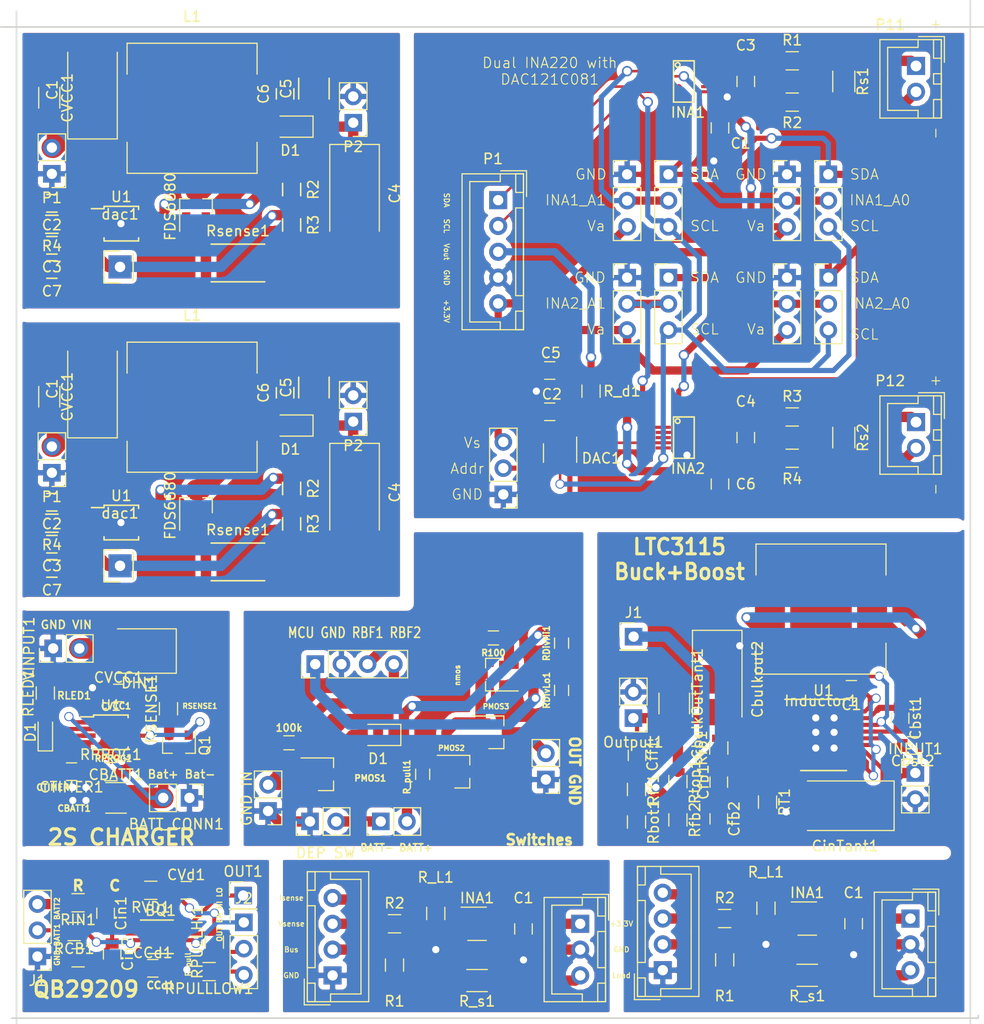
<source format=kicad_pcb>
(kicad_pcb (version 4) (host pcbnew 4.0.5)
  (title_block (title "INA139 & Voltage Divider for Voltage Measurement") (date 2017-06-14) (rev R1))
  (layers (0 F.Cu signal) (31 B.Cu signal) (34 B.Paste user) (35 F.Paste user) (36 B.SilkS user) (37 F.SilkS user) (38 B.Mask user) (39 F.Mask user) (44 Edge.Cuts user))
  (net 0 "")
  (net 1 GND)
  (net 2 "Net-(C3-Pad1)")
  (net 3 "Net-(C4-Pad1)")
  (net 4 "Net-(C7-Pad1)")
  (net 5 "Net-(D1-Pad2)")
  (net 6 "Net-(FDS6680-Pad1)")
  (net 7 "Net-(FDS6680-Pad3)")
  (net 8 "Net-(R4-Pad1)")
  (net 9 /PowerIn)
  (net 10 "Net-(C2-Pad1)")
  (net 11 /BATT+)
  (net 12 "Net-(CTIMER1-Pad2)")
  (net 13 "Net-(CVCC1-Pad2)")
  (net 14 "Net-(D1-Pad1)")
  (net 15 "Net-(DIN1-Pad2)")
  (net 16 "Net-(Q1-Pad1)")
  (net 17 "Net-(Q1-Pad2)")
  (net 18 "Net-(RPROG1-Pad2)")
  (net 19 BATT+)
  (net 20 MCU_CTRL2)
  (net 21 "Net-(Nmos_sw1-Pad2)")
  (net 22 "Net-(Nmos_sw1-Pad3)")
  (net 23 BATT-)
  (net 24 Vin)
  (net 25 RBF_2)
  (net 26 RBF_1)
  (net 27 LOAD)
  (net 28 "Net-(PMOS2-Pad3)")
  (net 29 "Net-(BQ1-Pad1)")
  (net 30 "Net-(BQ1-Pad2)")
  (net 31 "Net-(BQ1-Pad3)")
  (net 32 "Net-(BQ1-Pad4)")
  (net 33 "Net-(BQ1-Pad6)")
  (net 34 "Net-(BQ1-Pad7)")
  (net 35 "Net-(BQ1-Pad8)")
  (net 36 "Net-(J1-Pad2)")
  (net 37 "Net-(J1-Pad3)")
  (net 38 "Net-(J2-Pad2)")
  (net 39 "Net-(J2-Pad3)")
  (net 40 +3V3)
  (net 41 I_out)
  (net 42 BusVoltage)
  (net 43 Load)
  (net 44 V_out)
  (net 45 Va)
  (net 46 IN1+)
  (net 47 IN1-)
  (net 48 IN2+)
  (net 49 IN2-)
  (net 50 "Net-(DAC1-Pad1)")
  (net 51 SDA)
  (net 52 ADR0)
  (net 53 SCL)
  (net 54 INA1_A1)
  (net 55 INA1_A0)
  (net 56 INA2_A1)
  (net 57 INA2_A0)
  (net 58 Vout)
  (net 59 Shunt1+)
  (net 60 Shunt1-)
  (net 61 Shunt2+)
  (net 62 Shunt2-)
  (net 63 "Net-(C1-Pad1)")
  (net 64 "Net-(Cbst1-Pad1)")
  (net 65 "Net-(Cbst1-Pad2)")
  (net 66 "Net-(Cbst2-Pad1)")
  (net 67 "Net-(Cbst2-Pad2)")
  (net 68 "Net-(CbulkOutTant1-Pad2)")
  (net 69 "Net-(Cfb1-Pad1)")
  (net 70 "Net-(Cfb1-Pad2)")
  (net 71 "Net-(Cfb2-Pad2)")
  (net 72 "Net-(Cff1-Pad2)")
  (net 73 /VIN)
  (net 74 "Net-(Rfb1-Pad2)")
  (net 75 "Net-(RT1-Pad1)")
  (module Connectors_JST:JST_XH_B03B-XH-A_03x2.50mm_Straight (layer F.Cu) (at 111.028 107.956 270)
    (fp_text reference P2 hide)
    (fp_text value CONN_01X03)
    (pad 1 thru_hole rect (at 0 0 270) (size 1.75 1.75) (drill 1) (layers *.Cu *.Mask) (net 40 +3V3))
    (pad 2 thru_hole circle (at 2.5 0 270) (size 1.75 1.75) (drill 1) (layers *.Cu *.Mask) (net 1 GND))
    (pad 3 thru_hole circle (at 5 0 270) (size 1.75 1.75) (drill 1) (layers *.Cu *.Mask) (net 43 Load))
  )
  (module Connectors_JST:JST_XH_B04B-XH-A_04x2.50mm_Straight (layer F.Cu) (at 87.028 112.956 90)
    (fp_text reference P1 hide)
    (fp_text value CONN_01X04)
    (pad 1 thru_hole rect (at 0 0 90) (size 1.75 1.75) (drill 1) (layers *.Cu *.Mask) (net 1 GND))
    (pad 2 thru_hole circle (at 2.5 0 90) (size 1.75 1.75) (drill 1) (layers *.Cu *.Mask) (net 42 BusVoltage))
    (pad 3 thru_hole circle (at 5 0 90) (size 1.75 1.75) (drill 1) (layers *.Cu *.Mask) (net 44 V_out))
    (pad 4 thru_hole circle (at 7.5 0 90) (size 1.75 1.75) (drill 1) (layers *.Cu *.Mask) (net 41 I_out))
  )
  (module Resistors_SMD:R_1206_HandSoldering (layer F.Cu) (at 101.028 113.456 180)
    (fp_text reference R_s1 (at 0 -2 180) (layer F.SilkS))
    (fp_text value 20m)
    (pad 1 smd rect (at -2 0 180) (size 2 1.7) (layers F.Cu F.Paste F.Mask) (net 43 Load))
    (pad 2 smd rect (at 2 0 180) (size 2 1.7) (layers F.Cu F.Paste F.Mask) (net 42 BusVoltage))
  )
  (module Capacitors_SMD:C_0805_HandSoldering (layer F.Cu) (at 105.528 108.456 270)
    (fp_text reference C1 (at -3 0 360) (layer F.SilkS))
    (fp_text value 0.1u)
    (pad 1 smd rect (at -1.25 0 270) (size 1.5 1.25) (layers F.Cu F.Paste F.Mask) (net 40 +3V3))
    (pad 2 smd rect (at 1.25 0 270) (size 1.5 1.25) (layers F.Cu F.Paste F.Mask) (net 1 GND))
  )
  (module Resistors_SMD:R_0805_HandSoldering (layer F.Cu) (at 97.028 106.956 270)
    (fp_text reference R_L1 (at -3.5 0 360) (layer F.SilkS))
    (fp_text value 100k hide)
    (pad 1 smd rect (at -1.35 0 270) (size 1.5 1.3) (layers F.Cu F.Paste F.Mask) (net 41 I_out))
    (pad 2 smd rect (at 1.35 0 270) (size 1.5 1.3) (layers F.Cu F.Paste F.Mask) (net 1 GND))
  )
  (module Resistors_SMD:R_0805_HandSoldering (layer F.Cu) (at 93.028 107.956 180)
    (fp_text reference R2 (at 0 2 180) (layer F.SilkS))
    (fp_text value 20k hide)
    (pad 1 smd rect (at -1.35 0 180) (size 1.5 1.3) (layers F.Cu F.Paste F.Mask) (net 1 GND))
    (pad 2 smd rect (at 1.35 0 180) (size 1.5 1.3) (layers F.Cu F.Paste F.Mask) (net 44 V_out))
  )
  (module Resistors_SMD:R_0805_HandSoldering (layer F.Cu) (at 93.028 111.956 270)
    (fp_text reference R1 (at 3.5 0 360) (layer F.SilkS))
    (fp_text value 10k hide)
    (pad 1 smd rect (at -1.35 0 270) (size 1.5 1.3) (layers F.Cu F.Paste F.Mask) (net 44 V_out))
    (pad 2 smd rect (at 1.35 0 270) (size 1.5 1.3) (layers F.Cu F.Paste F.Mask) (net 42 BusVoltage))
  )
  (module TO_SOT_Packages_SMD:SOT-23-5 (layer F.Cu) (at 101.028 107.956)
    (fp_text reference INA1 (at 0 -2.5) (layer F.SilkS))
    (fp_text value INA139 hide)
    (pad 1 smd rect (at -1.1 -0.95) (size 1.06 0.65) (layers F.Cu F.Paste F.Mask) (net 41 I_out))
    (pad 2 smd rect (at -1.1 0) (size 1.06 0.65) (layers F.Cu F.Paste F.Mask) (net 1 GND))
    (pad 3 smd rect (at -1.1 0.95) (size 1.06 0.65) (layers F.Cu F.Paste F.Mask) (net 42 BusVoltage))
    (pad 4 smd rect (at 1.1 0.95) (size 1.06 0.65) (layers F.Cu F.Paste F.Mask) (net 43 Load))
    (pad 5 smd rect (at 1.1 -0.95) (size 1.06 0.65) (layers F.Cu F.Paste F.Mask) (net 40 +3V3))
  )
  (module Diodes_SMD:D_1206 (layer F.Cu) (at 50.927 60.198 180)
    (fp_text reference D1 (at 0 -2.3 180) (layer F.SilkS))
    (fp_text value D_Schottky)
    (pad 1 smd rect (at -1.5 0 180) (size 1 1.6) (layers F.Cu F.Paste F.Mask) (net 3 "Net-(C4-Pad1)"))
    (pad 2 smd rect (at 1.5 0 180) (size 1 1.6) (layers F.Cu F.Paste F.Mask) (net 5 "Net-(D1-Pad2)"))
  )
  (module Socket_Strips:Socket_Strip_Straight_1x02_Pitch2.54mm (layer F.Cu) (at 57.023 59.817 180)
    (fp_text reference P2 (at 0 -2.33 180) (layer F.SilkS))
    (fp_text value CONN_01X02)
    (pad 1 thru_hole rect (at 0 0 180) (size 1.7 1.7) (drill 1) (layers *.Cu *.Mask) (net 3 "Net-(C4-Pad1)"))
    (pad 2 thru_hole oval (at 0 2.54 180) (size 1.7 1.7) (drill 1) (layers *.Cu *.Mask) (net 1 GND))
  )
  (module Socket_Strips:Socket_Strip_Straight_1x02_Pitch2.54mm (layer F.Cu) (at 27.813 64.77 180)
    (fp_text reference P1 (at 0 -2.33 180) (layer F.SilkS))
    (fp_text value CONN_01X02)
    (pad 1 thru_hole rect (at 0 0 180) (size 1.7 1.7) (drill 1) (layers *.Cu *.Mask) (net 1 GND))
    (pad 2 thru_hole oval (at 0 2.54 180) (size 1.7 1.7) (drill 1) (layers *.Cu *.Mask) (net 9 /PowerIn))
  )
  (module Capacitors_SMD:C_1206 (layer F.Cu) (at 27.559 57.404 270)
    (fp_text reference CVCC1 (at 0 -1.75 270) (layer F.SilkS))
    (fp_text value 1uF)
    (pad 1 smd rect (at -1.5 0 270) (size 1 1.6) (layers F.Cu F.Paste F.Mask) (net 1 GND))
    (pad 2 smd rect (at 1.5 0 270) (size 1 1.6) (layers F.Cu F.Paste F.Mask) (net 9 /PowerIn))
  )
  (module Capacitors_Tantalum_SMD:CP_Tantalum_Case-V_EIA-7343-20_Reflow (layer F.Cu) (at 57.15 66.675 270)
    (fp_text reference C4 (at 0 -3.9 270) (layer F.SilkS))
    (fp_text value 68uF)
    (pad 1 smd rect (at -3.175 0 270) (size 2.55 2.7) (layers F.Cu F.Paste F.Mask) (net 3 "Net-(C4-Pad1)"))
    (pad 2 smd rect (at 3.175 0 270) (size 2.55 2.7) (layers F.Cu F.Paste F.Mask) (net 1 GND))
  )
  (module Capacitors_Tantalum_SMD:CP_Tantalum_Case-V_EIA-7343-20_Reflow (layer F.Cu) (at 31.75 56.642 90)
    (fp_text reference C1 (at 0 -3.9 90) (layer F.SilkS))
    (fp_text value 68uF)
    (pad 1 smd rect (at -3.175 0 90) (size 2.55 2.7) (layers F.Cu F.Paste F.Mask) (net 9 /PowerIn))
    (pad 2 smd rect (at 3.175 0 90) (size 2.55 2.7) (layers F.Cu F.Paste F.Mask) (net 1 GND))
  )
  (module Inductors_SMD:L_12x12mm_h4.5mm (layer F.Cu) (at 41.402 58.42)
    (fp_text reference L1 (at 0 -8.89) (layer F.SilkS))
    (fp_text value L_Small)
    (pad 1 smd rect (at -4.95 0) (size 2.9 5.4) (layers F.Cu F.Paste F.Mask) (net 9 /PowerIn))
    (pad 2 smd rect (at 4.95 0) (size 2.9 5.4) (layers F.Cu F.Paste F.Mask) (net 5 "Net-(D1-Pad2)"))
  )
  (module TO_SOT_Packages_SMD:SOT-23_Handsoldering (layer F.Cu) (at 41.783 67.945 90)
    (fp_text reference FDS6680 (at 0 -2.5 90) (layer F.SilkS))
    (fp_text value Q_NMOS_GDS)
    (pad 1 smd rect (at -1.5 -0.95 90) (size 1.9 0.8) (layers F.Cu F.Paste F.Mask) (net 6 "Net-(FDS6680-Pad1)"))
    (pad 3 smd rect (at -1.5 0.95 90) (size 1.9 0.8) (layers F.Cu F.Paste F.Mask) (net 7 "Net-(FDS6680-Pad3)"))
    (pad 2 smd rect (at 1.5 0 90) (size 1.9 0.8) (layers F.Cu F.Paste F.Mask) (net 5 "Net-(D1-Pad2)"))
  )
  (module Socket_Strips:Socket_Strip_Straight_1x01 (layer F.Cu) (at 34.417 73.787)
    (fp_text reference dac1 (at 0 -5.1) (layer F.SilkS))
    (fp_text value DAC)
    (pad 1 thru_hole rect (at 0 0) (size 2.2352 2.2352) (drill 1.016) (layers *.Cu *.Mask) (net 4 "Net-(C7-Pad1)"))
  )
  (module Resistors_SMD:R_0805 (layer F.Cu) (at 27.813 69.6595 180)
    (fp_text reference R4 (at 0 -2.1 180) (layer F.SilkS))
    (fp_text value 100k)
    (pad 1 smd rect (at -0.95 0 180) (size 0.7 1.3) (layers F.Cu F.Paste F.Mask) (net 8 "Net-(R4-Pad1)"))
    (pad 2 smd rect (at 0.95 0 180) (size 0.7 1.3) (layers F.Cu F.Paste F.Mask) (net 1 GND))
  )
  (module Resistors_SMD:R_0805 (layer F.Cu) (at 51.054 69.723 270)
    (fp_text reference R3 (at 0 -2.1 270) (layer F.SilkS))
    (fp_text value 25k)
    (pad 1 smd rect (at -0.95 0 270) (size 0.7 1.3) (layers F.Cu F.Paste F.Mask) (net 4 "Net-(C7-Pad1)"))
    (pad 2 smd rect (at 0.95 0 270) (size 0.7 1.3) (layers F.Cu F.Paste F.Mask) (net 1 GND))
  )
  (module Resistors_SMD:R_0805 (layer F.Cu) (at 51.054 66.294 270)
    (fp_text reference R2 (at 0 -2.1 270) (layer F.SilkS))
    (fp_text value 218k)
    (pad 1 smd rect (at -0.95 0 270) (size 0.7 1.3) (layers F.Cu F.Paste F.Mask) (net 3 "Net-(C4-Pad1)"))
    (pad 2 smd rect (at 0.95 0 270) (size 0.7 1.3) (layers F.Cu F.Paste F.Mask) (net 4 "Net-(C7-Pad1)"))
  )
  (module Capacitors_SMD:C_0805 (layer F.Cu) (at 27.813 74.041 180)
    (fp_text reference C7 (at 0 -2.1 180) (layer F.SilkS))
    (fp_text value 220pF)
    (pad 1 smd rect (at -1 0 180) (size 1 1.25) (layers F.Cu F.Paste F.Mask) (net 4 "Net-(C7-Pad1)"))
    (pad 2 smd rect (at 1 0 180) (size 1 1.25) (layers F.Cu F.Paste F.Mask) (net 1 GND))
  )
  (module Capacitors_SMD:C_0805 (layer F.Cu) (at 50.419 57.023 90)
    (fp_text reference C6 (at 0 -2.1 90) (layer F.SilkS))
    (fp_text value 0.1uF)
    (pad 1 smd rect (at -1 0 90) (size 1 1.25) (layers F.Cu F.Paste F.Mask) (net 3 "Net-(C4-Pad1)"))
    (pad 2 smd rect (at 1 0 90) (size 1 1.25) (layers F.Cu F.Paste F.Mask) (net 1 GND))
  )
  (module Capacitors_SMD:C_1210 (layer F.Cu) (at 53.213 56.515 90)
    (fp_text reference C5 (at 0 -2.7 90) (layer F.SilkS))
    (fp_text value 68uF)
    (pad 1 smd rect (at -1.5 0 90) (size 1 2.5) (layers F.Cu F.Paste F.Mask) (net 3 "Net-(C4-Pad1)"))
    (pad 2 smd rect (at 1.5 0 90) (size 1 2.5) (layers F.Cu F.Paste F.Mask) (net 1 GND))
  )
  (module Capacitors_SMD:C_0805 (layer F.Cu) (at 27.813 71.6915 180)
    (fp_text reference C3 (at 0 -2.1 180) (layer F.SilkS))
    (fp_text value .22uF)
    (pad 1 smd rect (at -1 0 180) (size 1 1.25) (layers F.Cu F.Paste F.Mask) (net 2 "Net-(C3-Pad1)"))
    (pad 2 smd rect (at 1 0 180) (size 1 1.25) (layers F.Cu F.Paste F.Mask) (net 1 GND))
  )
  (module Capacitors_SMD:C_0805 (layer F.Cu) (at 27.813 67.6275 180)
    (fp_text reference C2 (at 0 -2.1 180) (layer F.SilkS))
    (fp_text value 1uF)
    (pad 1 smd rect (at -1 0 180) (size 1 1.25) (layers F.Cu F.Paste F.Mask) (net 10 "Net-(C2-Pad1)"))
    (pad 2 smd rect (at 1 0 180) (size 1 1.25) (layers F.Cu F.Paste F.Mask) (net 1 GND))
  )
  (module Housings_SSOP:MSOP-10_3x3mm_Pitch0.5mm (layer F.Cu) (at 34.544 69.596)
    (fp_text reference U1 (at 0 -2.6) (layer F.SilkS))
    (fp_text value MAX668)
    (pad 1 smd rect (at -2.2 -1) (size 1.4 0.3) (layers F.Cu F.Paste F.Mask) (net 10 "Net-(C2-Pad1)"))
    (pad 2 smd rect (at -2.2 -0.5) (size 1.4 0.3) (layers F.Cu F.Paste F.Mask) (net 8 "Net-(R4-Pad1)"))
    (pad 3 smd rect (at -2.2 0) (size 1.4 0.3) (layers F.Cu F.Paste F.Mask) (net 1 GND))
    (pad 4 smd rect (at -2.2 0.5) (size 1.4 0.3) (layers F.Cu F.Paste F.Mask) (net 2 "Net-(C3-Pad1)"))
    (pad 5 smd rect (at -2.2 1) (size 1.4 0.3) (layers F.Cu F.Paste F.Mask) (net 4 "Net-(C7-Pad1)"))
    (pad 6 smd rect (at 2.2 1) (size 1.4 0.3) (layers F.Cu F.Paste F.Mask) (net 7 "Net-(FDS6680-Pad3)"))
    (pad 7 smd rect (at 2.2 0.5) (size 1.4 0.3) (layers F.Cu F.Paste F.Mask) (net 1 GND))
    (pad 8 smd rect (at 2.2 0) (size 1.4 0.3) (layers F.Cu F.Paste F.Mask) (net 6 "Net-(FDS6680-Pad1)"))
    (pad 9 smd rect (at 2.2 -0.5) (size 1.4 0.3) (layers F.Cu F.Paste F.Mask) (net 3 "Net-(C4-Pad1)"))
    (pad 10 smd rect (at 2.2 -1) (size 1.4 0.3) (layers F.Cu F.Paste F.Mask) (net 3 "Net-(C4-Pad1)"))
  )
  (module Resistors_SMD:R_2512 (layer F.Cu) (at 45.847 73.406)
    (fp_text reference Rsense1 (at 0 -3.1) (layer F.SilkS))
    (fp_text value 0.02)
    (pad 1 smd rect (at -3.1 0) (size 1 3.2) (layers F.Cu F.Paste F.Mask) (net 7 "Net-(FDS6680-Pad3)"))
    (pad 2 smd rect (at 3.1 0) (size 1 3.2) (layers F.Cu F.Paste F.Mask) (net 1 GND))
  )
  (module Resistors_SMD:R_2512 (layer F.Cu) (at 45.847 44.45)
    (fp_text reference Rsense1 (at 0 -3.1) (layer F.SilkS))
    (fp_text value 0.02)
    (pad 1 smd rect (at -3.1 0) (size 1 3.2) (layers F.Cu F.Paste F.Mask) (net 7 "Net-(FDS6680-Pad3)"))
    (pad 2 smd rect (at 3.1 0) (size 1 3.2) (layers F.Cu F.Paste F.Mask) (net 1 GND))
  )
  (module Housings_SSOP:MSOP-10_3x3mm_Pitch0.5mm (layer F.Cu) (at 34.544 40.64)
    (fp_text reference U1 (at 0 -2.6) (layer F.SilkS))
    (fp_text value MAX668)
    (pad 1 smd rect (at -2.2 -1) (size 1.4 0.3) (layers F.Cu F.Paste F.Mask) (net 10 "Net-(C2-Pad1)"))
    (pad 2 smd rect (at -2.2 -0.5) (size 1.4 0.3) (layers F.Cu F.Paste F.Mask) (net 8 "Net-(R4-Pad1)"))
    (pad 3 smd rect (at -2.2 0) (size 1.4 0.3) (layers F.Cu F.Paste F.Mask) (net 1 GND))
    (pad 4 smd rect (at -2.2 0.5) (size 1.4 0.3) (layers F.Cu F.Paste F.Mask) (net 2 "Net-(C3-Pad1)"))
    (pad 5 smd rect (at -2.2 1) (size 1.4 0.3) (layers F.Cu F.Paste F.Mask) (net 4 "Net-(C7-Pad1)"))
    (pad 6 smd rect (at 2.2 1) (size 1.4 0.3) (layers F.Cu F.Paste F.Mask) (net 7 "Net-(FDS6680-Pad3)"))
    (pad 7 smd rect (at 2.2 0.5) (size 1.4 0.3) (layers F.Cu F.Paste F.Mask) (net 1 GND))
    (pad 8 smd rect (at 2.2 0) (size 1.4 0.3) (layers F.Cu F.Paste F.Mask) (net 6 "Net-(FDS6680-Pad1)"))
    (pad 9 smd rect (at 2.2 -0.5) (size 1.4 0.3) (layers F.Cu F.Paste F.Mask) (net 3 "Net-(C4-Pad1)"))
    (pad 10 smd rect (at 2.2 -1) (size 1.4 0.3) (layers F.Cu F.Paste F.Mask) (net 3 "Net-(C4-Pad1)"))
  )
  (module Capacitors_SMD:C_0805 (layer F.Cu) (at 27.813 38.6715 180)
    (fp_text reference C2 (at 0 -2.1 180) (layer F.SilkS))
    (fp_text value 1uF)
    (pad 1 smd rect (at -1 0 180) (size 1 1.25) (layers F.Cu F.Paste F.Mask) (net 10 "Net-(C2-Pad1)"))
    (pad 2 smd rect (at 1 0 180) (size 1 1.25) (layers F.Cu F.Paste F.Mask) (net 1 GND))
  )
  (module Capacitors_SMD:C_0805 (layer F.Cu) (at 27.813 42.7355 180)
    (fp_text reference C3 (at 0 -2.1 180) (layer F.SilkS))
    (fp_text value .22uF)
    (pad 1 smd rect (at -1 0 180) (size 1 1.25) (layers F.Cu F.Paste F.Mask) (net 2 "Net-(C3-Pad1)"))
    (pad 2 smd rect (at 1 0 180) (size 1 1.25) (layers F.Cu F.Paste F.Mask) (net 1 GND))
  )
  (module Capacitors_SMD:C_1210 (layer F.Cu) (at 53.213 27.559 90)
    (fp_text reference C5 (at 0 -2.7 90) (layer F.SilkS))
    (fp_text value 68uF)
    (pad 1 smd rect (at -1.5 0 90) (size 1 2.5) (layers F.Cu F.Paste F.Mask) (net 3 "Net-(C4-Pad1)"))
    (pad 2 smd rect (at 1.5 0 90) (size 1 2.5) (layers F.Cu F.Paste F.Mask) (net 1 GND))
  )
  (module Capacitors_SMD:C_0805 (layer F.Cu) (at 50.419 28.067 90)
    (fp_text reference C6 (at 0 -2.1 90) (layer F.SilkS))
    (fp_text value 0.1uF)
    (pad 1 smd rect (at -1 0 90) (size 1 1.25) (layers F.Cu F.Paste F.Mask) (net 3 "Net-(C4-Pad1)"))
    (pad 2 smd rect (at 1 0 90) (size 1 1.25) (layers F.Cu F.Paste F.Mask) (net 1 GND))
  )
  (module Capacitors_SMD:C_0805 (layer F.Cu) (at 27.813 45.085 180)
    (fp_text reference C7 (at 0 -2.1 180) (layer F.SilkS))
    (fp_text value 220pF)
    (pad 1 smd rect (at -1 0 180) (size 1 1.25) (layers F.Cu F.Paste F.Mask) (net 4 "Net-(C7-Pad1)"))
    (pad 2 smd rect (at 1 0 180) (size 1 1.25) (layers F.Cu F.Paste F.Mask) (net 1 GND))
  )
  (module Resistors_SMD:R_0805 (layer F.Cu) (at 51.054 37.338 270)
    (fp_text reference R2 (at 0 -2.1 270) (layer F.SilkS))
    (fp_text value 218k)
    (pad 1 smd rect (at -0.95 0 270) (size 0.7 1.3) (layers F.Cu F.Paste F.Mask) (net 3 "Net-(C4-Pad1)"))
    (pad 2 smd rect (at 0.95 0 270) (size 0.7 1.3) (layers F.Cu F.Paste F.Mask) (net 4 "Net-(C7-Pad1)"))
  )
  (module Resistors_SMD:R_0805 (layer F.Cu) (at 51.054 40.767 270)
    (fp_text reference R3 (at 0 -2.1 270) (layer F.SilkS))
    (fp_text value 25k)
    (pad 1 smd rect (at -0.95 0 270) (size 0.7 1.3) (layers F.Cu F.Paste F.Mask) (net 4 "Net-(C7-Pad1)"))
    (pad 2 smd rect (at 0.95 0 270) (size 0.7 1.3) (layers F.Cu F.Paste F.Mask) (net 1 GND))
  )
  (module Resistors_SMD:R_0805 (layer F.Cu) (at 27.813 40.7035 180)
    (fp_text reference R4 (at 0 -2.1 180) (layer F.SilkS))
    (fp_text value 100k)
    (pad 1 smd rect (at -0.95 0 180) (size 0.7 1.3) (layers F.Cu F.Paste F.Mask) (net 8 "Net-(R4-Pad1)"))
    (pad 2 smd rect (at 0.95 0 180) (size 0.7 1.3) (layers F.Cu F.Paste F.Mask) (net 1 GND))
  )
  (module Socket_Strips:Socket_Strip_Straight_1x01 (layer F.Cu) (at 34.417 44.831)
    (fp_text reference dac1 (at 0 -5.1) (layer F.SilkS))
    (fp_text value DAC)
    (pad 1 thru_hole rect (at 0 0) (size 2.2352 2.2352) (drill 1.016) (layers *.Cu *.Mask) (net 4 "Net-(C7-Pad1)"))
  )
  (module TO_SOT_Packages_SMD:SOT-23_Handsoldering (layer F.Cu) (at 41.783 38.989 90)
    (fp_text reference FDS6680 (at 0 -2.5 90) (layer F.SilkS))
    (fp_text value Q_NMOS_GDS)
    (pad 1 smd rect (at -1.5 -0.95 90) (size 1.9 0.8) (layers F.Cu F.Paste F.Mask) (net 6 "Net-(FDS6680-Pad1)"))
    (pad 3 smd rect (at -1.5 0.95 90) (size 1.9 0.8) (layers F.Cu F.Paste F.Mask) (net 7 "Net-(FDS6680-Pad3)"))
    (pad 2 smd rect (at 1.5 0 90) (size 1.9 0.8) (layers F.Cu F.Paste F.Mask) (net 5 "Net-(D1-Pad2)"))
  )
  (module Inductors_SMD:L_12x12mm_h4.5mm (layer F.Cu) (at 41.402 29.464)
    (fp_text reference L1 (at 0 -8.89) (layer F.SilkS))
    (fp_text value L_Small)
    (pad 1 smd rect (at -4.95 0) (size 2.9 5.4) (layers F.Cu F.Paste F.Mask) (net 9 /PowerIn))
    (pad 2 smd rect (at 4.95 0) (size 2.9 5.4) (layers F.Cu F.Paste F.Mask) (net 5 "Net-(D1-Pad2)"))
  )
  (module Capacitors_Tantalum_SMD:CP_Tantalum_Case-V_EIA-7343-20_Reflow (layer F.Cu) (at 31.75 27.686 90)
    (fp_text reference C1 (at 0 -3.9 90) (layer F.SilkS))
    (fp_text value 68uF)
    (pad 1 smd rect (at -3.175 0 90) (size 2.55 2.7) (layers F.Cu F.Paste F.Mask) (net 9 /PowerIn))
    (pad 2 smd rect (at 3.175 0 90) (size 2.55 2.7) (layers F.Cu F.Paste F.Mask) (net 1 GND))
  )
  (module Capacitors_Tantalum_SMD:CP_Tantalum_Case-V_EIA-7343-20_Reflow (layer F.Cu) (at 57.15 37.719 270)
    (fp_text reference C4 (at 0 -3.9 270) (layer F.SilkS))
    (fp_text value 68uF)
    (pad 1 smd rect (at -3.175 0 270) (size 2.55 2.7) (layers F.Cu F.Paste F.Mask) (net 3 "Net-(C4-Pad1)"))
    (pad 2 smd rect (at 3.175 0 270) (size 2.55 2.7) (layers F.Cu F.Paste F.Mask) (net 1 GND))
  )
  (module Capacitors_SMD:C_1206 (layer F.Cu) (at 27.559 28.448 270)
    (fp_text reference CVCC1 (at 0 -1.75 270) (layer F.SilkS))
    (fp_text value 1uF)
    (pad 1 smd rect (at -1.5 0 270) (size 1 1.6) (layers F.Cu F.Paste F.Mask) (net 1 GND))
    (pad 2 smd rect (at 1.5 0 270) (size 1 1.6) (layers F.Cu F.Paste F.Mask) (net 9 /PowerIn))
  )
  (module Socket_Strips:Socket_Strip_Straight_1x02_Pitch2.54mm (layer F.Cu) (at 27.813 35.814 180)
    (fp_text reference P1 (at 0 -2.33 180) (layer F.SilkS))
    (fp_text value CONN_01X02)
    (pad 1 thru_hole rect (at 0 0 180) (size 1.7 1.7) (drill 1) (layers *.Cu *.Mask) (net 1 GND))
    (pad 2 thru_hole oval (at 0 2.54 180) (size 1.7 1.7) (drill 1) (layers *.Cu *.Mask) (net 9 /PowerIn))
  )
  (module Socket_Strips:Socket_Strip_Straight_1x02_Pitch2.54mm (layer F.Cu) (at 57.023 30.861 180)
    (fp_text reference P2 (at 0 -2.33 180) (layer F.SilkS))
    (fp_text value CONN_01X02)
    (pad 1 thru_hole rect (at 0 0 180) (size 1.7 1.7) (drill 1) (layers *.Cu *.Mask) (net 3 "Net-(C4-Pad1)"))
    (pad 2 thru_hole oval (at 0 2.54 180) (size 1.7 1.7) (drill 1) (layers *.Cu *.Mask) (net 1 GND))
  )
  (module Diodes_SMD:D_1206 (layer F.Cu) (at 50.927 31.242 180)
    (fp_text reference D1 (at 0 -2.3 180) (layer F.SilkS))
    (fp_text value D_Schottky)
    (pad 1 smd rect (at -1.5 0 180) (size 1 1.6) (layers F.Cu F.Paste F.Mask) (net 3 "Net-(C4-Pad1)"))
    (pad 2 smd rect (at 1.5 0 180) (size 1 1.6) (layers F.Cu F.Paste F.Mask) (net 5 "Net-(D1-Pad2)"))
  )
  (module Socket_Strips:Socket_Strip_Straight_1x02_Pitch2.54mm (layer F.Cu) (at 41.148 96.266 270)
    (fp_text reference BATT_CONN1 (at 2.54 1.27 360) (layer F.SilkS))
    (fp_text value CONN_OUT)
    (fp_text user "Bat+ Bat-" (at -2.286 0.762 360) (layer F.SilkS) (effects (font (size 0.8 0.8))))
    (pad 1 thru_hole rect (at 0 0 270) (size 1.7 1.7) (drill 1) (layers *.Cu *.Mask) (net 1 GND))
    (pad 2 thru_hole oval (at 0 2.54 270) (size 1.7 1.7) (drill 1) (layers *.Cu *.Mask) (net 11 /BATT+))
  )
  (module Capacitors_SMD:C_1210 (layer F.Cu) (at 34.036 96.266)
    (fp_text reference CBATT1 (at 0 -2.25) (layer F.SilkS))
    (fp_text value 10U)
    (fp_text user %R (at -4.064 1.016) (layer F.SilkS) (effects (font (size 0.6 0.6))))
    (pad 1 smd rect (at -1.5 0) (size 1 2.5) (layers F.Cu F.Paste F.Mask) (net 1 GND))
    (pad 2 smd rect (at 1.5 0) (size 1 2.5) (layers F.Cu F.Paste F.Mask) (net 11 /BATT+))
  )
  (module Capacitors_SMD:C_0805 (layer F.Cu) (at 29.718 93.726 180)
    (fp_text reference CTIMER1 (at 0 -1.5 180) (layer F.SilkS))
    (fp_text value 0.1UF)
    (fp_text user %R (at 1.524 -1.524 180) (layer F.SilkS) (effects (font (size 0.6 0.6))))
    (pad 1 smd rect (at -1 0 180) (size 1 1.25) (layers F.Cu F.Paste F.Mask) (net 1 GND))
    (pad 2 smd rect (at 1 0 180) (size 1 1.25) (layers F.Cu F.Paste F.Mask) (net 12 "Net-(CTIMER1-Pad2)"))
  )
  (module Capacitors_SMD:C_0805 (layer F.Cu) (at 34.29 86.106)
    (fp_text reference CVCC1 (at 0 -1.5) (layer F.SilkS))
    (fp_text value 1U)
    (fp_text user %R (at -0.254 1.27) (layer F.SilkS) (effects (font (size 0.6 0.6))))
    (pad 1 smd rect (at -1 0) (size 1 1.25) (layers F.Cu F.Paste F.Mask) (net 1 GND))
    (pad 2 smd rect (at 1 0) (size 1 1.25) (layers F.Cu F.Paste F.Mask) (net 13 "Net-(CVCC1-Pad2)"))
  )
  (module LEDs:LED_0805 (layer F.Cu) (at 27.178 89.916 90)
    (fp_text reference D1 (at 0 -1.45 90) (layer F.SilkS))
    (fp_text value LED)
    (pad 2 smd rect (at 1.1 0 270) (size 1.2 1.2) (layers F.Cu F.Paste F.Mask) (net 5 "Net-(D1-Pad2)"))
    (pad 1 smd rect (at -1.1 0 270) (size 1.2 1.2) (layers F.Cu F.Paste F.Mask) (net 14 "Net-(D1-Pad1)"))
  )
  (module Diodes_SMD:D_SMB_Standard (layer F.Cu) (at 36.322 82.042 180)
    (fp_text reference DIN1 (at 0.05 -3.1 180) (layer F.SilkS))
    (fp_text value D_Schottky)
    (pad 1 smd rect (at -2.15 0 180) (size 2.5 2.3) (layers F.Cu F.Paste F.Mask) (net 13 "Net-(CVCC1-Pad2)"))
    (pad 2 smd rect (at 2.15 0 180) (size 2.5 2.3) (layers F.Cu F.Paste F.Mask) (net 15 "Net-(DIN1-Pad2)"))
  )
  (module TO_SOT_Packages_SMD:SOT-23 (layer F.Cu) (at 40.132 91.186 270)
    (fp_text reference Q1 (at 0 -2.5 270) (layer F.SilkS))
    (fp_text value Q_PMOS_GSD)
    (pad 1 smd rect (at -1 -0.95 270) (size 0.9 0.8) (layers F.Cu F.Paste F.Mask) (net 16 "Net-(Q1-Pad1)"))
    (pad 2 smd rect (at -1 0.95 270) (size 0.9 0.8) (layers F.Cu F.Paste F.Mask) (net 17 "Net-(Q1-Pad2)"))
    (pad 3 smd rect (at 1 0 270) (size 0.9 0.8) (layers F.Cu F.Paste F.Mask) (net 11 /BATT+))
  )
  (module Resistors_SMD:R_0805 (layer F.Cu) (at 27.178 86.106 90)
    (fp_text reference RLED1 (at 0 -1.65 90) (layer F.SilkS))
    (fp_text value 2K)
    (fp_text user %R (at -0.254 2.794 180) (layer F.SilkS) (effects (font (size 0.7 0.7))))
    (pad 1 smd rect (at -0.95 0 90) (size 0.7 1.3) (layers F.Cu F.Paste F.Mask) (net 5 "Net-(D1-Pad2)"))
    (pad 2 smd rect (at 0.95 0 90) (size 0.7 1.3) (layers F.Cu F.Paste F.Mask) (net 13 "Net-(CVCC1-Pad2)"))
  )
  (module Resistors_SMD:R_0805 (layer F.Cu) (at 33.528 93.726)
    (fp_text reference RPROG1 (at 0 -1.65) (layer F.SilkS))
    (fp_text value 19.6K)
    (fp_text user %R (at 0.254 -1.27) (layer F.SilkS) (effects (font (size 0.6 0.6))))
    (pad 1 smd rect (at -0.95 0) (size 0.7 1.3) (layers F.Cu F.Paste F.Mask) (net 1 GND))
    (pad 2 smd rect (at 0.95 0) (size 0.7 1.3) (layers F.Cu F.Paste F.Mask) (net 18 "Net-(RPROG1-Pad2)"))
  )
  (module Resistors_SMD:R_0805 (layer F.Cu) (at 39.116 87.63 90)
    (fp_text reference RSENSE1 (at 0 -1.65 90) (layer F.SilkS))
    (fp_text value 0.2)
    (fp_text user %R (at 0.254 3.048 180) (layer F.SilkS) (effects (font (size 0.5 0.5) (thickness 0.125))))
    (pad 1 smd rect (at -0.95 0 90) (size 0.7 1.3) (layers F.Cu F.Paste F.Mask) (net 17 "Net-(Q1-Pad2)"))
    (pad 2 smd rect (at 0.95 0 90) (size 0.7 1.3) (layers F.Cu F.Paste F.Mask) (net 13 "Net-(CVCC1-Pad2)"))
  )
  (module Housings_SSOP:MSOP-8_3x3mm_Pitch0.65mm (layer F.Cu) (at 33.528 89.916)
    (fp_text reference U1 (at 0 -2.6) (layer F.SilkS))
    (fp_text value LTC-1731)
    (pad 1 smd rect (at -2.2 -0.975) (size 1.45 0.45) (layers F.Cu F.Paste F.Mask) (net 11 /BATT+))
    (pad 2 smd rect (at -2.2 -0.325) (size 1.45 0.45) (layers F.Cu F.Paste F.Mask) (net 14 "Net-(D1-Pad1)"))
    (pad 3 smd rect (at -2.2 0.325) (size 1.45 0.45) (layers F.Cu F.Paste F.Mask) (net 12 "Net-(CTIMER1-Pad2)"))
    (pad 4 smd rect (at -2.2 0.975) (size 1.45 0.45) (layers F.Cu F.Paste F.Mask) (net 1 GND))
    (pad 5 smd rect (at 2.2 0.975) (size 1.45 0.45) (layers F.Cu F.Paste F.Mask) (net 18 "Net-(RPROG1-Pad2)"))
    (pad 6 smd rect (at 2.2 0.325) (size 1.45 0.45) (layers F.Cu F.Paste F.Mask) (net 16 "Net-(Q1-Pad1)"))
    (pad 7 smd rect (at 2.2 -0.325) (size 1.45 0.45) (layers F.Cu F.Paste F.Mask) (net 13 "Net-(CVCC1-Pad2)"))
    (pad 8 smd rect (at 2.2 -0.975) (size 1.45 0.45) (layers F.Cu F.Paste F.Mask) (net 17 "Net-(Q1-Pad2)"))
  )
  (module Socket_Strips:Socket_Strip_Straight_1x02_Pitch2.54mm (layer F.Cu) (at 27.94 81.788 90)
    (fp_text reference VINPUT1 (at 0 -2.33 90) (layer F.SilkS))
    (fp_text value CONN_IN)
    (fp_text user "GND VIN" (at 2.286 1.27 180) (layer F.SilkS) (effects (font (size 0.8 0.8))))
    (pad 1 thru_hole rect (at 0 0 90) (size 1.7 1.7) (drill 1) (layers *.Cu *.Mask) (net 1 GND))
    (pad 2 thru_hole oval (at 0 2.54 90) (size 1.7 1.7) (drill 1) (layers *.Cu *.Mask) (net 15 "Net-(DIN1-Pad2)"))
  )
  (module TO_SOT_Packages_SMD:SOT-23_Handsoldering (layer F.Cu) (at 70.612 84.328 180)
    (fp_text reference nmos (at 3.4925 -0.0635 270) (layer F.SilkS) (effects (font (size 0.51 0.51) (thickness 0.1275))))
    (fp_text value "Logic Nch" hide)
    (pad 1 smd rect (at -1.5 -0.95 180) (size 1.9 0.8) (layers F.Cu F.Paste F.Mask) (net 20 MCU_CTRL2))
    (pad 2 smd rect (at -1.5 0.95 180) (size 1.9 0.8) (layers F.Cu F.Paste F.Mask) (net 21 "Net-(Nmos_sw1-Pad2)"))
    (pad 3 smd rect (at 1.5 0 180) (size 1.9 0.8) (layers F.Cu F.Paste F.Mask) (net 22 "Net-(Nmos_sw1-Pad3)"))
  )
  (module Socket_Strips:Socket_Strip_Straight_1x02_Pitch2.54mm (layer F.Cu) (at 52.832 98.552 90)
    (fp_text reference P1 hide)
    (fp_text value "DEP SW" (at -3.048 1.524 180) (layer F.SilkS))
    (pad 1 thru_hole rect (at 0 0 90) (size 1.7 1.7) (drill 1) (layers *.Cu *.Mask) (net 1 GND))
    (pad 2 thru_hole oval (at 0 2.54 90) (size 1.7 1.7) (drill 1) (layers *.Cu *.Mask) (net 23 BATT-))
  )
  (module Socket_Strips:Socket_Strip_Straight_1x02_Pitch2.54mm (layer F.Cu) (at 59.69 98.552 90)
    (fp_text reference P2 hide)
    (fp_text value "BATT- BATT+" (at -2.54 1.524 180) (layer F.SilkS) (effects (font (size 0.7 0.7))))
    (pad 1 thru_hole rect (at 0 0 90) (size 1.7 1.7) (drill 1) (layers *.Cu *.Mask) (net 23 BATT-))
    (pad 2 thru_hole oval (at 0 2.54 90) (size 1.7 1.7) (drill 1) (layers *.Cu *.Mask) (net 19 BATT+))
  )
  (module Socket_Strips:Socket_Strip_Straight_1x02_Pitch2.54mm (layer F.Cu) (at 48.768 97.536 180)
    (fp_text reference P3 hide)
    (fp_text value "GND IN" (at 2.0828 1.2192 270) (layer F.SilkS))
    (pad 1 thru_hole rect (at 0 0 180) (size 1.7 1.7) (drill 1) (layers *.Cu *.Mask) (net 1 GND))
    (pad 2 thru_hole oval (at 0 2.54 180) (size 1.7 1.7) (drill 1) (layers *.Cu *.Mask) (net 24 Vin))
  )
  (module Socket_Strips:Socket_Strip_Straight_1x04_Pitch2.54mm (layer F.Cu) (at 53.34 83.312 90)
    (fp_text reference P4 hide)
    (fp_text value "MCU GND RBF1 RBF2" (at 3.048 3.81 180) (layer F.SilkS) (effects (font (size 1 0.8))))
    (pad 1 thru_hole rect (at 0 0 90) (size 1.7 1.7) (drill 1) (layers *.Cu *.Mask) (net 20 MCU_CTRL2))
    (pad 2 thru_hole oval (at 0 2.54 90) (size 1.7 1.7) (drill 1) (layers *.Cu *.Mask) (net 1 GND))
    (pad 3 thru_hole oval (at 0 5.08 90) (size 1.7 1.7) (drill 1) (layers *.Cu *.Mask) (net 25 RBF_2))
    (pad 4 thru_hole oval (at 0 7.62 90) (size 1.7 1.7) (drill 1) (layers *.Cu *.Mask) (net 26 RBF_1))
  )
  (module Socket_Strips:Socket_Strip_Straight_1x02_Pitch2.54mm (layer F.Cu) (at 75.692 94.488 180)
    (fp_text reference P5 hide)
    (fp_text value OUT hide)
    (pad 1 thru_hole rect (at 0 0 180) (size 1.7 1.7) (drill 1) (layers *.Cu *.Mask) (net 1 GND))
    (pad 2 thru_hole oval (at 0 2.54 180) (size 1.7 1.7) (drill 1) (layers *.Cu *.Mask) (net 27 LOAD))
  )
  (module TO_SOT_Packages_SMD:SOT-23_Handsoldering (layer F.Cu) (at 54.356 93.98)
    (fp_text reference PMOS1 (at 4.318 0.381) (layer F.SilkS) (effects (font (size 0.6 0.6))))
    (fp_text value "PCH GDS" hide)
    (pad 1 smd rect (at -1.5 -0.95) (size 1.9 0.8) (layers F.Cu F.Paste F.Mask) (net 26 RBF_1))
    (pad 2 smd rect (at -1.5 0.95) (size 1.9 0.8) (layers F.Cu F.Paste F.Mask) (net 24 Vin))
    (pad 3 smd rect (at 1.5 0) (size 1.9 0.8) (layers F.Cu F.Paste F.Mask) (net 5 "Net-(D1-Pad2)"))
  )
  (module TO_SOT_Packages_SMD:SOT-23_Handsoldering (layer F.Cu) (at 67.564 93.726)
    (fp_text reference PMOS2 (at -1.016 -2.286) (layer F.SilkS) (effects (font (size 0.5 0.5) (thickness 0.125))))
    (fp_text value "Pch GDS" hide)
    (pad 1 smd rect (at -1.5 -0.95) (size 1.9 0.8) (layers F.Cu F.Paste F.Mask) (net 22 "Net-(Nmos_sw1-Pad3)"))
    (pad 2 smd rect (at -1.5 0.95) (size 1.9 0.8) (layers F.Cu F.Paste F.Mask) (net 19 BATT+))
    (pad 3 smd rect (at 1.5 0) (size 1.9 0.8) (layers F.Cu F.Paste F.Mask) (net 28 "Net-(PMOS2-Pad3)"))
  )
  (module TO_SOT_Packages_SMD:SOT-23_Handsoldering (layer F.Cu) (at 70.866 89.916)
    (fp_text reference PMOS3 (at 0 -2.5) (layer F.SilkS) (effects (font (size 0.5 0.5) (thickness 0.125))))
    (fp_text value "Pch GDS" hide)
    (pad 1 smd rect (at -1.5 -0.95) (size 1.9 0.8) (layers F.Cu F.Paste F.Mask) (net 22 "Net-(Nmos_sw1-Pad3)"))
    (pad 2 smd rect (at -1.5 0.95) (size 1.9 0.8) (layers F.Cu F.Paste F.Mask) (net 28 "Net-(PMOS2-Pad3)"))
    (pad 3 smd rect (at 1.5 0) (size 1.9 0.8) (layers F.Cu F.Paste F.Mask) (net 27 LOAD))
  )
  (module Resistors_SMD:R_0603_HandSoldering (layer F.Cu) (at 50.8 90.932)
    (fp_text reference 100k (at 0 -1.45) (layer F.SilkS) (effects (font (size 0.71 0.7))))
    (fp_text value R hide)
    (pad 1 smd rect (at -1.1 0) (size 1.2 0.9) (layers F.Cu F.Paste F.Mask) (net 24 Vin))
    (pad 2 smd rect (at 1.1 0) (size 1.2 0.9) (layers F.Cu F.Paste F.Mask) (net 26 RBF_1))
  )
  (module Resistors_SMD:R_0603_HandSoldering (layer F.Cu) (at 70.612 80.772 180)
    (fp_text reference R100 (at 0 -1.45 180) (layer F.SilkS) (effects (font (size 0.61 0.6))))
    (fp_text value R hide)
    (pad 1 smd rect (at -1.1 0 180) (size 1.2 0.9) (layers F.Cu F.Paste F.Mask) (net 21 "Net-(Nmos_sw1-Pad2)"))
    (pad 2 smd rect (at 1.1 0 180) (size 1.2 0.9) (layers F.Cu F.Paste F.Mask) (net 25 RBF_2))
  )
  (module Resistors_SMD:R_0603_HandSoldering (layer F.Cu) (at 77.216 81.28 90)
    (fp_text reference RDivHi1 (at 0 -1.4605 90) (layer F.SilkS) (effects (font (size 0.61 0.6))))
    (fp_text value R hide)
    (pad 1 smd rect (at -1.1 0 90) (size 1.2 0.9) (layers F.Cu F.Paste F.Mask) (net 20 MCU_CTRL2))
    (pad 2 smd rect (at 1.1 0 90) (size 1.2 0.9) (layers F.Cu F.Paste F.Mask) (net 19 BATT+))
  )
  (module Resistors_SMD:R_0603_HandSoldering (layer F.Cu) (at 77.216 85.852 90)
    (fp_text reference RDivLo1 (at 0 -1.45 90) (layer F.SilkS) (effects (font (size 0.61 0.6))))
    (fp_text value R hide)
    (pad 1 smd rect (at -1.1 0 90) (size 1.2 0.9) (layers F.Cu F.Paste F.Mask) (net 1 GND))
    (pad 2 smd rect (at 1.1 0 90) (size 1.2 0.9) (layers F.Cu F.Paste F.Mask) (net 20 MCU_CTRL2))
  )
  (module Resistors_SMD:R_0603_HandSoldering (layer F.Cu) (at 63.754 93.98 270)
    (fp_text reference R_pull1 (at 0.254 1.524 270) (layer F.SilkS) (effects (font (size 0.61 0.6))))
    (fp_text value R hide)
    (pad 1 smd rect (at -1.1 0 270) (size 1.2 0.9) (layers F.Cu F.Paste F.Mask) (net 22 "Net-(Nmos_sw1-Pad3)"))
    (pad 2 smd rect (at 1.1 0 270) (size 1.2 0.9) (layers F.Cu F.Paste F.Mask) (net 19 BATT+))
  )
  (module Diodes_SMD:D_1206 (layer F.Cu) (at 59.436 90.17 180)
    (fp_text reference D1 (at 0 -2.3 180) (layer F.SilkS))
    (fp_text value D)
    (pad 1 smd rect (at -1.5 0 180) (size 1 1.6) (layers F.Cu F.Paste F.Mask) (net 19 BATT+))
    (pad 2 smd rect (at 1.5 0 180) (size 1 1.6) (layers F.Cu F.Paste F.Mask) (net 5 "Net-(D1-Pad2)"))
  )
  (module Housings_DFN_QFN:DFN-8-1EP_3x3mm_Pitch0.65mm (layer F.Cu) (at 38.354 109.728)
    (fp_text reference BQ1 (at 0 -2.55) (layer F.SilkS))
    (fp_text value BQ29209)
    (pad 1 smd rect (at -1.55 -0.975) (size 0.65 0.35) (layers F.Cu F.Paste F.Mask) (net 29 "Net-(BQ1-Pad1)"))
    (pad 2 smd rect (at -1.55 -0.325) (size 0.65 0.35) (layers F.Cu F.Paste F.Mask) (net 30 "Net-(BQ1-Pad2)"))
    (pad 3 smd rect (at -1.55 0.325) (size 0.65 0.35) (layers F.Cu F.Paste F.Mask) (net 31 "Net-(BQ1-Pad3)"))
    (pad 4 smd rect (at -1.55 0.975) (size 0.65 0.35) (layers F.Cu F.Paste F.Mask) (net 32 "Net-(BQ1-Pad4)"))
    (pad 5 smd rect (at 1.55 0.975) (size 0.65 0.35) (layers F.Cu F.Paste F.Mask) (net 1 GND))
    (pad 6 smd rect (at 1.55 0.325) (size 0.65 0.35) (layers F.Cu F.Paste F.Mask) (net 33 "Net-(BQ1-Pad6)"))
    (pad 7 smd rect (at 1.55 -0.325) (size 0.65 0.35) (layers F.Cu F.Paste F.Mask) (net 34 "Net-(BQ1-Pad7)"))
    (pad 8 smd rect (at 1.55 -0.975) (size 0.65 0.35) (layers F.Cu F.Paste F.Mask) (net 35 "Net-(BQ1-Pad8)"))
    (pad 9 smd rect (at 0.3875 0.6) (size 0.775 1.2) (layers F.Cu F.Paste F.Mask))
    (pad 9 smd rect (at 0.3875 -0.6) (size 0.775 1.2) (layers F.Cu F.Paste F.Mask))
    (pad 9 smd rect (at -0.3875 0.6) (size 0.775 1.2) (layers F.Cu F.Paste F.Mask))
    (pad 9 smd rect (at -0.3875 -0.6) (size 0.775 1.2) (layers F.Cu F.Paste F.Mask))
  )
  (module Capacitors_SMD:C_0805 (layer F.Cu) (at 37.592 112.776)
    (fp_text reference CCd1 (at 0 -1.5) (layer F.SilkS))
    (fp_text value .1u)
    (pad 1 smd rect (at -1 0) (size 1 1.25) (layers F.Cu F.Paste F.Mask) (net 32 "Net-(BQ1-Pad4)"))
    (pad 2 smd rect (at 1 0) (size 1 1.25) (layers F.Cu F.Paste F.Mask) (net 1 GND))
  )
  (module Capacitors_SMD:C_0805 (layer F.Cu) (at 33.02 107.442 270)
    (fp_text reference Cin1 (at 0 -1.5 270) (layer F.SilkS))
    (fp_text value .1u)
    (pad 1 smd rect (at -1 0 270) (size 1 1.25) (layers F.Cu F.Paste F.Mask) (net 29 "Net-(BQ1-Pad1)"))
    (pad 2 smd rect (at 1 0 270) (size 1 1.25) (layers F.Cu F.Paste F.Mask) (net 30 "Net-(BQ1-Pad2)"))
  )
  (module Capacitors_SMD:C_0805 (layer F.Cu) (at 33.655 111.379 270)
    (fp_text reference Cin2 (at 0 -1.5 270) (layer F.SilkS))
    (fp_text value .1u)
    (pad 1 smd rect (at -1 0 270) (size 1 1.25) (layers F.Cu F.Paste F.Mask) (net 30 "Net-(BQ1-Pad2)"))
    (pad 2 smd rect (at 1 0 270) (size 1 1.25) (layers F.Cu F.Paste F.Mask) (net 1 GND))
  )
  (module Capacitors_SMD:C_0805 (layer F.Cu) (at 40.8305 105.2195)
    (fp_text reference CVd1 (at 0 -1.5) (layer F.SilkS))
    (fp_text value .1u hide)
    (pad 1 smd rect (at -1 0) (size 1 1.25) (layers F.Cu F.Paste F.Mask) (net 34 "Net-(BQ1-Pad7)"))
    (pad 2 smd rect (at 1 0) (size 1 1.25) (layers F.Cu F.Paste F.Mask) (net 1 GND))
  )
  (module Resistors_SMD:R_0805 (layer F.Cu) (at 29.972 109.22 180)
    (fp_text reference RCB1 (at 0 -1.65 180) (layer F.SilkS))
    (fp_text value 120)
    (pad 1 smd rect (at -0.95 0 180) (size 0.7 1.3) (layers F.Cu F.Paste F.Mask) (net 31 "Net-(BQ1-Pad3)"))
    (pad 2 smd rect (at 0.95 0 180) (size 0.7 1.3) (layers F.Cu F.Paste F.Mask) (net 36 "Net-(J1-Pad2)"))
  )
  (module Resistors_SMD:R_0805 (layer F.Cu) (at 30.353 106.426 180)
    (fp_text reference RIN1 (at 0 -1.65 180) (layer F.SilkS))
    (fp_text value 1k)
    (pad 1 smd rect (at -0.95 0 180) (size 0.7 1.3) (layers F.Cu F.Paste F.Mask) (net 29 "Net-(BQ1-Pad1)"))
    (pad 2 smd rect (at 0.95 0 180) (size 0.7 1.3) (layers F.Cu F.Paste F.Mask) (net 37 "Net-(J1-Pad3)"))
  )
  (module Resistors_SMD:R_0805 (layer F.Cu) (at 30.353 111.76 180)
    (fp_text reference RIN2)
    (fp_text value 1k)
    (pad 1 smd rect (at -0.95 0 180) (size 0.7 1.3) (layers F.Cu F.Paste F.Mask) (net 30 "Net-(BQ1-Pad2)"))
    (pad 2 smd rect (at 0.95 0 180) (size 0.7 1.3) (layers F.Cu F.Paste F.Mask) (net 36 "Net-(J1-Pad2)"))
  )
  (module Resistors_SMD:R_0805 (layer F.Cu) (at 43.561 110.236 90)
    (fp_text reference RPULLHI1 (at 0 -1.65 90) (layer F.SilkS))
    (fp_text value R)
    (pad 1 smd rect (at -0.95 0 90) (size 0.7 1.3) (layers F.Cu F.Paste F.Mask) (net 38 "Net-(J2-Pad2)"))
    (pad 2 smd rect (at 0.95 0 90) (size 0.7 1.3) (layers F.Cu F.Paste F.Mask) (net 34 "Net-(BQ1-Pad7)"))
  )
  (module Resistors_SMD:R_0805 (layer F.Cu) (at 43.053 113.0935 180)
    (fp_text reference RPULLLOW1 (at 0 -1.65 180) (layer F.SilkS))
    (fp_text value R)
    (pad 1 smd rect (at -0.95 0 180) (size 0.7 1.3) (layers F.Cu F.Paste F.Mask) (net 39 "Net-(J2-Pad3)"))
    (pad 2 smd rect (at 0.95 0 180) (size 0.7 1.3) (layers F.Cu F.Paste F.Mask) (net 1 GND))
  )
  (module Resistors_SMD:R_0805 (layer F.Cu) (at 37.4015 105.2195 180)
    (fp_text reference RVD1 (at 0 -1.65 180) (layer F.SilkS))
    (fp_text value 100 hide)
    (pad 1 smd rect (at -0.95 0 180) (size 0.7 1.3) (layers F.Cu F.Paste F.Mask) (net 34 "Net-(BQ1-Pad7)"))
    (pad 2 smd rect (at 0.95 0 180) (size 0.7 1.3) (layers F.Cu F.Paste F.Mask) (net 37 "Net-(J1-Pad3)"))
  )
  (module Socket_Strips:Socket_Strip_Straight_1x03_Pitch2.54mm (layer F.Cu) (at 26.416 111.633 180)
    (fp_text reference J1 (at 0 -2.33 180) (layer F.SilkS))
    (fp_text value CONN_01X03)
    (pad 1 thru_hole rect (at 0 0 180) (size 1.7 1.7) (drill 1) (layers *.Cu *.Mask) (net 1 GND))
    (pad 2 thru_hole oval (at 0 2.54 180) (size 1.7 1.7) (drill 1) (layers *.Cu *.Mask) (net 36 "Net-(J1-Pad2)"))
    (pad 3 thru_hole oval (at 0 5.08 180) (size 1.7 1.7) (drill 1) (layers *.Cu *.Mask) (net 37 "Net-(J1-Pad3)"))
  )
  (module Socket_Strips:Socket_Strip_Straight_1x03_Pitch2.54mm (layer F.Cu) (at 46.4185 108.331)
    (fp_text reference J2 (at 0 -2.33) (layer F.SilkS))
    (fp_text value CONN_01X03)
    (pad 1 thru_hole rect (at 0 0) (size 1.7 1.7) (drill 1) (layers *.Cu *.Mask) (net 33 "Net-(BQ1-Pad6)"))
    (pad 2 thru_hole oval (at 0 2.54) (size 1.7 1.7) (drill 1) (layers *.Cu *.Mask) (net 38 "Net-(J2-Pad2)"))
    (pad 3 thru_hole oval (at 0 5.08) (size 1.7 1.7) (drill 1) (layers *.Cu *.Mask) (net 39 "Net-(J2-Pad3)"))
  )
  (module Socket_Strips:Socket_Strip_Straight_1x01_Pitch2.54mm (layer F.Cu) (at 46.355 105.7275)
    (fp_text reference OUT1 (at 0 -2.33) (layer F.SilkS))
    (fp_text value CONN_01X01)
    (pad 1 thru_hole rect (at 0 0) (size 1.7 1.7) (drill 1) (layers *.Cu *.Mask) (net 35 "Net-(BQ1-Pad8)"))
  )
  (module TO_SOT_Packages_SMD:SOT-23-5 (layer F.Cu) (at 69.024 108.464)
    (fp_text reference INA1 (at 0 -2.5) (layer F.SilkS))
    (fp_text value INA139 hide)
    (pad 1 smd rect (at -1.1 -0.95) (size 1.06 0.65) (layers F.Cu F.Paste F.Mask) (net 41 I_out))
    (pad 2 smd rect (at -1.1 0) (size 1.06 0.65) (layers F.Cu F.Paste F.Mask) (net 1 GND))
    (pad 3 smd rect (at -1.1 0.95) (size 1.06 0.65) (layers F.Cu F.Paste F.Mask) (net 42 BusVoltage))
    (pad 4 smd rect (at 1.1 0.95) (size 1.06 0.65) (layers F.Cu F.Paste F.Mask) (net 43 Load))
    (pad 5 smd rect (at 1.1 -0.95) (size 1.06 0.65) (layers F.Cu F.Paste F.Mask) (net 40 +3V3))
  )
  (module Resistors_SMD:R_0805_HandSoldering (layer F.Cu) (at 61.024 112.464 270)
    (fp_text reference R1 (at 3.5 0 360) (layer F.SilkS))
    (fp_text value 10k hide)
    (pad 1 smd rect (at -1.35 0 270) (size 1.5 1.3) (layers F.Cu F.Paste F.Mask) (net 44 V_out))
    (pad 2 smd rect (at 1.35 0 270) (size 1.5 1.3) (layers F.Cu F.Paste F.Mask) (net 42 BusVoltage))
  )
  (module Resistors_SMD:R_0805_HandSoldering (layer F.Cu) (at 61.024 108.464 180)
    (fp_text reference R2 (at 0 2 180) (layer F.SilkS))
    (fp_text value 20k hide)
    (pad 1 smd rect (at -1.35 0 180) (size 1.5 1.3) (layers F.Cu F.Paste F.Mask) (net 1 GND))
    (pad 2 smd rect (at 1.35 0 180) (size 1.5 1.3) (layers F.Cu F.Paste F.Mask) (net 44 V_out))
  )
  (module Resistors_SMD:R_0805_HandSoldering (layer F.Cu) (at 65.024 107.464 270)
    (fp_text reference R_L1 (at -3.5 0 360) (layer F.SilkS))
    (fp_text value 100k hide)
    (pad 1 smd rect (at -1.35 0 270) (size 1.5 1.3) (layers F.Cu F.Paste F.Mask) (net 41 I_out))
    (pad 2 smd rect (at 1.35 0 270) (size 1.5 1.3) (layers F.Cu F.Paste F.Mask) (net 1 GND))
  )
  (module Capacitors_SMD:C_0805_HandSoldering (layer F.Cu) (at 73.524 108.964 270)
    (fp_text reference C1 (at -3 0 360) (layer F.SilkS))
    (fp_text value 0.1u)
    (pad 1 smd rect (at -1.25 0 270) (size 1.5 1.25) (layers F.Cu F.Paste F.Mask) (net 40 +3V3))
    (pad 2 smd rect (at 1.25 0 270) (size 1.5 1.25) (layers F.Cu F.Paste F.Mask) (net 1 GND))
  )
  (module Resistors_SMD:R_1206_HandSoldering (layer F.Cu) (at 69.024 113.964 180)
    (fp_text reference R_s1 (at 0 -2 180) (layer F.SilkS))
    (fp_text value 20m)
    (pad 1 smd rect (at -2 0 180) (size 2 1.7) (layers F.Cu F.Paste F.Mask) (net 43 Load))
    (pad 2 smd rect (at 2 0 180) (size 2 1.7) (layers F.Cu F.Paste F.Mask) (net 42 BusVoltage))
  )
  (module Connectors_JST:JST_XH_B04B-XH-A_04x2.50mm_Straight (layer F.Cu) (at 55.024 113.464 90)
    (fp_text reference P1 hide)
    (fp_text value CONN_01X04)
    (pad 1 thru_hole rect (at 0 0 90) (size 1.75 1.75) (drill 1) (layers *.Cu *.Mask) (net 1 GND))
    (pad 2 thru_hole circle (at 2.5 0 90) (size 1.75 1.75) (drill 1) (layers *.Cu *.Mask) (net 42 BusVoltage))
    (pad 3 thru_hole circle (at 5 0 90) (size 1.75 1.75) (drill 1) (layers *.Cu *.Mask) (net 44 V_out))
    (pad 4 thru_hole circle (at 7.5 0 90) (size 1.75 1.75) (drill 1) (layers *.Cu *.Mask) (net 41 I_out))
  )
  (module Connectors_JST:JST_XH_B03B-XH-A_03x2.50mm_Straight (layer F.Cu) (at 79.024 108.464 270)
    (fp_text reference P2 hide)
    (fp_text value CONN_01X03)
    (pad 1 thru_hole rect (at 0 0 270) (size 1.75 1.75) (drill 1) (layers *.Cu *.Mask) (net 40 +3V3))
    (pad 2 thru_hole circle (at 2.5 0 270) (size 1.75 1.75) (drill 1) (layers *.Cu *.Mask) (net 1 GND))
    (pad 3 thru_hole circle (at 5 0 270) (size 1.75 1.75) (drill 1) (layers *.Cu *.Mask) (net 43 Load))
  )
  (module Capacitors_SMD:C_0805_HandSoldering (layer F.Cu) (at 92.572 31.366 270)
    (fp_text reference C1 (at 1.5 -2 360) (layer F.SilkS))
    (fp_text value 0.1u)
    (pad 1 smd rect (at -1.25 0 270) (size 1.5 1.25) (layers F.Cu F.Paste F.Mask) (net 45 Va))
    (pad 2 smd rect (at 1.25 0 270) (size 1.5 1.25) (layers F.Cu F.Paste F.Mask) (net 1 GND))
  )
  (module Capacitors_SMD:C_0805_HandSoldering (layer F.Cu) (at 76.072 58.866 180)
    (fp_text reference C2 (at -0.2 1.7 180) (layer F.SilkS))
    (fp_text value 0.1u)
    (pad 1 smd rect (at -1.25 0 180) (size 1.5 1.25) (layers F.Cu F.Paste F.Mask) (net 45 Va))
    (pad 2 smd rect (at 1.25 0 180) (size 1.5 1.25) (layers F.Cu F.Paste F.Mask) (net 1 GND))
  )
  (module Capacitors_SMD:C_0805_HandSoldering (layer F.Cu) (at 95.072 26.866 270)
    (fp_text reference C3 (at -3.5 0 360) (layer F.SilkS))
    (fp_text value 0.1u)
    (pad 1 smd rect (at -1.25 0 270) (size 1.5 1.25) (layers F.Cu F.Paste F.Mask) (net 46 IN1+))
    (pad 2 smd rect (at 1.25 0 270) (size 1.5 1.25) (layers F.Cu F.Paste F.Mask) (net 47 IN1-))
  )
  (module Capacitors_SMD:C_0805_HandSoldering (layer F.Cu) (at 95.072 61.366 270)
    (fp_text reference C4 (at -3.5 0 360) (layer F.SilkS))
    (fp_text value 0.1u)
    (pad 1 smd rect (at -1.25 0 270) (size 1.5 1.25) (layers F.Cu F.Paste F.Mask) (net 48 IN2+))
    (pad 2 smd rect (at 1.25 0 270) (size 1.5 1.25) (layers F.Cu F.Paste F.Mask) (net 49 IN2-))
  )
  (module Capacitors_SMD:C_0805_HandSoldering (layer F.Cu) (at 76.072 54.866 180)
    (fp_text reference C5 (at -0.1 1.7 180) (layer F.SilkS))
    (fp_text value 4.7u)
    (pad 1 smd rect (at -1.25 0 180) (size 1.5 1.25) (layers F.Cu F.Paste F.Mask) (net 45 Va))
    (pad 2 smd rect (at 1.25 0 180) (size 1.5 1.25) (layers F.Cu F.Paste F.Mask) (net 1 GND))
  )
  (module Capacitors_SMD:C_0805_HandSoldering (layer F.Cu) (at 92.572 65.866 270)
    (fp_text reference C6 (at 0 -2.5 360) (layer F.SilkS))
    (fp_text value 0.1u)
    (pad 1 smd rect (at -1.25 0 270) (size 1.5 1.25) (layers F.Cu F.Paste F.Mask) (net 45 Va))
    (pad 2 smd rect (at 1.25 0 270) (size 1.5 1.25) (layers F.Cu F.Paste F.Mask) (net 1 GND))
  )
  (module TO_SOT_Packages_SMD:SOT-23-6 (layer F.Cu) (at 77.072 62.866 270)
    (fp_text reference DAC1 (at 0.5 -4 360) (layer F.SilkS))
    (fp_text value DAC121C081)
    (pad 1 smd rect (at -1.1 -0.95 270) (size 1.06 0.65) (layers F.Cu F.Paste F.Mask) (net 50 "Net-(DAC1-Pad1)"))
    (pad 2 smd rect (at -1.1 0 270) (size 1.06 0.65) (layers F.Cu F.Paste F.Mask) (net 45 Va))
    (pad 3 smd rect (at -1.1 0.95 270) (size 1.06 0.65) (layers F.Cu F.Paste F.Mask) (net 1 GND))
    (pad 4 smd rect (at 1.1 0.95 270) (size 1.06 0.65) (layers F.Cu F.Paste F.Mask) (net 51 SDA))
    (pad 6 smd rect (at 1.1 -0.95 270) (size 1.06 0.65) (layers F.Cu F.Paste F.Mask) (net 52 ADR0))
    (pad 5 smd rect (at 1.1 0 270) (size 1.06 0.65) (layers F.Cu F.Paste F.Mask) (net 53 SCL))
  )
  (module ina_footprint:ina220__smd_footprint (layer F.Cu) (at 87.072 25.866 270)
    (fp_text reference INA1 (at 4 -2.4 360) (layer F.SilkS))
    (fp_text value INA220 hide)
    (pad 1 smd rect (at 0 0 270) (size 0.3 1.45) (layers F.Cu F.Paste F.Mask) (net 54 INA1_A1) (clearance 0.05))
    (pad 2 smd rect (at 0.5 0 270) (size 0.3 1.45) (layers F.Cu F.Paste F.Mask) (net 55 INA1_A0) (clearance 0.05))
    (pad 3 smd rect (at 1 0 270) (size 0.3 1.45) (layers F.Cu F.Paste F.Mask) (clearance 0.05))
    (pad 4 smd rect (at 1.5 0 270) (size 0.3 1.45) (layers F.Cu F.Paste F.Mask) (net 51 SDA) (clearance 0.05))
    (pad 5 smd rect (at 2 0 270) (size 0.3 1.45) (layers F.Cu F.Paste F.Mask) (net 53 SCL) (clearance 0.05))
    (pad 6 smd rect (at 2 -4.4 270) (size 0.3 1.45) (layers F.Cu F.Paste F.Mask) (net 45 Va) (clearance 0.05))
    (pad 7 smd rect (at 1.5 -4.4 270) (size 0.3 1.45) (layers F.Cu F.Paste F.Mask) (net 1 GND) (clearance 0.05))
    (pad 8 smd rect (at 1 -4.4 270) (size 0.3 1.45) (layers F.Cu F.Paste F.Mask) (net 47 IN1-) (clearance 0.05))
    (pad 9 smd rect (at 0.5 -4.4 270) (size 0.3 1.45) (layers F.Cu F.Paste F.Mask) (net 47 IN1-) (clearance 0.05))
    (pad 10 smd rect (at 0 -4.4 270) (size 0.3 1.45) (layers F.Cu F.Paste F.Mask) (net 46 IN1+) (clearance 0.05))
  )
  (module ina_footprint:ina220__smd_footprint (layer F.Cu) (at 87.072 60.366 270)
    (fp_text reference INA2 (at 4 -2.4 360) (layer F.SilkS))
    (fp_text value INA220 hide)
    (pad 1 smd rect (at 0 0 270) (size 0.3 1.45) (layers F.Cu F.Paste F.Mask) (net 56 INA2_A1) (clearance 0.05))
    (pad 2 smd rect (at 0.5 0 270) (size 0.3 1.45) (layers F.Cu F.Paste F.Mask) (net 57 INA2_A0) (clearance 0.05))
    (pad 3 smd rect (at 1 0 270) (size 0.3 1.45) (layers F.Cu F.Paste F.Mask) (clearance 0.05))
    (pad 4 smd rect (at 1.5 0 270) (size 0.3 1.45) (layers F.Cu F.Paste F.Mask) (net 51 SDA) (clearance 0.05))
    (pad 5 smd rect (at 2 0 270) (size 0.3 1.45) (layers F.Cu F.Paste F.Mask) (net 53 SCL) (clearance 0.05))
    (pad 6 smd rect (at 2 -4.4 270) (size 0.3 1.45) (layers F.Cu F.Paste F.Mask) (net 45 Va) (clearance 0.05))
    (pad 7 smd rect (at 1.5 -4.4 270) (size 0.3 1.45) (layers F.Cu F.Paste F.Mask) (net 1 GND) (clearance 0.05))
    (pad 8 smd rect (at 1 -4.4 270) (size 0.3 1.45) (layers F.Cu F.Paste F.Mask) (net 49 IN2-) (clearance 0.05))
    (pad 9 smd rect (at 0.5 -4.4 270) (size 0.3 1.45) (layers F.Cu F.Paste F.Mask) (net 49 IN2-) (clearance 0.05))
    (pad 10 smd rect (at 0 -4.4 270) (size 0.3 1.45) (layers F.Cu F.Paste F.Mask) (net 48 IN2+) (clearance 0.05))
  )
  (module Connectors_JST:JST_XH_B05B-XH-A_05x2.50mm_Straight (layer F.Cu) (at 71.072 38.366 270)
    (fp_text reference P1 (at -4 0.5 360) (layer F.SilkS))
    (fp_text value CONN_01X05)
    (pad 1 thru_hole rect (at 0 0 270) (size 1.75 1.75) (drill 1) (layers *.Cu *.Mask) (net 51 SDA))
    (pad 2 thru_hole circle (at 2.5 0 270) (size 1.75 1.75) (drill 1) (layers *.Cu *.Mask) (net 53 SCL))
    (pad 3 thru_hole circle (at 5 0 270) (size 1.75 1.75) (drill 1) (layers *.Cu *.Mask) (net 58 Vout))
    (pad 4 thru_hole circle (at 7.5 0 270) (size 1.75 1.75) (drill 1) (layers *.Cu *.Mask) (net 1 GND))
    (pad 5 thru_hole circle (at 10 0 270) (size 1.75 1.75) (drill 1) (layers *.Cu *.Mask) (net 45 Va))
  )
  (module Pin_Headers:Pin_Header_Straight_1x03_Pitch2.54mm (layer F.Cu) (at 99.072 35.866)
    (fp_text reference P2 hide)
    (fp_text value INA1_A0)
    (pad 1 thru_hole rect (at 0 0) (size 1.7 1.7) (drill 1) (layers *.Cu *.Mask) (net 1 GND))
    (pad 2 thru_hole oval (at 0 2.54) (size 1.7 1.7) (drill 1) (layers *.Cu *.Mask) (net 55 INA1_A0))
    (pad 3 thru_hole oval (at 0 5.08) (size 1.7 1.7) (drill 1) (layers *.Cu *.Mask) (net 45 Va))
  )
  (module Pin_Headers:Pin_Header_Straight_1x03_Pitch2.54mm (layer F.Cu) (at 103.072 35.866)
    (fp_text reference P3 hide)
    (fp_text value INA1_A0)
    (pad 1 thru_hole rect (at 0 0) (size 1.7 1.7) (drill 1) (layers *.Cu *.Mask) (net 51 SDA))
    (pad 2 thru_hole oval (at 0 2.54) (size 1.7 1.7) (drill 1) (layers *.Cu *.Mask) (net 55 INA1_A0))
    (pad 3 thru_hole oval (at 0 5.08) (size 1.7 1.7) (drill 1) (layers *.Cu *.Mask) (net 53 SCL))
  )
  (module Pin_Headers:Pin_Header_Straight_1x03_Pitch2.54mm (layer F.Cu) (at 83.572 35.866)
    (fp_text reference P4 hide)
    (fp_text value INA1_A1)
    (pad 1 thru_hole rect (at 0 0) (size 1.7 1.7) (drill 1) (layers *.Cu *.Mask) (net 1 GND))
    (pad 2 thru_hole oval (at 0 2.54) (size 1.7 1.7) (drill 1) (layers *.Cu *.Mask) (net 54 INA1_A1))
    (pad 3 thru_hole oval (at 0 5.08) (size 1.7 1.7) (drill 1) (layers *.Cu *.Mask) (net 45 Va))
  )
  (module Pin_Headers:Pin_Header_Straight_1x03_Pitch2.54mm (layer F.Cu) (at 87.572 35.866)
    (fp_text reference P5 hide)
    (fp_text value INA1_A1)
    (pad 1 thru_hole rect (at 0 0) (size 1.7 1.7) (drill 1) (layers *.Cu *.Mask) (net 51 SDA))
    (pad 2 thru_hole oval (at 0 2.54) (size 1.7 1.7) (drill 1) (layers *.Cu *.Mask) (net 54 INA1_A1))
    (pad 3 thru_hole oval (at 0 5.08) (size 1.7 1.7) (drill 1) (layers *.Cu *.Mask) (net 53 SCL))
  )
  (module Pin_Headers:Pin_Header_Straight_1x03_Pitch2.54mm (layer F.Cu) (at 99.072 45.866)
    (fp_text reference P6 hide)
    (fp_text value INA2_A0)
    (pad 1 thru_hole rect (at 0 0) (size 1.7 1.7) (drill 1) (layers *.Cu *.Mask) (net 1 GND))
    (pad 2 thru_hole oval (at 0 2.54) (size 1.7 1.7) (drill 1) (layers *.Cu *.Mask) (net 57 INA2_A0))
    (pad 3 thru_hole oval (at 0 5.08) (size 1.7 1.7) (drill 1) (layers *.Cu *.Mask) (net 45 Va))
  )
  (module Pin_Headers:Pin_Header_Straight_1x03_Pitch2.54mm (layer F.Cu) (at 103.072 45.866)
    (fp_text reference P7 hide)
    (fp_text value INA2_A0)
    (pad 1 thru_hole rect (at 0 0) (size 1.7 1.7) (drill 1) (layers *.Cu *.Mask) (net 51 SDA))
    (pad 2 thru_hole oval (at 0 2.54) (size 1.7 1.7) (drill 1) (layers *.Cu *.Mask) (net 57 INA2_A0))
    (pad 3 thru_hole oval (at 0 5.08) (size 1.7 1.7) (drill 1) (layers *.Cu *.Mask) (net 53 SCL))
  )
  (module Pin_Headers:Pin_Header_Straight_1x03_Pitch2.54mm (layer F.Cu) (at 83.572 45.866)
    (fp_text reference P8 hide)
    (fp_text value INA2_A1)
    (pad 1 thru_hole rect (at 0 0) (size 1.7 1.7) (drill 1) (layers *.Cu *.Mask) (net 1 GND))
    (pad 2 thru_hole oval (at 0 2.54) (size 1.7 1.7) (drill 1) (layers *.Cu *.Mask) (net 56 INA2_A1))
    (pad 3 thru_hole oval (at 0 5.08) (size 1.7 1.7) (drill 1) (layers *.Cu *.Mask) (net 45 Va))
  )
  (module Pin_Headers:Pin_Header_Straight_1x03_Pitch2.54mm (layer F.Cu) (at 87.572 45.866)
    (fp_text reference P9 hide)
    (fp_text value INA2_A1)
    (pad 1 thru_hole rect (at 0 0) (size 1.7 1.7) (drill 1) (layers *.Cu *.Mask) (net 51 SDA))
    (pad 2 thru_hole oval (at 0 2.54) (size 1.7 1.7) (drill 1) (layers *.Cu *.Mask) (net 56 INA2_A1))
    (pad 3 thru_hole oval (at 0 5.08) (size 1.7 1.7) (drill 1) (layers *.Cu *.Mask) (net 53 SCL))
  )
  (module Pin_Headers:Pin_Header_Straight_1x03_Pitch2.54mm (layer F.Cu) (at 71.572 66.866 180)
    (fp_text reference P10 hide)
    (fp_text value DAC_ADDR)
    (pad 1 thru_hole rect (at 0 0 180) (size 1.7 1.7) (drill 1) (layers *.Cu *.Mask) (net 1 GND))
    (pad 2 thru_hole oval (at 0 2.54 180) (size 1.7 1.7) (drill 1) (layers *.Cu *.Mask) (net 52 ADR0))
    (pad 3 thru_hole oval (at 0 5.08 180) (size 1.7 1.7) (drill 1) (layers *.Cu *.Mask) (net 45 Va))
  )
  (module Connectors_JST:JST_XH_B02B-XH-A_02x2.50mm_Straight (layer F.Cu) (at 111.572 25.366 270)
    (fp_text reference P11 (at -4 2.5 360) (layer F.SilkS))
    (fp_text value CONN_01X02)
    (pad 1 thru_hole rect (at 0 0 270) (size 1.75 1.75) (drill 1.05) (layers *.Cu *.Mask) (net 59 Shunt1+))
    (pad 2 thru_hole circle (at 2.5 0 270) (size 1.75 1.75) (drill 1.05) (layers *.Cu *.Mask) (net 60 Shunt1-))
  )
  (module Connectors_JST:JST_XH_B02B-XH-A_02x2.50mm_Straight (layer F.Cu) (at 111.572 59.866 270)
    (fp_text reference P12 (at -4 2.5 360) (layer F.SilkS))
    (fp_text value CONN_01X02)
    (pad 1 thru_hole rect (at 0 0 270) (size 1.75 1.75) (drill 1.05) (layers *.Cu *.Mask) (net 61 Shunt2+))
    (pad 2 thru_hole circle (at 2.5 0 270) (size 1.75 1.75) (drill 1.05) (layers *.Cu *.Mask) (net 62 Shunt2-))
  )
  (module Resistors_SMD:R_0805_HandSoldering (layer F.Cu) (at 99.572 24.866 180)
    (fp_text reference R1 (at 0 2 180) (layer F.SilkS))
    (fp_text value 10)
    (pad 1 smd rect (at -1.35 0 180) (size 1.5 1.3) (layers F.Cu F.Paste F.Mask) (net 59 Shunt1+))
    (pad 2 smd rect (at 1.35 0 180) (size 1.5 1.3) (layers F.Cu F.Paste F.Mask) (net 46 IN1+))
  )
  (module Resistors_SMD:R_0805_HandSoldering (layer F.Cu) (at 99.572 28.866 180)
    (fp_text reference R2 (at 0 -2 180) (layer F.SilkS))
    (fp_text value 10)
    (pad 1 smd rect (at -1.35 0 180) (size 1.5 1.3) (layers F.Cu F.Paste F.Mask) (net 60 Shunt1-))
    (pad 2 smd rect (at 1.35 0 180) (size 1.5 1.3) (layers F.Cu F.Paste F.Mask) (net 47 IN1-))
  )
  (module Resistors_SMD:R_0805_HandSoldering (layer F.Cu) (at 99.572 59.366 180)
    (fp_text reference R3 (at 0 2 180) (layer F.SilkS))
    (fp_text value 10)
    (pad 1 smd rect (at -1.35 0 180) (size 1.5 1.3) (layers F.Cu F.Paste F.Mask) (net 61 Shunt2+))
    (pad 2 smd rect (at 1.35 0 180) (size 1.5 1.3) (layers F.Cu F.Paste F.Mask) (net 48 IN2+))
  )
  (module Resistors_SMD:R_0805_HandSoldering (layer F.Cu) (at 99.572 63.366 180)
    (fp_text reference R4 (at 0 -2 180) (layer F.SilkS))
    (fp_text value 10)
    (pad 1 smd rect (at -1.35 0 180) (size 1.5 1.3) (layers F.Cu F.Paste F.Mask) (net 62 Shunt2-))
    (pad 2 smd rect (at 1.35 0 180) (size 1.5 1.3) (layers F.Cu F.Paste F.Mask) (net 49 IN2-))
  )
  (module Resistors_SMD:R_0805_HandSoldering (layer F.Cu) (at 80.072 56.866 90)
    (fp_text reference R_d1 (at 0 3 180) (layer F.SilkS))
    (fp_text value 300k)
    (pad 1 smd rect (at -1.35 0 90) (size 1.5 1.3) (layers F.Cu F.Paste F.Mask) (net 50 "Net-(DAC1-Pad1)"))
    (pad 2 smd rect (at 1.35 0 90) (size 1.5 1.3) (layers F.Cu F.Paste F.Mask) (net 58 Vout))
  )
  (module Resistors_SMD:R_1206_HandSoldering (layer F.Cu) (at 104.572 26.866 270)
    (fp_text reference Rs1 (at 0 -1.85 270) (layer F.SilkS))
    (fp_text value 20m)
    (pad 1 smd rect (at -2 0 270) (size 2 1.7) (layers F.Cu F.Paste F.Mask) (net 59 Shunt1+))
    (pad 2 smd rect (at 2 0 270) (size 2 1.7) (layers F.Cu F.Paste F.Mask) (net 60 Shunt1-))
  )
  (module Resistors_SMD:R_1206_HandSoldering (layer F.Cu) (at 104.572 61.366 270)
    (fp_text reference Rs2 (at 0 -1.85 270) (layer F.SilkS))
    (fp_text value 20m)
    (pad 1 smd rect (at -2 0 270) (size 2 1.7) (layers F.Cu F.Paste F.Mask) (net 61 Shunt2+))
    (pad 2 smd rect (at 2 0 270) (size 2 1.7) (layers F.Cu F.Paste F.Mask) (net 62 Shunt2-))
  )
  (module Housings_SSOP:TSSOP-20_4.4x6.5mm_Pitch0.65mm (layer F.Cu) (at 102.616 90.17)
    (fp_text reference U1 (at 0 -4.3) (layer F.SilkS))
    (fp_text value LTC3115)
    (pad 1 smd rect (at -2.95 -2.925) (size 1.45 0.45) (layers F.Cu F.Paste F.Mask) (net 1 GND))
    (pad 2 smd rect (at -2.95 -2.275) (size 1.45 0.45) (layers F.Cu F.Paste F.Mask) (net 73 /VIN))
    (pad 3 smd rect (at -2.95 -1.625) (size 1.45 0.45) (layers F.Cu F.Paste F.Mask) (net 66 "Net-(Cbst2-Pad1)"))
    (pad 4 smd rect (at -2.95 -0.975) (size 1.45 0.45) (layers F.Cu F.Paste F.Mask) (net 68 "Net-(CbulkOutTant1-Pad2)"))
    (pad 5 smd rect (at -2.95 -0.325) (size 1.45 0.45) (layers F.Cu F.Paste F.Mask) (net 1 GND))
    (pad 6 smd rect (at -2.95 0.325) (size 1.45 0.45) (layers F.Cu F.Paste F.Mask) (net 1 GND))
    (pad 7 smd rect (at -2.95 0.975) (size 1.45 0.45) (layers F.Cu F.Paste F.Mask) (net 74 "Net-(Rfb1-Pad2)"))
    (pad 8 smd rect (at -2.95 1.625) (size 1.45 0.45) (layers F.Cu F.Paste F.Mask) (net 71 "Net-(Cfb2-Pad2)"))
    (pad 9 smd rect (at -2.95 2.275) (size 1.45 0.45) (layers F.Cu F.Paste F.Mask) (net 75 "Net-(RT1-Pad1)"))
    (pad 10 smd rect (at -2.95 2.925) (size 1.45 0.45) (layers F.Cu F.Paste F.Mask) (net 1 GND))
    (pad 11 smd rect (at 2.95 2.925) (size 1.45 0.45) (layers F.Cu F.Paste F.Mask) (net 1 GND))
    (pad 12 smd rect (at 2.95 2.275) (size 1.45 0.45) (layers F.Cu F.Paste F.Mask) (net 63 "Net-(C1-Pad1)"))
    (pad 13 smd rect (at 2.95 1.625) (size 1.45 0.45) (layers F.Cu F.Paste F.Mask) (net 73 /VIN))
    (pad 14 smd rect (at 2.95 0.975) (size 1.45 0.45) (layers F.Cu F.Paste F.Mask) (net 63 "Net-(C1-Pad1)"))
    (pad 15 smd rect (at 2.95 0.325) (size 1.45 0.45) (layers F.Cu F.Paste F.Mask) (net 67 "Net-(Cbst2-Pad2)"))
    (pad 16 smd rect (at 2.95 -0.325) (size 1.45 0.45) (layers F.Cu F.Paste F.Mask) (net 65 "Net-(Cbst1-Pad2)"))
    (pad 17 smd rect (at 2.95 -0.975) (size 1.45 0.45) (layers F.Cu F.Paste F.Mask) (net 73 /VIN))
    (pad 18 smd rect (at 2.95 -1.625) (size 1.45 0.45) (layers F.Cu F.Paste F.Mask) (net 64 "Net-(Cbst1-Pad1)"))
    (pad 19 smd rect (at 2.95 -2.275) (size 1.45 0.45) (layers F.Cu F.Paste F.Mask) (net 63 "Net-(C1-Pad1)"))
    (pad 20 smd rect (at 2.95 -2.925) (size 1.45 0.45) (layers F.Cu F.Paste F.Mask) (net 1 GND))
  )
  (module Capacitors_SMD:C_0805 (layer F.Cu) (at 105.3084 85.7504 180)
    (fp_text reference C1 (at 0 -1.5 180) (layer F.SilkS))
    (fp_text value 4.7u)
    (pad 1 smd rect (at -1 0 180) (size 1 1.25) (layers F.Cu F.Paste F.Mask) (net 63 "Net-(C1-Pad1)"))
    (pad 2 smd rect (at 1 0 180) (size 1 1.25) (layers F.Cu F.Paste F.Mask) (net 1 GND))
  )
  (module Capacitors_SMD:C_0805 (layer F.Cu) (at 110.0328 88.5444 270)
    (fp_text reference Cbst1 (at 0 -1.5 270) (layer F.SilkS))
    (fp_text value .1u)
    (pad 1 smd rect (at -1 0 270) (size 1 1.25) (layers F.Cu F.Paste F.Mask) (net 64 "Net-(Cbst1-Pad1)"))
    (pad 2 smd rect (at 1 0 270) (size 1 1.25) (layers F.Cu F.Paste F.Mask) (net 65 "Net-(Cbst1-Pad2)"))
  )
  (module Capacitors_Tantalum_SMD:CP_Tantalum_Case-D_EIA-7343-31_Reflow (layer F.Cu) (at 92.3036 84.7852 270)
    (fp_text reference Cbulkout2 (at 0 -3.9 270) (layer F.SilkS))
    (fp_text value 68u)
    (pad 1 smd rect (at -3.175 0 270) (size 2.55 2.7) (layers F.Cu F.Paste F.Mask) (net 1 GND))
    (pad 2 smd rect (at 3.175 0 270) (size 2.55 2.7) (layers F.Cu F.Paste F.Mask) (net 68 "Net-(CbulkOutTant1-Pad2)"))
  )
  (module Capacitors_SMD:C_1210 (layer F.Cu) (at 88.138 87.122 270)
    (fp_text reference CbulkOutTant1 (at 0 -2.25 270) (layer F.SilkS))
    (fp_text value 68u)
    (pad 1 smd rect (at -1.5 0 270) (size 1 2.5) (layers F.Cu F.Paste F.Mask) (net 1 GND))
    (pad 2 smd rect (at 1.5 0 270) (size 1 2.5) (layers F.Cu F.Paste F.Mask) (net 68 "Net-(CbulkOutTant1-Pad2)"))
  )
  (module Capacitors_Tantalum_SMD:CP_Tantalum_Case-D_EIA-7343-31_Reflow (layer F.Cu) (at 104.6988 97.028 180)
    (fp_text reference CinTant1 (at 0 -3.9 180) (layer F.SilkS))
    (fp_text value 68uF)
    (pad 1 smd rect (at -3.175 0 180) (size 2.55 2.7) (layers F.Cu F.Paste F.Mask) (net 73 /VIN))
    (pad 2 smd rect (at 3.175 0 180) (size 2.55 2.7) (layers F.Cu F.Paste F.Mask) (net 1 GND))
  )
  (module Socket_Strips:Socket_Strip_Straight_1x02_Pitch2.54mm (layer F.Cu) (at 111.506 93.853)
    (fp_text reference INPUT1 (at 0 -2.33) (layer F.SilkS))
    (fp_text value CONN_01X02)
    (pad 1 thru_hole rect (at 0 0) (size 1.7 1.7) (drill 1) (layers *.Cu *.Mask) (net 73 /VIN))
    (pad 2 thru_hole oval (at 0 2.54) (size 1.7 1.7) (drill 1) (layers *.Cu *.Mask) (net 1 GND))
  )
  (module Socket_Strips:Socket_Strip_Straight_1x02_Pitch2.54mm (layer F.Cu) (at 84.1756 88.5444 180)
    (fp_text reference Output1 (at 0 -2.33 180) (layer F.SilkS))
    (fp_text value CONN_01X02)
    (pad 1 thru_hole rect (at 0 0 180) (size 1.7 1.7) (drill 1) (layers *.Cu *.Mask) (net 68 "Net-(CbulkOutTant1-Pad2)"))
    (pad 2 thru_hole oval (at 0 2.54 180) (size 1.7 1.7) (drill 1) (layers *.Cu *.Mask) (net 1 GND))
  )
  (module Resistors_SMD:R_0805 (layer F.Cu) (at 84.4804 98.6028 270)
    (fp_text reference Rbot1 (at 0 -1.65 270) (layer F.SilkS))
    (fp_text value 20k)
    (pad 1 smd rect (at -0.95 0 270) (size 0.7 1.3) (layers F.Cu F.Paste F.Mask) (net 69 "Net-(Cfb1-Pad1)"))
    (pad 2 smd rect (at 0.95 0 270) (size 0.7 1.3) (layers F.Cu F.Paste F.Mask) (net 1 GND))
  )
  (module Resistors_SMD:R_0805 (layer F.Cu) (at 92.456 91.44 90)
    (fp_text reference Rfb1 (at 0 -1.65 90) (layer F.SilkS))
    (fp_text value 13.7k)
    (pad 1 smd rect (at -0.95 0 90) (size 0.7 1.3) (layers F.Cu F.Paste F.Mask) (net 70 "Net-(Cfb1-Pad2)"))
    (pad 2 smd rect (at 0.95 0 90) (size 0.7 1.3) (layers F.Cu F.Paste F.Mask) (net 74 "Net-(Rfb1-Pad2)"))
  )
  (module Resistors_SMD:R_0805 (layer F.Cu) (at 88.4936 98.3996 270)
    (fp_text reference Rfb2 (at 0 -1.65 270) (layer F.SilkS))
    (fp_text value 100k)
    (pad 1 smd rect (at -0.95 0 270) (size 0.7 1.3) (layers F.Cu F.Paste F.Mask) (net 69 "Net-(Cfb1-Pad1)"))
    (pad 2 smd rect (at 0.95 0 270) (size 0.7 1.3) (layers F.Cu F.Paste F.Mask) (net 71 "Net-(Cfb2-Pad2)"))
  )
  (module Resistors_SMD:R_0805 (layer F.Cu) (at 84.4804 95.4532 270)
    (fp_text reference Rff1 (at 0 -1.65 270) (layer F.SilkS))
    (fp_text value 1.5k)
    (pad 1 smd rect (at -0.95 0 270) (size 0.7 1.3) (layers F.Cu F.Paste F.Mask) (net 72 "Net-(Cff1-Pad2)"))
    (pad 2 smd rect (at 0.95 0 270) (size 0.7 1.3) (layers F.Cu F.Paste F.Mask) (net 69 "Net-(Cfb1-Pad1)"))
  )
  (module Resistors_SMD:R_0805 (layer F.Cu) (at 97.1804 96.6724 270)
    (fp_text reference RT1 (at 0 -1.65 270) (layer F.SilkS))
    (fp_text value 80.6k)
    (pad 1 smd rect (at -0.95 0 270) (size 0.7 1.3) (layers F.Cu F.Paste F.Mask) (net 75 "Net-(RT1-Pad1)"))
    (pad 2 smd rect (at 0.95 0 270) (size 0.7 1.3) (layers F.Cu F.Paste F.Mask) (net 1 GND))
  )
  (module Resistors_SMD:R_0805 (layer F.Cu) (at 88.4936 94.6912 270)
    (fp_text reference Rtop1 (at 0 -1.65 270) (layer F.SilkS))
    (fp_text value 100k)
    (pad 1 smd rect (at -0.95 0 270) (size 0.7 1.3) (layers F.Cu F.Paste F.Mask) (net 68 "Net-(CbulkOutTant1-Pad2)"))
    (pad 2 smd rect (at 0.95 0 270) (size 0.7 1.3) (layers F.Cu F.Paste F.Mask) (net 69 "Net-(Cfb1-Pad1)"))
  )
  (module Inductors_SMD:L_12x12mm_h4.5mm (layer F.Cu) (at 102.362 77.978 180)
    (fp_text reference Inductor1 (at 0 -8.89 180) (layer F.SilkS))
    (fp_text value 10uH)
    (pad 1 smd rect (at -4.95 0 180) (size 2.9 5.4) (layers F.Cu F.Paste F.Mask) (net 64 "Net-(Cbst1-Pad1)"))
    (pad 2 smd rect (at 4.95 0 180) (size 2.9 5.4) (layers F.Cu F.Paste F.Mask) (net 66 "Net-(Cbst2-Pad1)"))
  )
  (module Capacitors_SMD:C_0805 (layer F.Cu) (at 111.252 91.186 180)
    (fp_text reference Cbst2 (at 0 -1.5 180) (layer F.SilkS))
    (fp_text value .1u)
    (pad 1 smd rect (at -1 0 180) (size 1 1.25) (layers F.Cu F.Paste F.Mask) (net 66 "Net-(Cbst2-Pad1)"))
    (pad 2 smd rect (at 1 0 180) (size 1 1.25) (layers F.Cu F.Paste F.Mask) (net 67 "Net-(Cbst2-Pad2)"))
  )
  (module Capacitors_SMD:C_0805 (layer F.Cu) (at 92.456 94.742 90)
    (fp_text reference Cfb1 (at 0 -1.5 90) (layer F.SilkS))
    (fp_text value 33n)
    (pad 1 smd rect (at -1 0 90) (size 1 1.25) (layers F.Cu F.Paste F.Mask) (net 69 "Net-(Cfb1-Pad1)"))
    (pad 2 smd rect (at 1 0 90) (size 1 1.25) (layers F.Cu F.Paste F.Mask) (net 70 "Net-(Cfb1-Pad2)"))
  )
  (module Capacitors_SMD:C_0805 (layer F.Cu) (at 92.456 98.298 270)
    (fp_text reference Cfb2 (at 0 -1.5 270) (layer F.SilkS))
    (fp_text value 1n)
    (pad 1 smd rect (at -1 0 270) (size 1 1.25) (layers F.Cu F.Paste F.Mask) (net 69 "Net-(Cfb1-Pad1)"))
    (pad 2 smd rect (at 1 0 270) (size 1 1.25) (layers F.Cu F.Paste F.Mask) (net 71 "Net-(Cfb2-Pad2)"))
  )
  (module Capacitors_SMD:C_0805 (layer F.Cu) (at 84.5312 92.1512 270)
    (fp_text reference Cff1 (at 0 -1.5 270) (layer F.SilkS))
    (fp_text value 330pf)
    (pad 1 smd rect (at -1 0 270) (size 1 1.25) (layers F.Cu F.Paste F.Mask) (net 68 "Net-(CbulkOutTant1-Pad2)"))
    (pad 2 smd rect (at 1 0 270) (size 1 1.25) (layers F.Cu F.Paste F.Mask) (net 72 "Net-(Cff1-Pad2)"))
  )
  (module Socket_Strips:Socket_Strip_Straight_1x01_Pitch2.54mm (layer F.Cu) (at 84.201 80.645)
    (fp_text reference J1 (at 0 -2.33) (layer F.SilkS))
    (fp_text value CONN_01X01)
    (pad 1 thru_hole rect (at 0 0) (size 1.7 1.7) (drill 1) (layers *.Cu *.Mask) (net 69 "Net-(Cfb1-Pad1)"))
  )
  (gr_line (start 117.602 117.602) (end 117.602 117.348) (angle 90) (layer Edge.Cuts) (width 0.15))
  (gr_line (start 23.876 117.602) (end 117.602 117.602) (angle 90) (layer Edge.Cuts) (width 0.15))
  (gr_line (start 24.384 20.066) (end 24.384 118.11) (angle 90) (layer Edge.Cuts) (width 0.15))
  (gr_line (start 118.11 21.59) (end 22.86 21.59) (angle 90) (layer Edge.Cuts) (width 0.15))
  (gr_line (start 116.84 118.11) (end 116.84 19.05) (angle 90) (layer Edge.Cuts) (width 0.15))
  (gr_text "2S CHARGER" (at 34.544 100.076) (layer F.SilkS) (effects (font (size 1.5 1.5) (thickness 0.3))))
  (gr_text "OUT GND" (at 78.486 93.6752 270) (layer F.SilkS) (effects (font (size 1 1) (thickness 0.25))))
  (gr_text Switches (at 75.057 100.33) (layer F.SilkS) (effects (font (size 1 1) (thickness 0.25))))
  (gr_text "CCd1\n" (at 38.354 114.427) (layer F.SilkS) (effects (font (size 0.7 0.7) (thickness 0.175))))
  (gr_text C (at 33.909 104.775) (layer F.SilkS) (effects (font (size 1 1) (thickness 0.25))))
  (gr_text R (at 30.353 104.775) (layer F.SilkS) (effects (font (size 1 1) (thickness 0.25))))
  (gr_text "R pull\n" (at 41.021 112.395 90) (layer F.SilkS) (effects (font (size 0.5 0.5) (thickness 0.125))))
  (gr_text "OUT EN HI LO" (at 44.069 107.569 90) (layer F.SilkS) (effects (font (size 0.5 0.5) (thickness 0.125))))
  (gr_text "GND BATT1 BATT2\n" (at 28.321 109.22 90) (layer F.SilkS) (effects (font (size 0.5 0.5) (thickness 0.125))))
  (gr_text "QB29209\n" (at 31.115 114.808) (layer F.SilkS) (effects (font (size 1.5 1.5) (thickness 0.3))))
  (gr_text +3.3V (at 83.024 108.464) (layer F.SilkS) (effects (font (size 0.5 0.5) (thickness 0.1))))
  (gr_text GND (at 83.024 110.964) (layer F.SilkS) (effects (font (size 0.5 0.5) (thickness 0.1))))
  (gr_text Load (at 83.024 113.464) (layer F.SilkS) (effects (font (size 0.5 0.5) (thickness 0.1))))
  (gr_text Vsense (at 51.024 108.464) (layer F.SilkS) (effects (font (size 0.5 0.5) (thickness 0.1))))
  (gr_text Isense (at 51.024 105.964) (layer F.SilkS) (effects (font (size 0.5 0.5) (thickness 0.1))))
  (gr_text Bus (at 51.024 110.964) (layer F.SilkS) (effects (font (size 0.5 0.5) (thickness 0.1))))
  (gr_text GND (at 51.024 113.464) (layer F.SilkS) (effects (font (size 0.5 0.5) (thickness 0.1))))
  (gr_text GND (at 79.972 45.866) (layer F.SilkS) (effects (font (size 1 1) (thickness 0.1))))
  (gr_text - (at 113.572 31.866 270) (layer F.SilkS) (effects (font (size 1 1) (thickness 0.1))))
  (gr_text + (at 113.572 21.366 270) (layer F.SilkS) (effects (font (size 1 1) (thickness 0.1))))
  (gr_text - (at 113.572 66.366 270) (layer F.SilkS) (effects (font (size 1 1) (thickness 0.1))))
  (gr_text + (at 113.572 55.866 270) (layer F.SilkS) (effects (font (size 1 1) (thickness 0.1))))
  (gr_text +3.3V (at 66.072 49.128 270) (layer F.SilkS) (effects (font (size 0.5 0.5) (thickness 0.1))))
  (gr_text GND (at 66.072 45.866 270) (layer F.SilkS) (effects (font (size 0.5 0.5) (thickness 0.1))))
  (gr_text Vout (at 66.072 43.366 270) (layer F.SilkS) (effects (font (size 0.5 0.5) (thickness 0.1))))
  (gr_text SCL (at 66.072 40.866 270) (layer F.SilkS) (effects (font (size 0.5 0.5) (thickness 0.1))))
  (gr_text SDA (at 66.072 38.366 270) (layer F.SilkS) (effects (font (size 0.5 0.5) (thickness 0.1))))
  (gr_text "Dual INA220 with\nDAC121C081" (at 76.072 25.866) (layer F.SilkS) (effects (font (size 1 1) (thickness 0.1))))
  (gr_text Addr (at 68.072 64.366) (layer F.SilkS) (effects (font (size 1 1) (thickness 0.1))))
  (gr_text Vs (at 68.572 61.866) (layer F.SilkS) (effects (font (size 1 1) (thickness 0.1))))
  (gr_text Va (at 80.572 50.866) (layer F.SilkS) (effects (font (size 1 1) (thickness 0.1))))
  (gr_text GND (at 68.072 66.866) (layer F.SilkS) (effects (font (size 1 1) (thickness 0.1))))
  (gr_text SDA (at 91.072 45.866) (layer F.SilkS) (effects (font (size 1 1) (thickness 0.1))))
  (gr_text SCL (at 91.072 50.866) (layer F.SilkS) (effects (font (size 1 1) (thickness 0.1))))
  (gr_text GND (at 95.572 45.866) (layer F.SilkS) (effects (font (size 1 1) (thickness 0.1))))
  (gr_text Va (at 96.072 50.866) (layer F.SilkS) (effects (font (size 1 1) (thickness 0.1))))
  (gr_text INA2_A1 (at 78.572 48.366) (layer F.SilkS) (effects (font (size 1 1) (thickness 0.1))))
  (gr_text INA2_A0 (at 108.072 48.366) (layer F.SilkS) (effects (font (size 1 1) (thickness 0.1))))
  (gr_text SCL (at 106.572 40.866) (layer F.SilkS) (effects (font (size 1 1) (thickness 0.1))))
  (gr_text SDA (at 106.572 35.866) (layer F.SilkS) (effects (font (size 1 1) (thickness 0.1))))
  (gr_text GND (at 80.072 35.866) (layer F.SilkS) (effects (font (size 1 1) (thickness 0.1))))
  (gr_text SDA (at 91.072 35.866) (layer F.SilkS) (effects (font (size 1 1) (thickness 0.1))))
  (gr_text Va (at 80.572 40.866) (layer F.SilkS) (effects (font (size 1 1) (thickness 0.1))))
  (gr_text SCL (at 91.072 40.866) (layer F.SilkS) (effects (font (size 1 1) (thickness 0.1))))
  (gr_text INA1_A1 (at 78.572 38.366) (layer F.SilkS) (effects (font (size 1 1) (thickness 0.1))))
  (gr_text INA1_A0 (at 108.072 38.366) (layer F.SilkS) (effects (font (size 1 1) (thickness 0.1))))
  (gr_text SCL (at 106.572 51.366) (layer F.SilkS) (effects (font (size 1 1) (thickness 0.1))))
  (gr_text Va (at 96.072 40.866) (layer F.SilkS) (effects (font (size 1 1) (thickness 0.1))))
  (gr_text GND (at 95.572 35.866) (layer F.SilkS) (effects (font (size 1 1) (thickness 0.1))))
  (gr_text SDA (at 106.572 45.866) (layer F.SilkS) (effects (font (size 1 1) (thickness 0.1))))
  (gr_text "LTC3115\nBuck+Boost" (at 88.646 73.152) (layer F.SilkS) (effects (font (size 1.5 1.4) (thickness 0.3))))
  (segment (start 32.344 69.596) (end 34.51 69.596) (width 0.3) (layer F.Cu) (net 1))
  (segment (start 32.344 40.64) (end 34.51 40.64) (width 0.3) (layer F.Cu) (net 1))
  (segment (start 99.928 107.956) (end 97.378 107.956) (width 0.5) (layer F.Cu) (net 1))
  (segment (start 97.028 108.456) (end 97.028 108.306) (width 0.5) (layer F.Cu) (net 1))
  (segment (start 94.878 108.306) (end 97.028 108.306) (width 1) (layer F.Cu) (net 1))
  (segment (start 94.528 107.956) (end 94.878 108.306) (width 1) (layer F.Cu) (net 1))
  (segment (start 94.378 107.956) (end 94.528 107.956) (width 1) (layer F.Cu) (net 1))
  (via (at 97.028 110.456) (size 1) (drill 0.7) (layers F.Cu B.Cu) (net 1))
  (segment (start 97.028 108.306) (end 97.028 110.456) (width 0.7) (layer F.Cu) (net 1))
  (via (at 105.528 111.456) (size 1) (drill 0.7) (layers F.Cu B.Cu) (net 1))
  (segment (start 105.528 109.706) (end 105.528 111.456) (width 0.7) (layer F.Cu) (net 1))
  (segment (start 108.278 109.706) (end 109.028 110.456) (width 1) (layer F.Cu) (net 1))
  (segment (start 109.028 110.456) (end 111.028 110.456) (width 1) (layer F.Cu) (net 1))
  (segment (start 105.528 109.706) (end 108.278 109.706) (width 1) (layer F.Cu) (net 1))
  (segment (start 35.01 70.096) (end 34.51 69.596) (width 0.35) (layer F.Cu) (net 1))
  (segment (start 36.744 70.096) (end 35.01 70.096) (width 0.35) (layer F.Cu) (net 1))
  (segment (start 26.813 69.7095) (end 26.863 69.6595) (width 1) (layer F.Cu) (net 1))
  (segment (start 26.813 71.6915) (end 26.813 69.7095) (width 1) (layer F.Cu) (net 1))
  (segment (start 26.863 67.6775) (end 26.813 67.6275) (width 1) (layer F.Cu) (net 1))
  (segment (start 26.863 69.6595) (end 26.863 67.6775) (width 1) (layer F.Cu) (net 1))
  (segment (start 34.51 69.596) (end 34.544 69.596) (width 1) (layer B.Cu) (net 1))
  (via (at 34.51 69.596) (size 0.9) (drill 0.7) (layers F.Cu B.Cu) (net 1))
  (via (at 34.51 40.64) (size 0.9) (drill 0.7) (layers F.Cu B.Cu) (net 1))
  (segment (start 34.51 40.64) (end 34.544 40.64) (width 1) (layer B.Cu) (net 1))
  (segment (start 26.863 40.7035) (end 26.863 38.7215) (width 1) (layer F.Cu) (net 1))
  (segment (start 26.863 38.7215) (end 26.813 38.6715) (width 1) (layer F.Cu) (net 1))
  (segment (start 26.813 42.7355) (end 26.813 40.7535) (width 1) (layer F.Cu) (net 1))
  (segment (start 26.813 40.7535) (end 26.863 40.7035) (width 1) (layer F.Cu) (net 1))
  (segment (start 36.744 41.14) (end 35.01 41.14) (width 0.35) (layer F.Cu) (net 1))
  (segment (start 35.01 41.14) (end 34.51 40.64) (width 0.35) (layer F.Cu) (net 1))
  (via (at 31.75 85.598) (size 0.9) (drill 0.7) (layers F.Cu B.Cu) (net 1))
  (segment (start 33.29 86.106) (end 32.258 86.106) (width 0.4) (layer F.Cu) (net 1))
  (segment (start 32.258 86.106) (end 31.75 85.598) (width 0.4) (layer F.Cu) (net 1))
  (segment (start 31.328 90.891) (end 31.029 90.891) (width 0.4) (layer F.Cu) (net 1))
  (segment (start 31.029 90.891) (end 30.718 91.202) (width 0.4) (layer F.Cu) (net 1))
  (segment (start 30.718 91.202) (end 30.718 93.726) (width 0.4) (layer F.Cu) (net 1))
  (segment (start 32.536 96.266) (end 32.258 96.266) (width 0.4) (layer F.Cu) (net 1))
  (segment (start 32.258 96.266) (end 31.115 95.25) (width 0.4) (layer F.Cu) (net 1))
  (via (at 31.115 96.52) (size 0.9) (drill 0.7) (layers F.Cu B.Cu) (net 1))
  (segment (start 29.845 96.52) (end 31.115 96.52) (width 0.4) (layer B.Cu) (net 1))
  (via (at 29.845 96.52) (size 0.9) (drill 0.7) (layers F.Cu B.Cu) (net 1))
  (segment (start 29.845 95.25) (end 29.845 96.52) (width 0.4) (layer F.Cu) (net 1))
  (via (at 29.845 95.25) (size 0.9) (drill 0.7) (layers F.Cu B.Cu) (net 1))
  (segment (start 31.115 95.25) (end 29.845 95.25) (width 0.4) (layer B.Cu) (net 1))
  (via (at 31.115 95.25) (size 0.9) (drill 0.7) (layers F.Cu B.Cu) (net 1))
  (segment (start 32.536 96.266) (end 32.536 93.768) (width 0.4) (layer F.Cu) (net 1))
  (segment (start 32.536 93.768) (end 32.578 93.726) (width 0.4) (layer F.Cu) (net 1))
  (segment (start 30.718 93.726) (end 32.578 93.726) (width 0.4) (layer F.Cu) (net 1))
  (segment (start 52.832 98.552) (end 49.784 98.552) (width 1) (layer F.Cu) (net 1))
  (segment (start 49.784 98.552) (end 48.768 97.536) (width 1) (layer F.Cu) (net 1))
  (segment (start 39.904 110.703) (end 40.599 110.703) (width 0.4) (layer F.Cu) (net 1))
  (via (at 40.894 112.903) (size 0.9) (drill 0.7) (layers F.Cu B.Cu) (net 1))
  (segment (start 40.894 110.998) (end 40.894 112.903) (width 0.4) (layer F.Cu) (net 1))
  (segment (start 40.599 110.703) (end 40.894 110.998) (width 0.4) (layer F.Cu) (net 1))
  (segment (start 42.103 113.0935) (end 41.0845 113.0935) (width 1) (layer F.Cu) (net 1))
  (segment (start 40.7035 112.7125) (end 40.894 112.903) (width 1) (layer F.Cu) (net 1))
  (segment (start 40.7035 112.7125) (end 39.4175 112.7125) (width 1) (layer F.Cu) (net 1))
  (segment (start 41.0845 113.0935) (end 40.894 112.903) (width 1) (layer F.Cu) (net 1))
  (segment (start 73.524 110.214) (end 76.274 110.214) (width 1) (layer F.Cu) (net 1))
  (segment (start 77.024 110.964) (end 79.024 110.964) (width 1) (layer F.Cu) (net 1))
  (segment (start 76.274 110.214) (end 77.024 110.964) (width 1) (layer F.Cu) (net 1))
  (segment (start 73.524 110.214) (end 73.524 111.964) (width 0.7) (layer F.Cu) (net 1))
  (via (at 73.524 111.964) (size 1) (drill 0.7) (layers F.Cu B.Cu) (net 1))
  (segment (start 65.024 108.814) (end 65.024 110.964) (width 0.7) (layer F.Cu) (net 1))
  (via (at 65.024 110.964) (size 1) (drill 0.7) (layers F.Cu B.Cu) (net 1))
  (segment (start 62.374 108.464) (end 62.524 108.464) (width 1) (layer F.Cu) (net 1))
  (segment (start 62.524 108.464) (end 62.874 108.814) (width 1) (layer F.Cu) (net 1))
  (segment (start 62.874 108.814) (end 65.024 108.814) (width 1) (layer F.Cu) (net 1))
  (segment (start 65.024 108.964) (end 65.024 108.814) (width 0.5) (layer F.Cu) (net 1))
  (segment (start 67.924 108.464) (end 65.374 108.464) (width 0.5) (layer F.Cu) (net 1))
  (segment (start 76.122 61.766) (end 76.122 60.166) (width 0.5) (layer F.Cu) (net 1))
  (segment (start 76.122 60.166) (end 74.822 58.866) (width 0.5) (layer F.Cu) (net 1))
  (segment (start 74.822 58.866) (end 74.822 56.916) (width 0.7) (layer F.Cu) (net 1))
  (via (at 74.772 56.866) (size 1) (drill 0.7) (layers F.Cu B.Cu) (net 1))
  (segment (start 74.822 56.916) (end 74.772 56.866) (width 0.7) (layer F.Cu) (net 1))
  (segment (start 74.822 58.866) (end 74.822 58.516) (width 0.7) (layer F.Cu) (net 1))
  (segment (start 92.572 32.616) (end 92.572 33.966) (width 0.7) (layer F.Cu) (net 1))
  (via (at 91.972 34.566) (size 1) (drill 0.7) (layers F.Cu B.Cu) (net 1))
  (segment (start 92.572 33.966) (end 91.972 34.566) (width 0.7) (layer F.Cu) (net 1))
  (segment (start 91.472 27.366) (end 93.072 27.366) (width 0.25) (layer F.Cu) (net 1))
  (via (at 93.272 28.366) (size 1) (drill 0.7) (layers F.Cu B.Cu) (net 1))
  (segment (start 93.272 27.566) (end 93.272 28.366) (width 0.25) (layer F.Cu) (net 1))
  (segment (start 93.072 27.366) (end 93.272 27.566) (width 0.25) (layer F.Cu) (net 1))
  (segment (start 91.472 61.866) (end 90.072 61.866) (width 0.25) (layer F.Cu) (net 1))
  (via (at 89.372 63.066) (size 1) (drill 0.7) (layers F.Cu B.Cu) (net 1))
  (segment (start 90.072 61.866) (end 89.372 63.066) (width 0.25) (layer F.Cu) (net 1))
  (segment (start 101.854 89.916) (end 101.854 91.44) (width 0.4) (layer F.Cu) (net 1))
  (via (at 101.854 89.916) (size 0.9) (drill 0.7) (layers F.Cu B.Cu) (net 1))
  (via (at 101.854 91.44) (size 0.9) (drill 0.7) (layers F.Cu B.Cu) (net 1))
  (segment (start 103.632 91.44) (end 103.632 89.916) (width 0.4) (layer F.Cu) (net 1))
  (via (at 103.632 89.916) (size 0.9) (drill 0.7) (layers F.Cu B.Cu) (net 1))
  (via (at 103.632 88.519) (size 0.9) (drill 0.7) (layers F.Cu B.Cu) (net 1))
  (segment (start 103.632 88.519) (end 103.632 87.757) (width 0.4) (layer F.Cu) (net 1))
  (segment (start 104.144 87.245) (end 103.632 87.757) (width 0.4) (layer F.Cu) (net 1))
  (segment (start 104.144 87.245) (end 105.566 87.245) (width 0.4) (layer F.Cu) (net 1))
  (segment (start 103.632 89.916) (end 103.632 88.519) (width 0.4) (layer F.Cu) (net 1))
  (via (at 103.632 91.44) (size 0.9) (drill 0.7) (layers F.Cu B.Cu) (net 1))
  (via (at 101.854 88.519) (size 0.9) (drill 0.7) (layers F.Cu B.Cu) (net 1))
  (segment (start 101.854 88.519) (end 100.58 87.245) (width 0.4) (layer F.Cu) (net 1))
  (segment (start 100.58 87.245) (end 99.666 87.245) (width 0.4) (layer F.Cu) (net 1))
  (segment (start 101.275 90.495) (end 101.854 89.916) (width 0.4) (layer F.Cu) (net 1))
  (segment (start 99.666 90.495) (end 101.275 90.495) (width 0.4) (layer F.Cu) (net 1))
  (segment (start 101.783 89.845) (end 99.666 89.845) (width 0.4) (layer F.Cu) (net 1))
  (segment (start 101.783 89.845) (end 101.854 89.916) (width 0.4) (layer F.Cu) (net 1))
  (segment (start 102.616 93.472) (end 105.189 93.472) (width 0.4) (layer F.Cu) (net 1))
  (segment (start 105.189 93.472) (end 105.566 93.095) (width 0.4) (layer F.Cu) (net 1))
  (segment (start 100.076 93.472) (end 99.699 93.095) (width 0.4) (layer F.Cu) (net 1))
  (segment (start 102.616 93.472) (end 100.076 93.472) (width 0.4) (layer F.Cu) (net 1))
  (segment (start 99.699 93.095) (end 99.666 93.095) (width 0.4) (layer F.Cu) (net 1))
  (segment (start 92.3036 81.6102) (end 94.4118 81.6102) (width 0.4) (layer F.Cu) (net 1))
  (via (at 94.488 81.534) (size 0.9) (drill 0.7) (layers F.Cu B.Cu) (net 1))
  (segment (start 94.4118 81.6102) (end 94.488 81.534) (width 0.4) (layer F.Cu) (net 1))
  (via (at 98.9736 97.6224) (size 0.9) (drill 0.7) (layers F.Cu B.Cu) (net 1))
  (segment (start 99.568 97.028) (end 98.9736 97.6224) (width 2) (layer F.Cu) (net 1))
  (segment (start 101.5238 97.028) (end 99.568 97.028) (width 2) (layer F.Cu) (net 1))
  (segment (start 97.1804 97.6224) (end 100.9294 97.6224) (width 0.4) (layer F.Cu) (net 1))
  (segment (start 100.9294 97.6224) (end 101.5238 97.028) (width 0.4) (layer F.Cu) (net 1))
  (segment (start 32.344 70.096) (end 30.869 70.096) (width 0.3) (layer F.Cu) (net 2))
  (segment (start 30.869 70.096) (end 29.2735 71.6915) (width 0.3) (layer F.Cu) (net 2))
  (segment (start 29.2735 71.6915) (end 28.813 71.6915) (width 0.3) (layer F.Cu) (net 2))
  (segment (start 28.813 42.7355) (end 29.0195 42.7355) (width 0.3) (layer F.Cu) (net 2))
  (segment (start 29.0195 42.7355) (end 30.615 41.14) (width 0.3) (layer F.Cu) (net 2))
  (segment (start 30.615 41.14) (end 32.344 41.14) (width 0.3) (layer F.Cu) (net 2))
  (segment (start 36.744 69.096) (end 37.711 69.096) (width 0.3) (layer F.Cu) (net 3))
  (segment (start 37.711 69.096) (end 38.211 68.596) (width 0.3) (layer F.Cu) (net 3))
  (segment (start 36.744 68.596) (end 38.211 68.596) (width 0.3) (layer F.Cu) (net 3))
  (segment (start 49.342 65.344) (end 51.054 65.344) (width 1) (layer F.Cu) (net 3))
  (segment (start 38.354 66.421) (end 38.354 68.453) (width 1) (layer F.Cu) (net 3))
  (via (at 38.354 66.421) (size 0.9) (drill 0.7) (layers F.Cu B.Cu) (net 3))
  (segment (start 48.133 66.421) (end 38.354 66.421) (width 1) (layer B.Cu) (net 3))
  (segment (start 49.276 65.278) (end 48.133 66.421) (width 1) (layer B.Cu) (net 3))
  (via (at 49.276 65.278) (size 0.9) (drill 0.7) (layers F.Cu B.Cu) (net 3))
  (segment (start 49.342 65.344) (end 49.276 65.278) (width 1) (layer F.Cu) (net 3))
  (segment (start 38.211 68.596) (end 38.354 68.453) (width 0.3) (layer F.Cu) (net 3))
  (segment (start 38.735 39.37) (end 38.735 38.735) (width 1) (layer F.Cu) (net 3))
  (segment (start 49.337 36.388) (end 51.054 36.388) (width 1) (layer F.Cu) (net 3))
  (segment (start 46.99 38.735) (end 49.337 36.388) (width 1) (layer F.Cu) (net 3))
  (via (at 46.99 38.735) (size 0.9) (drill 0.7) (layers F.Cu B.Cu) (net 3))
  (segment (start 38.735 38.735) (end 46.99 38.735) (width 1) (layer B.Cu) (net 3))
  (via (at 38.735 38.735) (size 0.9) (drill 0.7) (layers F.Cu B.Cu) (net 3))
  (segment (start 36.744 39.64) (end 38.465 39.64) (width 0.3) (layer F.Cu) (net 3))
  (segment (start 38.465 39.64) (end 38.735 39.37) (width 0.3) (layer F.Cu) (net 3))
  (segment (start 37.965 40.14) (end 38.735 39.37) (width 0.3) (layer F.Cu) (net 3))
  (segment (start 37.965 40.14) (end 36.744 40.14) (width 0.3) (layer F.Cu) (net 3))
  (segment (start 36.76 68.58) (end 36.744 68.596) (width 0.35) (layer F.Cu) (net 3))
  (segment (start 53.205 58.023) (end 53.213 58.015) (width 1) (layer F.Cu) (net 3))
  (segment (start 50.419 58.023) (end 53.205 58.023) (width 1) (layer F.Cu) (net 3))
  (segment (start 52.427 58.801) (end 53.213 58.015) (width 1) (layer F.Cu) (net 3))
  (segment (start 52.427 60.198) (end 52.427 58.801) (width 1) (layer F.Cu) (net 3))
  (segment (start 56.642 60.198) (end 57.023 59.817) (width 1) (layer F.Cu) (net 3))
  (segment (start 52.959 60.198) (end 56.642 60.198) (width 1) (layer F.Cu) (net 3))
  (segment (start 52.427 60.198) (end 52.959 60.198) (width 1) (layer F.Cu) (net 3))
  (segment (start 57.023 63.373) (end 57.15 63.5) (width 1) (layer F.Cu) (net 3))
  (segment (start 57.023 59.817) (end 57.023 63.373) (width 1) (layer F.Cu) (net 3))
  (segment (start 53.213 58.015) (end 53.213 59.69) (width 1) (layer F.Cu) (net 3))
  (segment (start 52.959 63.439) (end 51.054 65.344) (width 1) (layer F.Cu) (net 3))
  (segment (start 52.959 60.198) (end 52.959 63.439) (width 1) (layer F.Cu) (net 3))
  (segment (start 52.959 31.242) (end 52.959 34.483) (width 1) (layer F.Cu) (net 3))
  (segment (start 52.959 34.483) (end 51.054 36.388) (width 1) (layer F.Cu) (net 3))
  (segment (start 53.213 29.059) (end 53.213 30.734) (width 1) (layer F.Cu) (net 3))
  (segment (start 57.023 30.861) (end 57.023 34.417) (width 1) (layer F.Cu) (net 3))
  (segment (start 57.023 34.417) (end 57.15 34.544) (width 1) (layer F.Cu) (net 3))
  (segment (start 52.427 31.242) (end 52.959 31.242) (width 1) (layer F.Cu) (net 3))
  (segment (start 52.959 31.242) (end 56.642 31.242) (width 1) (layer F.Cu) (net 3))
  (segment (start 56.642 31.242) (end 57.023 30.861) (width 1) (layer F.Cu) (net 3))
  (segment (start 52.427 31.242) (end 52.427 29.845) (width 1) (layer F.Cu) (net 3))
  (segment (start 52.427 29.845) (end 53.213 29.059) (width 1) (layer F.Cu) (net 3))
  (segment (start 50.419 29.067) (end 53.205 29.067) (width 1) (layer F.Cu) (net 3))
  (segment (start 53.205 29.067) (end 53.213 29.059) (width 1) (layer F.Cu) (net 3))
  (segment (start 32.344 70.596) (end 31.639 70.596) (width 0.3) (layer F.Cu) (net 4))
  (segment (start 31.115 71.12) (end 31.115 71.882) (width 0.3) (layer F.Cu) (net 4))
  (segment (start 31.639 70.596) (end 31.115 71.12) (width 0.3) (layer F.Cu) (net 4))
  (segment (start 32.344 41.64) (end 32.02 41.64) (width 0.3) (layer F.Cu) (net 4))
  (segment (start 32.02 41.64) (end 31.623 42.037) (width 0.3) (layer F.Cu) (net 4))
  (segment (start 31.623 42.037) (end 31.623 42.926) (width 0.3) (layer F.Cu) (net 4))
  (segment (start 31.115 72.263) (end 30.924 72.072) (width 0.35) (layer F.Cu) (net 4))
  (segment (start 30.924 72.072) (end 30.924 71.691) (width 0.35) (layer F.Cu) (net 4))
  (segment (start 31.115 71.882) (end 31.115 72.263) (width 0.35) (layer F.Cu) (net 4))
  (segment (start 51.054 67.945) (end 51.054 67.371) (width 1) (layer F.Cu) (net 4))
  (segment (start 51.054 68.773) (end 51.054 67.945) (width 1) (layer F.Cu) (net 4))
  (segment (start 44.196 73.787) (end 34.417 73.787) (width 1) (layer B.Cu) (net 4))
  (segment (start 49.149 68.834) (end 44.196 73.787) (width 1) (layer B.Cu) (net 4))
  (via (at 49.149 68.834) (size 0.9) (drill 0.7) (layers F.Cu B.Cu) (net 4))
  (segment (start 49.21 68.773) (end 49.149 68.834) (width 1) (layer F.Cu) (net 4))
  (segment (start 51.054 68.773) (end 49.21 68.773) (width 1) (layer F.Cu) (net 4))
  (segment (start 31.369 71.882) (end 33.274 73.787) (width 1) (layer F.Cu) (net 4))
  (segment (start 33.274 73.787) (end 34.417 73.787) (width 1) (layer F.Cu) (net 4))
  (segment (start 31.623 71.882) (end 31.369 71.882) (width 1) (layer F.Cu) (net 4))
  (segment (start 31.115 71.882) (end 31.623 71.882) (width 1) (layer F.Cu) (net 4))
  (segment (start 29.718 74.041) (end 31.623 72.136) (width 1) (layer F.Cu) (net 4))
  (segment (start 31.623 72.136) (end 31.623 71.882) (width 1) (layer F.Cu) (net 4))
  (segment (start 28.813 74.041) (end 29.718 74.041) (width 1) (layer F.Cu) (net 4))
  (segment (start 28.813 45.085) (end 29.718 45.085) (width 1) (layer F.Cu) (net 4))
  (segment (start 31.623 43.18) (end 31.623 42.926) (width 1) (layer F.Cu) (net 4))
  (segment (start 29.718 45.085) (end 31.623 43.18) (width 1) (layer F.Cu) (net 4))
  (segment (start 31.115 42.926) (end 31.623 42.926) (width 1) (layer F.Cu) (net 4))
  (segment (start 31.623 42.926) (end 31.369 42.926) (width 1) (layer F.Cu) (net 4))
  (segment (start 33.274 44.831) (end 34.417 44.831) (width 1) (layer F.Cu) (net 4))
  (segment (start 31.369 42.926) (end 33.274 44.831) (width 1) (layer F.Cu) (net 4))
  (segment (start 51.054 39.817) (end 49.21 39.817) (width 1) (layer F.Cu) (net 4))
  (segment (start 49.21 39.817) (end 49.149 39.878) (width 1) (layer F.Cu) (net 4))
  (via (at 49.149 39.878) (size 0.9) (drill 0.7) (layers F.Cu B.Cu) (net 4))
  (segment (start 49.149 39.878) (end 44.196 44.831) (width 1) (layer B.Cu) (net 4))
  (segment (start 44.196 44.831) (end 34.417 44.831) (width 1) (layer B.Cu) (net 4))
  (segment (start 51.054 39.817) (end 51.054 38.989) (width 1) (layer F.Cu) (net 4))
  (segment (start 51.054 38.989) (end 51.054 38.415) (width 1) (layer F.Cu) (net 4))
  (segment (start 31.115 42.926) (end 31.115 43.307) (width 0.35) (layer F.Cu) (net 4))
  (segment (start 30.924 43.116) (end 30.924 42.735) (width 0.35) (layer F.Cu) (net 4))
  (segment (start 31.115 43.307) (end 30.924 43.116) (width 0.35) (layer F.Cu) (net 4))
  (segment (start 46.352 62.233) (end 46.352 63.122) (width 2) (layer F.Cu) (net 5))
  (segment (start 46.352 58.42) (end 46.352 62.233) (width 2) (layer F.Cu) (net 5))
  (segment (start 46.352 58.42) (end 46.99 58.42) (width 2) (layer F.Cu) (net 5))
  (segment (start 42.14 66.445) (end 46.352 62.233) (width 2) (layer F.Cu) (net 5))
  (segment (start 41.783 66.445) (end 42.14 66.445) (width 2) (layer F.Cu) (net 5))
  (segment (start 48.13 60.198) (end 46.352 58.42) (width 1) (layer F.Cu) (net 5))
  (segment (start 49.427 60.198) (end 48.13 60.198) (width 1) (layer F.Cu) (net 5))
  (segment (start 47.649 58.42) (end 49.427 60.198) (width 1) (layer F.Cu) (net 5))
  (segment (start 46.352 58.42) (end 47.649 58.42) (width 1) (layer F.Cu) (net 5))
  (segment (start 46.352 29.464) (end 47.649 29.464) (width 1) (layer F.Cu) (net 5))
  (segment (start 47.649 29.464) (end 49.427 31.242) (width 1) (layer F.Cu) (net 5))
  (segment (start 49.427 31.242) (end 48.13 31.242) (width 1) (layer F.Cu) (net 5))
  (segment (start 48.13 31.242) (end 46.352 29.464) (width 1) (layer F.Cu) (net 5))
  (segment (start 41.783 37.489) (end 42.14 37.489) (width 2) (layer F.Cu) (net 5))
  (segment (start 42.14 37.489) (end 46.352 33.277) (width 2) (layer F.Cu) (net 5))
  (segment (start 46.352 29.464) (end 46.99 29.464) (width 2) (layer F.Cu) (net 5))
  (segment (start 46.352 29.464) (end 46.352 33.277) (width 2) (layer F.Cu) (net 5))
  (segment (start 46.352 33.277) (end 46.352 34.166) (width 2) (layer F.Cu) (net 5))
  (segment (start 27.178 88.816) (end 27.178 87.056) (width 0.4) (layer F.Cu) (net 5))
  (segment (start 57.936 90.17) (end 56.936 90.17) (width 1) (layer F.Cu) (net 5))
  (segment (start 55.856 91.25) (end 56.936 90.17) (width 1) (layer F.Cu) (net 5))
  (segment (start 55.856 91.25) (end 55.856 93.98) (width 1) (layer F.Cu) (net 5))
  (segment (start 36.744 69.596) (end 38.481 69.596) (width 0.3) (layer F.Cu) (net 6))
  (segment (start 36.744 40.64) (end 38.735 40.64) (width 0.3) (layer F.Cu) (net 6))
  (segment (start 38.481 69.596) (end 38.51 69.596) (width 0.35) (layer F.Cu) (net 6))
  (segment (start 40.682 69.596) (end 40.833 69.445) (width 0.4) (layer F.Cu) (net 6))
  (segment (start 38.481 69.596) (end 40.682 69.596) (width 0.4) (layer F.Cu) (net 6))
  (segment (start 38.481 40.64) (end 38.735 40.64) (width 0.4) (layer F.Cu) (net 6))
  (segment (start 38.735 40.64) (end 40.682 40.64) (width 0.4) (layer F.Cu) (net 6))
  (segment (start 40.682 40.64) (end 40.833 40.489) (width 0.4) (layer F.Cu) (net 6))
  (segment (start 38.481 40.64) (end 38.51 40.64) (width 0.35) (layer F.Cu) (net 6))
  (segment (start 36.744 70.596) (end 38.211 70.596) (width 0.3) (layer F.Cu) (net 7))
  (segment (start 38.735 71.12) (end 42.733 71.12) (width 0.3) (layer F.Cu) (net 7))
  (segment (start 38.211 70.596) (end 38.735 71.12) (width 0.3) (layer F.Cu) (net 7))
  (segment (start 36.744 41.64) (end 38.465 41.64) (width 0.3) (layer F.Cu) (net 7))
  (segment (start 38.989 42.164) (end 42.733 42.164) (width 0.3) (layer F.Cu) (net 7))
  (segment (start 38.465 41.64) (end 38.989 42.164) (width 0.3) (layer F.Cu) (net 7))
  (segment (start 42.733 73.392) (end 42.747 73.406) (width 1) (layer F.Cu) (net 7))
  (segment (start 42.733 71.12) (end 42.733 73.392) (width 1) (layer F.Cu) (net 7))
  (segment (start 42.733 69.445) (end 42.733 71.12) (width 1) (layer F.Cu) (net 7))
  (segment (start 42.733 40.489) (end 42.733 42.164) (width 1) (layer F.Cu) (net 7))
  (segment (start 42.733 42.164) (end 42.733 44.436) (width 1) (layer F.Cu) (net 7))
  (segment (start 42.733 44.436) (end 42.747 44.45) (width 1) (layer F.Cu) (net 7))
  (segment (start 32.344 69.096) (end 29.329 69.096) (width 0.3) (layer F.Cu) (net 8))
  (segment (start 29.329 69.096) (end 28.7655 69.6595) (width 0.3) (layer F.Cu) (net 8))
  (segment (start 28.7655 69.6595) (end 28.763 69.6595) (width 0.3) (layer F.Cu) (net 8))
  (segment (start 32.344 40.14) (end 30.345 40.14) (width 0.3) (layer F.Cu) (net 8))
  (segment (start 29.7815 40.7035) (end 28.763 40.7035) (width 0.3) (layer F.Cu) (net 8))
  (segment (start 30.345 40.14) (end 29.7815 40.7035) (width 0.3) (layer F.Cu) (net 8))
  (segment (start 27.813 59.158) (end 27.559 58.904) (width 1) (layer F.Cu) (net 9))
  (segment (start 27.813 62.23) (end 27.813 59.158) (width 1) (layer F.Cu) (net 9))
  (segment (start 30.353 59.817) (end 31.75 59.817) (width 2) (layer F.Cu) (net 9))
  (segment (start 27.94 62.23) (end 30.353 59.817) (width 2) (layer F.Cu) (net 9))
  (segment (start 27.813 62.23) (end 27.94 62.23) (width 2) (layer F.Cu) (net 9))
  (segment (start 35.055 59.817) (end 36.452 58.42) (width 2) (layer F.Cu) (net 9))
  (segment (start 31.75 59.817) (end 35.055 59.817) (width 2) (layer F.Cu) (net 9))
  (segment (start 31.75 30.861) (end 35.055 30.861) (width 2) (layer F.Cu) (net 9))
  (segment (start 35.055 30.861) (end 36.452 29.464) (width 2) (layer F.Cu) (net 9))
  (segment (start 27.813 33.274) (end 27.94 33.274) (width 2) (layer F.Cu) (net 9))
  (segment (start 27.94 33.274) (end 30.353 30.861) (width 2) (layer F.Cu) (net 9))
  (segment (start 30.353 30.861) (end 31.75 30.861) (width 2) (layer F.Cu) (net 9))
  (segment (start 27.813 33.274) (end 27.813 30.202) (width 1) (layer F.Cu) (net 9))
  (segment (start 27.813 30.202) (end 27.559 29.948) (width 1) (layer F.Cu) (net 9))
  (segment (start 32.344 68.596) (end 31.131 68.596) (width 0.3) (layer F.Cu) (net 10))
  (segment (start 30.1625 67.6275) (end 28.813 67.6275) (width 0.3) (layer F.Cu) (net 10))
  (segment (start 31.131 68.596) (end 30.1625 67.6275) (width 0.3) (layer F.Cu) (net 10))
  (segment (start 28.813 38.6715) (end 29.7815 38.6715) (width 0.3) (layer F.Cu) (net 10))
  (segment (start 30.799998 39.689998) (end 32.344 39.689998) (width 0.3) (layer F.Cu) (net 10))
  (segment (start 29.7815 38.6715) (end 30.799998 39.689998) (width 0.3) (layer F.Cu) (net 10))
  (segment (start 32.344 39.689998) (end 32.344 39.64) (width 0.3) (layer F.Cu) (net 10))
  (segment (start 31.328 88.941) (end 30.013 88.941) (width 0.4) (layer F.Cu) (net 11))
  (segment (start 37.338 96.266) (end 38.608 96.266) (width 0.4) (layer B.Cu) (net 11))
  (segment (start 29.464 88.392) (end 37.338 96.266) (width 0.4) (layer B.Cu) (net 11))
  (via (at 29.464 88.392) (size 0.9) (drill 0.7) (layers F.Cu B.Cu) (net 11))
  (segment (start 30.013 88.941) (end 29.464 88.392) (width 0.4) (layer F.Cu) (net 11))
  (segment (start 35.536 96.266) (end 38.608 96.266) (width 2) (layer F.Cu) (net 11))
  (segment (start 40.132 92.186) (end 40.132 92.456) (width 1) (layer F.Cu) (net 11))
  (segment (start 40.132 92.456) (end 38.608 93.98) (width 1) (layer F.Cu) (net 11))
  (segment (start 38.608 93.98) (end 38.608 96.266) (width 1) (layer F.Cu) (net 11))
  (segment (start 31.328 90.241) (end 30.155 90.241) (width 0.4) (layer F.Cu) (net 12))
  (segment (start 28.718 91.678) (end 28.718 93.726) (width 0.4) (layer F.Cu) (net 12))
  (segment (start 30.155 90.241) (end 28.718 91.678) (width 0.4) (layer F.Cu) (net 12))
  (segment (start 34.798 87.63) (end 31.496 87.63) (width 0.4) (layer F.Cu) (net 13))
  (segment (start 29.022 85.156) (end 27.178 85.156) (width 0.4) (layer F.Cu) (net 13))
  (segment (start 31.496 87.63) (end 29.022 85.156) (width 0.4) (layer F.Cu) (net 13))
  (segment (start 35.728 89.591) (end 34.107 89.591) (width 0.4) (layer F.Cu) (net 13))
  (segment (start 35.29 87.138) (end 35.29 86.106) (width 0.4) (layer F.Cu) (net 13))
  (segment (start 34.036 88.392) (end 34.798 87.63) (width 0.4) (layer F.Cu) (net 13))
  (segment (start 34.798 87.63) (end 35.29 87.138) (width 0.4) (layer F.Cu) (net 13))
  (segment (start 34.036 89.52) (end 34.036 88.392) (width 0.4) (layer F.Cu) (net 13))
  (segment (start 34.107 89.591) (end 34.036 89.52) (width 0.4) (layer F.Cu) (net 13))
  (segment (start 35.29 86.106) (end 38.542 86.106) (width 0.4) (layer F.Cu) (net 13))
  (segment (start 38.542 86.106) (end 39.116 86.68) (width 0.4) (layer F.Cu) (net 13))
  (segment (start 39.116 86.68) (end 39.116 85.852) (width 0.4) (layer F.Cu) (net 13))
  (segment (start 39.116 85.852) (end 39.243 85.852) (width 0.4) (layer F.Cu) (net 13))
  (segment (start 39.116 85.852) (end 39.243 85.852) (width 0.4) (layer F.Cu) (net 13))
  (segment (start 38.472 82.042) (end 38.472 82.922) (width 2) (layer F.Cu) (net 13))
  (segment (start 38.472 82.922) (end 39.37 83.82) (width 2) (layer F.Cu) (net 13))
  (segment (start 39.37 83.82) (end 39.37 85.598) (width 2) (layer F.Cu) (net 13))
  (segment (start 39.116 86.68) (end 39.116 85.852) (width 0.4) (layer F.Cu) (net 13))
  (segment (start 27.178 91.016) (end 28.11 91.016) (width 0.4) (layer F.Cu) (net 14))
  (segment (start 29.535 89.591) (end 31.328 89.591) (width 0.4) (layer F.Cu) (net 14))
  (segment (start 28.11 91.016) (end 29.535 89.591) (width 0.4) (layer F.Cu) (net 14))
  (segment (start 30.48 81.788) (end 33.918 81.788) (width 2) (layer F.Cu) (net 15))
  (segment (start 33.918 81.788) (end 34.172 82.042) (width 2) (layer F.Cu) (net 15))
  (segment (start 41.082 90.186) (end 41.082 89.982) (width 0.4) (layer F.Cu) (net 16))
  (segment (start 41.082 89.982) (end 42.164 88.9) (width 0.4) (layer F.Cu) (net 16))
  (via (at 42.164 88.9) (size 0.9) (drill 0.7) (layers F.Cu B.Cu) (net 16))
  (segment (start 42.164 88.9) (end 40.894 90.17) (width 0.4) (layer B.Cu) (net 16))
  (segment (start 40.894 90.17) (end 37.338 90.17) (width 0.4) (layer B.Cu) (net 16))
  (via (at 37.338 90.17) (size 0.9) (drill 0.7) (layers F.Cu B.Cu) (net 16))
  (segment (start 37.338 90.17) (end 37.267 90.241) (width 0.4) (layer F.Cu) (net 16))
  (segment (start 37.267 90.241) (end 35.728 90.241) (width 0.4) (layer F.Cu) (net 16))
  (segment (start 35.728 88.941) (end 39.182 88.941) (width 0.4) (layer F.Cu) (net 17))
  (segment (start 39.182 88.941) (end 39.141 88.9) (width 0.4) (layer F.Cu) (net 17))
  (segment (start 39.141 88.9) (end 39.116 88.9) (width 0.4) (layer F.Cu) (net 17))
  (segment (start 39.116 88.9) (end 39.116 88.58) (width 0.4) (layer F.Cu) (net 17))
  (segment (start 39.182 90.186) (end 39.182 88.646) (width 1) (layer F.Cu) (net 17))
  (segment (start 39.182 88.646) (end 39.116 88.58) (width 1) (layer F.Cu) (net 17))
  (segment (start 35.728 88.941) (end 36.093 88.941) (width 0.4) (layer F.Cu) (net 17))
  (segment (start 35.728 90.891) (end 36.281 90.891) (width 0.4) (layer F.Cu) (net 18))
  (segment (start 36.281 90.891) (end 36.322 90.932) (width 0.4) (layer F.Cu) (net 18))
  (segment (start 36.322 90.932) (end 36.322 92.202) (width 0.4) (layer F.Cu) (net 18))
  (segment (start 34.478 93.726) (end 34.798 93.726) (width 1) (layer F.Cu) (net 18))
  (segment (start 34.798 93.726) (end 36.322 92.202) (width 1) (layer F.Cu) (net 18))
  (segment (start 60.936 90.17) (end 61.936 90.17) (width 1) (layer F.Cu) (net 19))
  (segment (start 62.23 98.552) (end 62.23 96.604) (width 1) (layer F.Cu) (net 19))
  (segment (start 62.23 96.604) (end 63.754 95.08) (width 1) (layer F.Cu) (net 19))
  (segment (start 77.216 80.18) (end 75.268 80.18) (width 1) (layer F.Cu) (net 19))
  (segment (start 61.936 88.178) (end 61.936 90.17) (width 1) (layer F.Cu) (net 19))
  (segment (start 62.738 87.376) (end 61.936 88.178) (width 1) (layer F.Cu) (net 19))
  (via (at 62.738 87.376) (size 0.9) (drill 0.7) (layers F.Cu B.Cu) (net 19))
  (segment (start 68.072 87.376) (end 62.738 87.376) (width 1) (layer B.Cu) (net 19))
  (segment (start 74.93 80.518) (end 68.072 87.376) (width 1) (layer B.Cu) (net 19))
  (via (at 74.93 80.518) (size 0.9) (drill 0.7) (layers F.Cu B.Cu) (net 19))
  (segment (start 75.268 80.18) (end 74.93 80.518) (width 1) (layer F.Cu) (net 19))
  (segment (start 66.064 94.676) (end 64.158 94.676) (width 1) (layer F.Cu) (net 19))
  (segment (start 64.158 94.676) (end 63.754 95.08) (width 1) (layer F.Cu) (net 19))
  (segment (start 61.936 90.17) (end 61.936 94.702) (width 1) (layer F.Cu) (net 19))
  (segment (start 62.314 95.08) (end 63.754 95.08) (width 1) (layer F.Cu) (net 19))
  (segment (start 61.936 94.702) (end 62.314 95.08) (width 1) (layer F.Cu) (net 19))
  (segment (start 53.34 83.312) (end 53.34 85.852) (width 1) (layer B.Cu) (net 20))
  (segment (start 74.488 86.426) (end 74.488 85.278) (width 1) (layer F.Cu) (net 20))
  (segment (start 74.676 86.614) (end 74.488 86.426) (width 1) (layer F.Cu) (net 20))
  (via (at 74.676 86.614) (size 0.9) (drill 0.7) (layers F.Cu B.Cu) (net 20))
  (segment (start 72.136 89.154) (end 74.676 86.614) (width 1) (layer B.Cu) (net 20))
  (segment (start 56.642 89.154) (end 72.136 89.154) (width 1) (layer B.Cu) (net 20))
  (segment (start 53.34 85.852) (end 56.642 89.154) (width 1) (layer B.Cu) (net 20))
  (segment (start 77.216 84.752) (end 77.216 82.38) (width 1) (layer F.Cu) (net 20))
  (segment (start 72.112 85.278) (end 74.488 85.278) (width 1) (layer F.Cu) (net 20))
  (segment (start 75.014 84.752) (end 77.216 84.752) (width 1) (layer F.Cu) (net 20))
  (segment (start 74.488 85.278) (end 75.014 84.752) (width 1) (layer F.Cu) (net 20))
  (segment (start 72.112 83.378) (end 72.112 81.172) (width 1) (layer F.Cu) (net 21))
  (segment (start 72.112 81.172) (end 71.712 80.772) (width 1) (layer F.Cu) (net 21))
  (segment (start 69.366 88.966) (end 69.366 84.582) (width 1) (layer F.Cu) (net 22))
  (segment (start 69.366 84.582) (end 69.112 84.328) (width 1) (layer F.Cu) (net 22))
  (segment (start 66.064 92.776) (end 66.064 89.892) (width 1) (layer F.Cu) (net 22))
  (segment (start 66.99 88.966) (end 69.366 88.966) (width 1) (layer F.Cu) (net 22))
  (segment (start 66.064 89.892) (end 66.99 88.966) (width 1) (layer F.Cu) (net 22))
  (segment (start 63.754 92.88) (end 65.96 92.88) (width 1) (layer F.Cu) (net 22))
  (segment (start 65.96 92.88) (end 66.064 92.776) (width 1) (layer F.Cu) (net 22))
  (segment (start 59.69 98.552) (end 55.372 98.552) (width 1) (layer F.Cu) (net 23))
  (segment (start 49.7 90.932) (end 49.7 94.064) (width 1) (layer F.Cu) (net 24))
  (segment (start 49.7 94.064) (end 48.768 94.996) (width 1) (layer F.Cu) (net 24))
  (segment (start 48.768 94.996) (end 52.79 94.996) (width 1) (layer F.Cu) (net 24))
  (segment (start 52.79 94.996) (end 52.856 94.93) (width 1) (layer F.Cu) (net 24))
  (segment (start 69.512 80.772) (end 60.96 80.772) (width 1) (layer F.Cu) (net 25))
  (segment (start 60.96 80.772) (end 58.42 83.312) (width 1) (layer F.Cu) (net 25))
  (segment (start 60.96 83.312) (end 60.96 85.598) (width 1) (layer F.Cu) (net 26))
  (segment (start 51.9 89.578) (end 51.9 90.932) (width 1) (layer F.Cu) (net 26))
  (segment (start 54.356 87.122) (end 51.9 89.578) (width 1) (layer F.Cu) (net 26))
  (segment (start 59.436 87.122) (end 54.356 87.122) (width 1) (layer F.Cu) (net 26))
  (segment (start 60.96 85.598) (end 59.436 87.122) (width 1) (layer F.Cu) (net 26))
  (segment (start 52.856 93.03) (end 52.856 91.888) (width 1) (layer F.Cu) (net 26))
  (segment (start 52.856 91.888) (end 51.9 90.932) (width 1) (layer F.Cu) (net 26))
  (segment (start 72.366 89.916) (end 73.66 89.916) (width 1) (layer F.Cu) (net 27))
  (segment (start 73.66 89.916) (end 75.692 91.948) (width 1) (layer F.Cu) (net 27))
  (segment (start 69.366 90.866) (end 69.366 93.424) (width 1) (layer F.Cu) (net 28))
  (segment (start 69.366 93.424) (end 69.064 93.726) (width 1) (layer F.Cu) (net 28))
  (segment (start 36.804 108.753) (end 36.804 108.178) (width 0.4) (layer F.Cu) (net 29))
  (segment (start 35.068 106.442) (end 33.02 106.442) (width 0.4) (layer F.Cu) (net 29))
  (segment (start 36.804 108.178) (end 35.068 106.442) (width 0.4) (layer F.Cu) (net 29))
  (segment (start 31.303 106.426) (end 33.004 106.426) (width 0.4) (layer F.Cu) (net 29))
  (segment (start 33.004 106.426) (end 33.02 106.442) (width 0.4) (layer F.Cu) (net 29))
  (segment (start 31.303 111.76) (end 31.877 111.76) (width 0.4) (layer F.Cu) (net 30))
  (segment (start 32.655 111.379) (end 33.655 110.379) (width 0.4) (layer F.Cu) (net 30))
  (segment (start 32.258 111.379) (end 32.655 111.379) (width 0.4) (layer F.Cu) (net 30))
  (segment (start 31.877 111.76) (end 32.258 111.379) (width 0.4) (layer F.Cu) (net 30))
  (segment (start 33.655 110.379) (end 33.655 109.077) (width 0.4) (layer F.Cu) (net 30))
  (segment (start 33.655 109.077) (end 33.02 108.442) (width 0.4) (layer F.Cu) (net 30))
  (segment (start 33.02 108.442) (end 34.147 108.442) (width 0.4) (layer F.Cu) (net 30))
  (segment (start 35.108 109.403) (end 36.804 109.403) (width 0.4) (layer F.Cu) (net 30))
  (segment (start 34.147 108.442) (end 35.108 109.403) (width 0.4) (layer F.Cu) (net 30))
  (segment (start 36.804 110.053) (end 35.743 110.053) (width 0.4) (layer F.Cu) (net 31))
  (segment (start 32.131 110.236) (end 31.115 109.22) (width 0.4) (layer F.Cu) (net 31))
  (via (at 32.131 110.236) (size 0.9) (drill 0.7) (layers F.Cu B.Cu) (net 31))
  (segment (start 35.306 110.236) (end 32.131 110.236) (width 0.4) (layer B.Cu) (net 31))
  (segment (start 35.433 110.363) (end 35.306 110.236) (width 0.4) (layer B.Cu) (net 31))
  (via (at 35.433 110.363) (size 0.9) (drill 0.7) (layers F.Cu B.Cu) (net 31))
  (segment (start 35.743 110.053) (end 35.433 110.363) (width 0.4) (layer F.Cu) (net 31))
  (segment (start 31.115 109.22) (end 30.922 109.22) (width 0.4) (layer F.Cu) (net 31))
  (segment (start 36.804 110.703) (end 36.49 110.703) (width 0.4) (layer F.Cu) (net 32))
  (segment (start 36.49 110.703) (end 35.941 111.252) (width 0.4) (layer F.Cu) (net 32))
  (segment (start 35.941 111.252) (end 35.941 112.125) (width 0.4) (layer F.Cu) (net 32))
  (segment (start 35.941 112.125) (end 36.592 112.776) (width 0.4) (layer F.Cu) (net 32))
  (segment (start 39.904 110.053) (end 41.473 110.053) (width 0.4) (layer F.Cu) (net 33))
  (segment (start 43.815 108.331) (end 46.4185 108.331) (width 0.4) (layer B.Cu) (net 33))
  (segment (start 41.783 110.363) (end 43.815 108.331) (width 0.4) (layer B.Cu) (net 33))
  (via (at 41.783 110.363) (size 0.9) (drill 0.7) (layers F.Cu B.Cu) (net 33))
  (segment (start 41.473 110.053) (end 41.783 110.363) (width 0.4) (layer F.Cu) (net 33))
  (segment (start 39.8305 105.2195) (end 39.8305 105.6165) (width 0.4) (layer F.Cu) (net 34))
  (segment (start 39.8305 105.6165) (end 41.148 106.934) (width 0.4) (layer F.Cu) (net 34))
  (segment (start 43.561 107.442) (end 43.561 109.286) (width 0.4) (layer F.Cu) (net 34))
  (via (at 43.561 107.442) (size 0.9) (drill 0.7) (layers F.Cu B.Cu) (net 34))
  (segment (start 41.656 107.442) (end 43.561 107.442) (width 0.4) (layer B.Cu) (net 34))
  (segment (start 41.148 106.934) (end 41.656 107.442) (width 0.4) (layer B.Cu) (net 34))
  (via (at 41.148 106.934) (size 0.9) (drill 0.7) (layers F.Cu B.Cu) (net 34))
  (segment (start 39.904 109.403) (end 43.444 109.403) (width 0.4) (layer F.Cu) (net 34))
  (segment (start 43.444 109.403) (end 43.561 109.286) (width 0.4) (layer F.Cu) (net 34))
  (segment (start 38.3515 105.2195) (end 39.8305 105.2195) (width 0.4) (layer F.Cu) (net 34))
  (segment (start 39.904 108.753) (end 40.98 108.753) (width 0.4) (layer F.Cu) (net 35))
  (segment (start 44.0055 105.7275) (end 46.355 105.7275) (width 0.4) (layer F.Cu) (net 35))
  (segment (start 40.98 108.753) (end 44.0055 105.7275) (width 0.4) (layer F.Cu) (net 35))
  (segment (start 26.416 109.093) (end 28.895 109.093) (width 0.4) (layer F.Cu) (net 36))
  (segment (start 28.895 109.093) (end 29.022 109.22) (width 0.4) (layer F.Cu) (net 36))
  (segment (start 29.403 111.76) (end 29.403 109.601) (width 0.4) (layer F.Cu) (net 36))
  (segment (start 29.403 109.601) (end 29.022 109.22) (width 0.4) (layer F.Cu) (net 36))
  (segment (start 26.416 106.553) (end 29.276 106.553) (width 1) (layer F.Cu) (net 37))
  (segment (start 29.276 106.553) (end 29.403 106.426) (width 1) (layer F.Cu) (net 37))
  (segment (start 29.403 106.426) (end 29.403 105.979) (width 0.4) (layer F.Cu) (net 37))
  (segment (start 29.403 105.979) (end 30.1625 105.2195) (width 0.4) (layer F.Cu) (net 37))
  (segment (start 30.1625 105.2195) (end 36.4515 105.2195) (width 0.4) (layer F.Cu) (net 37))
  (segment (start 29.276 106.553) (end 29.403 106.426) (width 1) (layer F.Cu) (net 37))
  (segment (start 44.003 111.1885) (end 46.101 111.1885) (width 0.4) (layer F.Cu) (net 38))
  (segment (start 46.101 111.1885) (end 46.4185 110.871) (width 0.4) (layer F.Cu) (net 38))
  (segment (start 44.003 113.0935) (end 46.101 113.0935) (width 0.4) (layer F.Cu) (net 39))
  (segment (start 46.101 113.0935) (end 46.4185 113.411) (width 0.4) (layer F.Cu) (net 39))
  (segment (start 102.128 107.006) (end 105.328 107.006) (width 0.6) (layer F.Cu) (net 40))
  (segment (start 108.278 107.206) (end 109.028 107.956) (width 1) (layer F.Cu) (net 40))
  (segment (start 109.028 107.956) (end 111.028 107.956) (width 1) (layer F.Cu) (net 40))
  (segment (start 105.528 107.206) (end 108.278 107.206) (width 1) (layer F.Cu) (net 40))
  (segment (start 73.524 107.714) (end 76.274 107.714) (width 1) (layer F.Cu) (net 40))
  (segment (start 77.024 108.464) (end 79.024 108.464) (width 1) (layer F.Cu) (net 40))
  (segment (start 76.274 107.714) (end 77.024 108.464) (width 1) (layer F.Cu) (net 40))
  (segment (start 70.124 107.514) (end 73.324 107.514) (width 0.6) (layer F.Cu) (net 40))
  (segment (start 99.928 106.356) (end 99.178 105.606) (width 0.6) (layer F.Cu) (net 41))
  (segment (start 99.178 105.606) (end 97.028 105.606) (width 0.6) (layer F.Cu) (net 41))
  (segment (start 99.928 107.006) (end 99.928 106.356) (width 0.6) (layer F.Cu) (net 41))
  (segment (start 87.178 105.606) (end 87.028 105.456) (width 1) (layer F.Cu) (net 41))
  (segment (start 97.028 105.606) (end 87.178 105.606) (width 1) (layer F.Cu) (net 41))
  (segment (start 65.024 106.114) (end 55.174 106.114) (width 1) (layer F.Cu) (net 41))
  (segment (start 55.174 106.114) (end 55.024 105.964) (width 1) (layer F.Cu) (net 41))
  (segment (start 67.924 107.514) (end 67.924 106.864) (width 0.6) (layer F.Cu) (net 41))
  (segment (start 67.174 106.114) (end 65.024 106.114) (width 0.6) (layer F.Cu) (net 41))
  (segment (start 67.924 106.864) (end 67.174 106.114) (width 0.6) (layer F.Cu) (net 41))
  (segment (start 99.928 112.256) (end 99.928 108.906) (width 0.6) (layer F.Cu) (net 42))
  (segment (start 98.878 113.306) (end 99.928 112.256) (width 0.6) (layer F.Cu) (net 42))
  (segment (start 90.178 110.456) (end 87.028 110.456) (width 1) (layer F.Cu) (net 42))
  (segment (start 93.178 113.456) (end 90.178 110.456) (width 1) (layer F.Cu) (net 42))
  (segment (start 99.028 113.456) (end 93.178 113.456) (width 1) (layer F.Cu) (net 42))
  (segment (start 67.024 113.964) (end 61.174 113.964) (width 1) (layer F.Cu) (net 42))
  (segment (start 61.174 113.964) (end 58.174 110.964) (width 1) (layer F.Cu) (net 42))
  (segment (start 58.174 110.964) (end 55.024 110.964) (width 1) (layer F.Cu) (net 42))
  (segment (start 66.874 113.814) (end 67.924 112.764) (width 0.6) (layer F.Cu) (net 42))
  (segment (start 67.924 112.764) (end 67.924 109.414) (width 0.6) (layer F.Cu) (net 42))
  (segment (start 102.128 112.556) (end 102.528 112.956) (width 0.6) (layer F.Cu) (net 43))
  (segment (start 102.128 108.906) (end 102.128 112.556) (width 0.6) (layer F.Cu) (net 43))
  (segment (start 110.528 113.456) (end 111.028 112.956) (width 1) (layer F.Cu) (net 43))
  (segment (start 103.028 113.456) (end 110.528 113.456) (width 1) (layer F.Cu) (net 43))
  (segment (start 71.024 113.964) (end 78.524 113.964) (width 1) (layer F.Cu) (net 43))
  (segment (start 78.524 113.964) (end 79.024 113.464) (width 1) (layer F.Cu) (net 43))
  (segment (start 70.124 109.414) (end 70.124 113.064) (width 0.6) (layer F.Cu) (net 43))
  (segment (start 70.124 113.064) (end 70.524 113.464) (width 0.6) (layer F.Cu) (net 43))
  (segment (start 91.528 109.106) (end 93.028 110.606) (width 1) (layer F.Cu) (net 44))
  (segment (start 91.528 108.106) (end 91.528 109.106) (width 1) (layer F.Cu) (net 44))
  (segment (start 91.678 107.956) (end 91.528 108.106) (width 0.7) (layer F.Cu) (net 44))
  (segment (start 87.028 107.956) (end 91.678 107.956) (width 1) (layer F.Cu) (net 44))
  (segment (start 55.024 108.464) (end 59.674 108.464) (width 1) (layer F.Cu) (net 44))
  (segment (start 59.674 108.464) (end 59.524 108.614) (width 0.7) (layer F.Cu) (net 44))
  (segment (start 59.524 108.614) (end 59.524 109.614) (width 1) (layer F.Cu) (net 44))
  (segment (start 59.524 109.614) (end 61.024 111.114) (width 1) (layer F.Cu) (net 44))
  (segment (start 92.572 30.116) (end 93.922 30.116) (width 0.7) (layer F.Cu) (net 45))
  (segment (start 96.252 40.946) (end 99.072 40.946) (width 0.7) (layer F.Cu) (net 45))
  (segment (start 95.572 40.266) (end 96.252 40.946) (width 0.7) (layer F.Cu) (net 45))
  (segment (start 95.572 37.166) (end 95.572 40.266) (width 0.7) (layer F.Cu) (net 45))
  (via (at 95.572 37.166) (size 1) (drill 0.7) (layers F.Cu B.Cu) (net 45))
  (segment (start 95.572 31.766) (end 95.572 37.166) (width 0.7) (layer B.Cu) (net 45))
  (segment (start 95.072 31.266) (end 95.572 31.766) (width 0.7) (layer B.Cu) (net 45))
  (via (at 95.072 31.266) (size 1) (drill 0.7) (layers F.Cu B.Cu) (net 45))
  (segment (start 93.922 30.116) (end 95.072 31.266) (width 0.7) (layer F.Cu) (net 45))
  (segment (start 91.472 62.366) (end 91.472 63.516) (width 0.25) (layer F.Cu) (net 45))
  (segment (start 91.472 63.516) (end 92.572 64.616) (width 0.25) (layer F.Cu) (net 45))
  (segment (start 91.472 27.866) (end 91.472 29.016) (width 0.25) (layer F.Cu) (net 45))
  (segment (start 91.472 29.016) (end 92.572 30.116) (width 0.25) (layer F.Cu) (net 45))
  (segment (start 83.572 50.946) (end 83.572 60.366) (width 0.8) (layer F.Cu) (net 45))
  (segment (start 84.322 64.616) (end 92.572 64.616) (width 0.8) (layer F.Cu) (net 45))
  (segment (start 83.572 63.866) (end 84.322 64.616) (width 0.8) (layer F.Cu) (net 45))
  (via (at 83.572 63.866) (size 1) (drill 0.7) (layers F.Cu B.Cu) (net 45))
  (segment (start 83.572 60.366) (end 83.572 63.866) (width 0.8) (layer B.Cu) (net 45))
  (via (at 83.572 60.366) (size 1) (drill 0.7) (layers F.Cu B.Cu) (net 45))
  (segment (start 92.572 30.366) (end 92.572 30.116) (width 0.8) (layer F.Cu) (net 45))
  (segment (start 81.112 43.406) (end 96.612 43.406) (width 0.8) (layer F.Cu) (net 45))
  (segment (start 96.612 43.406) (end 99.072 40.946) (width 0.8) (layer F.Cu) (net 45))
  (segment (start 74.072 48.366) (end 76.152 48.366) (width 0.8) (layer F.Cu) (net 45))
  (segment (start 76.152 48.366) (end 81.112 43.406) (width 0.8) (layer F.Cu) (net 45))
  (segment (start 81.112 43.406) (end 83.572 40.946) (width 0.8) (layer F.Cu) (net 45))
  (segment (start 83.572 50.946) (end 83.572 52.366) (width 0.8) (layer F.Cu) (net 45))
  (segment (start 95.152 54.866) (end 99.072 50.946) (width 0.8) (layer F.Cu) (net 45))
  (segment (start 86.072 54.866) (end 95.152 54.866) (width 0.8) (layer F.Cu) (net 45))
  (segment (start 83.572 52.366) (end 86.072 54.866) (width 0.8) (layer F.Cu) (net 45))
  (segment (start 71.072 48.366) (end 71.072 61.286) (width 0.7) (layer F.Cu) (net 45))
  (segment (start 71.072 61.286) (end 71.572 61.786) (width 0.7) (layer F.Cu) (net 45))
  (segment (start 77.072 61.766) (end 77.072 59.116) (width 0.5) (layer F.Cu) (net 45))
  (segment (start 77.072 59.116) (end 77.322 58.866) (width 0.5) (layer F.Cu) (net 45))
  (segment (start 77.322 54.866) (end 77.322 58.866) (width 0.8) (layer F.Cu) (net 45))
  (segment (start 83.572 50.946) (end 77.152 50.946) (width 0.8) (layer F.Cu) (net 45))
  (segment (start 77.152 50.946) (end 75.072 48.866) (width 0.8) (layer F.Cu) (net 45))
  (segment (start 77.322 54.866) (end 77.322 51.116) (width 0.8) (layer F.Cu) (net 45))
  (segment (start 74.572 48.366) (end 74.072 48.366) (width 0.8) (layer F.Cu) (net 45))
  (segment (start 74.072 48.366) (end 71.072 48.366) (width 0.8) (layer F.Cu) (net 45))
  (segment (start 77.322 51.116) (end 75.072 48.866) (width 0.8) (layer F.Cu) (net 45))
  (segment (start 75.072 48.866) (end 74.572 48.366) (width 0.8) (layer F.Cu) (net 45))
  (segment (start 91.472 25.866) (end 94.822 25.866) (width 0.25) (layer F.Cu) (net 46))
  (segment (start 94.822 25.866) (end 95.822 24.866) (width 0.7) (layer F.Cu) (net 46))
  (segment (start 95.822 24.866) (end 98.222 24.866) (width 0.7) (layer F.Cu) (net 46))
  (segment (start 91.472 26.366) (end 93.322 26.366) (width 0.25) (layer F.Cu) (net 47))
  (segment (start 93.322 26.366) (end 95.072 28.116) (width 0.25) (layer F.Cu) (net 47))
  (segment (start 98.222 28.866) (end 95.822 28.866) (width 0.7) (layer F.Cu) (net 47))
  (segment (start 95.822 28.866) (end 95.072 28.116) (width 0.7) (layer F.Cu) (net 47))
  (segment (start 91.472 26.866) (end 93.822 26.866) (width 0.25) (layer F.Cu) (net 47))
  (segment (start 93.822 26.866) (end 95.072 28.116) (width 0.25) (layer F.Cu) (net 47))
  (segment (start 91.472 60.366) (end 94.822 60.366) (width 0.25) (layer F.Cu) (net 48))
  (segment (start 94.822 60.366) (end 95.072 60.116) (width 0.25) (layer F.Cu) (net 48))
  (segment (start 98.222 59.366) (end 95.822 59.366) (width 0.7) (layer F.Cu) (net 48))
  (segment (start 95.822 59.366) (end 95.072 60.116) (width 0.7) (layer F.Cu) (net 48))
  (segment (start 91.472 61.366) (end 93.822 61.366) (width 0.25) (layer F.Cu) (net 49))
  (segment (start 93.822 61.366) (end 95.072 62.616) (width 0.25) (layer F.Cu) (net 49))
  (segment (start 91.472 60.866) (end 93.322 60.866) (width 0.25) (layer F.Cu) (net 49))
  (segment (start 93.322 60.866) (end 95.072 62.616) (width 0.25) (layer F.Cu) (net 49))
  (segment (start 98.222 63.366) (end 95.822 63.366) (width 0.7) (layer F.Cu) (net 49))
  (segment (start 95.822 63.366) (end 95.072 62.616) (width 0.7) (layer F.Cu) (net 49))
  (segment (start 78.022 61.766) (end 79.172 61.766) (width 0.5) (layer F.Cu) (net 50))
  (segment (start 80.072 60.866) (end 80.072 58.216) (width 0.5) (layer F.Cu) (net 50))
  (segment (start 79.172 61.766) (end 80.072 60.866) (width 0.5) (layer F.Cu) (net 50))
  (segment (start 87.572 35.866) (end 92.572 35.866) (width 0.5) (layer F.Cu) (net 51))
  (segment (start 103.072 32.866) (end 103.072 35.866) (width 0.5) (layer B.Cu) (net 51))
  (segment (start 102.572 32.366) (end 103.072 32.866) (width 0.5) (layer B.Cu) (net 51))
  (segment (start 97.572 32.366) (end 102.572 32.366) (width 0.5) (layer B.Cu) (net 51))
  (via (at 97.572 32.366) (size 1) (drill 0.7) (layers F.Cu B.Cu) (net 51))
  (segment (start 96.072 32.366) (end 97.572 32.366) (width 0.5) (layer F.Cu) (net 51))
  (segment (start 92.572 35.866) (end 96.072 32.366) (width 0.5) (layer F.Cu) (net 51))
  (segment (start 87.072 61.866) (end 82.072 61.866) (width 0.25) (layer F.Cu) (net 51))
  (segment (start 76.122 63.316) (end 76.122 63.966) (width 0.25) (layer F.Cu) (net 51))
  (segment (start 76.572 62.866) (end 76.122 63.316) (width 0.25) (layer F.Cu) (net 51))
  (segment (start 81.072 62.866) (end 76.572 62.866) (width 0.25) (layer F.Cu) (net 51))
  (segment (start 82.072 61.866) (end 81.072 62.866) (width 0.25) (layer F.Cu) (net 51))
  (segment (start 87.072 61.866) (end 89.072 61.866) (width 0.25) (layer F.Cu) (net 51))
  (segment (start 106.072 54.366) (end 106.072 42.866) (width 0.7) (layer F.Cu) (net 51))
  (segment (start 104.572 55.866) (end 106.072 54.366) (width 0.7) (layer F.Cu) (net 51))
  (segment (start 91.572 55.866) (end 104.572 55.866) (width 0.7) (layer F.Cu) (net 51))
  (segment (start 89.572 57.866) (end 91.572 55.866) (width 0.7) (layer F.Cu) (net 51))
  (segment (start 89.572 61.366) (end 89.572 57.866) (width 0.7) (layer F.Cu) (net 51))
  (segment (start 89.072 61.866) (end 89.572 61.366) (width 0.7) (layer F.Cu) (net 51))
  (segment (start 103.072 45.866) (end 103.072 44.366) (width 0.7) (layer F.Cu) (net 51))
  (segment (start 96.072 45.866) (end 87.572 45.866) (width 0.7) (layer F.Cu) (net 51))
  (segment (start 98.572 43.366) (end 96.072 45.866) (width 0.7) (layer F.Cu) (net 51))
  (segment (start 102.072 43.366) (end 98.572 43.366) (width 0.7) (layer F.Cu) (net 51))
  (segment (start 103.072 44.366) (end 102.072 43.366) (width 0.7) (layer F.Cu) (net 51))
  (segment (start 103.072 35.866) (end 105.572 35.866) (width 0.7) (layer F.Cu) (net 51))
  (segment (start 105.572 35.866) (end 106.072 36.366) (width 0.7) (layer F.Cu) (net 51))
  (segment (start 106.072 36.366) (end 106.072 42.866) (width 0.7) (layer F.Cu) (net 51))
  (segment (start 106.072 42.866) (end 103.072 45.866) (width 0.7) (layer F.Cu) (net 51))
  (segment (start 87.072 27.366) (end 88.572 27.366) (width 0.25) (layer F.Cu) (net 51))
  (segment (start 89.572 33.866) (end 87.572 35.866) (width 0.5) (layer F.Cu) (net 51))
  (segment (start 89.572 28.366) (end 89.572 33.866) (width 0.5) (layer F.Cu) (net 51))
  (segment (start 88.572 27.366) (end 89.572 28.366) (width 0.5) (layer F.Cu) (net 51))
  (segment (start 87.072 27.366) (end 82.072 27.366) (width 0.25) (layer F.Cu) (net 51))
  (segment (start 82.072 27.366) (end 71.072 38.366) (width 0.25) (layer F.Cu) (net 51))
  (segment (start 71.572 64.326) (end 73.332 64.326) (width 0.5) (layer F.Cu) (net 52))
  (segment (start 78.022 67.516) (end 78.022 63.966) (width 0.5) (layer F.Cu) (net 52))
  (segment (start 77.772 67.766) (end 78.022 67.516) (width 0.5) (layer F.Cu) (net 52))
  (segment (start 75.372 67.766) (end 77.772 67.766) (width 0.5) (layer F.Cu) (net 52))
  (segment (start 74.772 67.166) (end 75.372 67.766) (width 0.5) (layer F.Cu) (net 52))
  (segment (start 74.772 65.766) (end 74.772 67.166) (width 0.5) (layer F.Cu) (net 52))
  (segment (start 73.332 64.326) (end 74.772 65.766) (width 0.5) (layer F.Cu) (net 52))
  (segment (start 77.072 63.966) (end 77.072 65.866) (width 0.25) (layer F.Cu) (net 53))
  (segment (start 87.072 63.566) (end 87.072 63.366) (width 0.25) (layer B.Cu) (net 53))
  (segment (start 84.772 65.866) (end 87.072 63.566) (width 0.5) (layer B.Cu) (net 53))
  (segment (start 77.072 65.866) (end 84.772 65.866) (width 0.5) (layer B.Cu) (net 53))
  (via (at 77.072 65.866) (size 0.9) (drill 0.7) (layers F.Cu B.Cu) (net 53))
  (segment (start 103.072 40.946) (end 102.992 40.946) (width 0.25) (layer B.Cu) (net 53))
  (segment (start 86.992 40.366) (end 86.072 40.366) (width 0.5) (layer B.Cu) (net 53))
  (segment (start 86.072 40.366) (end 85.572 39.866) (width 0.5) (layer B.Cu) (net 53))
  (segment (start 85.572 39.866) (end 85.572 28.866) (width 0.5) (layer B.Cu) (net 53))
  (via (at 85.572 28.866) (size 1) (drill 0.7) (layers F.Cu B.Cu) (net 53))
  (segment (start 85.572 28.866) (end 84.572 27.866) (width 0.25) (layer F.Cu) (net 53))
  (segment (start 84.572 27.866) (end 84.072 27.866) (width 0.25) (layer F.Cu) (net 53))
  (segment (start 101.572 54.866) (end 103.572 54.866) (width 0.5) (layer B.Cu) (net 53))
  (segment (start 105.072 42.946) (end 103.072 40.946) (width 0.5) (layer B.Cu) (net 53))
  (segment (start 105.072 53.366) (end 105.072 42.946) (width 0.5) (layer B.Cu) (net 53))
  (segment (start 103.572 54.866) (end 105.072 53.366) (width 0.5) (layer B.Cu) (net 53))
  (segment (start 87.572 50.946) (end 88.992 50.946) (width 0.5) (layer B.Cu) (net 53))
  (segment (start 90.572 43.946) (end 87.572 40.946) (width 0.5) (layer B.Cu) (net 53))
  (segment (start 90.572 49.366) (end 90.572 43.946) (width 0.5) (layer B.Cu) (net 53))
  (segment (start 88.992 50.946) (end 90.572 49.366) (width 0.5) (layer B.Cu) (net 53))
  (segment (start 87.572 50.946) (end 89.152 50.946) (width 0.25) (layer B.Cu) (net 53))
  (segment (start 103.072 53.366) (end 103.072 50.946) (width 0.5) (layer B.Cu) (net 53))
  (segment (start 101.572 54.866) (end 103.072 53.366) (width 0.5) (layer B.Cu) (net 53))
  (segment (start 93.072 54.866) (end 101.572 54.866) (width 0.5) (layer B.Cu) (net 53))
  (segment (start 89.152 50.946) (end 93.072 54.866) (width 0.5) (layer B.Cu) (net 53))
  (segment (start 87.072 63.366) (end 87.072 51.446) (width 0.5) (layer B.Cu) (net 53))
  (segment (start 87.072 51.446) (end 87.572 50.946) (width 0.25) (layer B.Cu) (net 53))
  (segment (start 87.072 63.366) (end 87.072 62.366) (width 0.25) (layer F.Cu) (net 53))
  (via (at 87.072 63.366) (size 1) (drill 0.7) (layers F.Cu B.Cu) (net 53))
  (segment (start 87.072 27.866) (end 84.072 27.866) (width 0.25) (layer F.Cu) (net 53))
  (segment (start 84.072 27.866) (end 71.072 40.866) (width 0.25) (layer F.Cu) (net 53))
  (segment (start 87.072 25.866) (end 83.572 25.866) (width 0.25) (layer F.Cu) (net 54))
  (segment (start 82.112 38.406) (end 83.572 38.406) (width 0.5) (layer B.Cu) (net 54))
  (segment (start 81.072 37.366) (end 82.112 38.406) (width 0.5) (layer B.Cu) (net 54))
  (segment (start 81.072 28.366) (end 81.072 37.366) (width 0.5) (layer B.Cu) (net 54))
  (segment (start 83.572 25.866) (end 81.072 28.366) (width 0.5) (layer B.Cu) (net 54))
  (via (at 83.572 25.866) (size 1) (drill 0.7) (layers F.Cu B.Cu) (net 54))
  (segment (start 83.572 38.406) (end 87.572 38.406) (width 0.8) (layer F.Cu) (net 54))
  (segment (start 87.072 26.366) (end 89.072 26.366) (width 0.25) (layer F.Cu) (net 55))
  (segment (start 92.612 38.406) (end 99.072 38.406) (width 0.5) (layer B.Cu) (net 55))
  (segment (start 90.572 36.366) (end 92.612 38.406) (width 0.5) (layer B.Cu) (net 55))
  (segment (start 90.572 27.866) (end 90.572 36.366) (width 0.5) (layer B.Cu) (net 55))
  (segment (start 89.072 26.366) (end 90.572 27.866) (width 0.5) (layer B.Cu) (net 55))
  (via (at 89.072 26.366) (size 1) (drill 0.7) (layers F.Cu B.Cu) (net 55))
  (segment (start 99.072 38.406) (end 103.072 38.406) (width 0.8) (layer F.Cu) (net 55))
  (segment (start 85.572 48.866) (end 86.072 48.366) (width 0.5) (layer B.Cu) (net 56))
  (segment (start 86.072 48.366) (end 87.532 48.366) (width 0.5) (layer B.Cu) (net 56))
  (segment (start 87.532 48.366) (end 87.572 48.406) (width 0.25) (layer B.Cu) (net 56))
  (segment (start 87.072 60.366) (end 86.072 60.366) (width 0.25) (layer F.Cu) (net 56))
  (segment (start 85.112 48.406) (end 83.572 48.406) (width 0.5) (layer B.Cu) (net 56))
  (segment (start 85.572 48.866) (end 85.112 48.406) (width 0.5) (layer B.Cu) (net 56))
  (segment (start 85.572 55.366) (end 85.572 48.866) (width 0.5) (layer B.Cu) (net 56))
  (segment (start 85.072 55.866) (end 85.572 55.366) (width 0.5) (layer B.Cu) (net 56))
  (via (at 85.072 55.866) (size 1) (drill 0.7) (layers F.Cu B.Cu) (net 56))
  (segment (start 85.072 59.366) (end 85.072 55.866) (width 0.5) (layer F.Cu) (net 56))
  (segment (start 86.072 60.366) (end 85.072 59.366) (width 0.5) (layer F.Cu) (net 56))
  (segment (start 83.572 48.406) (end 87.572 48.406) (width 0.8) (layer F.Cu) (net 56))
  (segment (start 87.072 60.866) (end 88.072 60.866) (width 0.25) (layer F.Cu) (net 57))
  (segment (start 94.032 48.406) (end 99.072 48.406) (width 0.7) (layer F.Cu) (net 57))
  (segment (start 89.072 53.366) (end 94.032 48.406) (width 0.7) (layer F.Cu) (net 57))
  (via (at 89.072 53.366) (size 1) (drill 0.7) (layers F.Cu B.Cu) (net 57))
  (segment (start 89.072 56.366) (end 89.072 53.366) (width 0.5) (layer B.Cu) (net 57))
  (via (at 89.072 56.366) (size 1) (drill 0.7) (layers F.Cu B.Cu) (net 57))
  (segment (start 88.572 56.866) (end 89.072 56.366) (width 0.5) (layer F.Cu) (net 57))
  (segment (start 88.572 60.366) (end 88.572 56.866) (width 0.5) (layer F.Cu) (net 57))
  (segment (start 88.072 60.866) (end 88.572 60.366) (width 0.5) (layer F.Cu) (net 57))
  (segment (start 99.072 48.406) (end 103.072 48.406) (width 0.8) (layer F.Cu) (net 57))
  (segment (start 80.072 55.516) (end 80.072 53.566) (width 0.7) (layer F.Cu) (net 58))
  (segment (start 76.572 43.366) (end 71.072 43.366) (width 0.7) (layer B.Cu) (net 58))
  (segment (start 80.072 46.866) (end 76.572 43.366) (width 0.7) (layer B.Cu) (net 58))
  (segment (start 80.072 53.566) (end 80.072 46.866) (width 0.7) (layer B.Cu) (net 58))
  (via (at 80.072 53.566) (size 1) (drill 0.7) (layers F.Cu B.Cu) (net 58))
  (segment (start 104.572 24.866) (end 111.072 24.866) (width 1) (layer F.Cu) (net 59))
  (segment (start 111.072 24.866) (end 111.572 25.366) (width 1) (layer F.Cu) (net 59))
  (segment (start 100.922 24.866) (end 104.572 24.866) (width 1) (layer F.Cu) (net 59))
  (segment (start 104.572 28.866) (end 110.572 28.866) (width 1) (layer F.Cu) (net 60))
  (segment (start 110.572 28.866) (end 111.572 27.866) (width 1) (layer F.Cu) (net 60))
  (segment (start 100.922 28.866) (end 104.572 28.866) (width 1) (layer F.Cu) (net 60))
  (segment (start 100.922 59.366) (end 104.572 59.366) (width 1) (layer F.Cu) (net 61))
  (segment (start 104.572 59.366) (end 111.072 59.366) (width 1) (layer F.Cu) (net 61))
  (segment (start 111.072 59.366) (end 111.572 59.866) (width 1) (layer F.Cu) (net 61))
  (segment (start 100.922 63.366) (end 104.572 63.366) (width 1) (layer F.Cu) (net 62))
  (segment (start 104.572 63.366) (end 110.572 63.366) (width 1) (layer F.Cu) (net 62))
  (segment (start 110.572 63.366) (end 111.572 62.366) (width 1) (layer F.Cu) (net 62))
  (segment (start 107.0864 86.5284) (end 107.6104 86.5284) (width 0.4) (layer F.Cu) (net 63))
  (segment (start 107.188 91.059) (end 107.696 91.567) (width 0.4) (layer B.Cu) (net 63))
  (segment (start 107.188 87.122) (end 107.188 91.059) (width 0.4) (layer B.Cu) (net 63))
  (segment (start 107.696 86.614) (end 107.188 87.122) (width 0.4) (layer B.Cu) (net 63))
  (via (at 107.696 86.614) (size 0.9) (drill 0.7) (layers F.Cu B.Cu) (net 63))
  (segment (start 107.6104 86.5284) (end 107.696 86.614) (width 0.4) (layer F.Cu) (net 63))
  (segment (start 105.566 87.895) (end 106.6182 87.895) (width 0.4) (layer F.Cu) (net 63))
  (segment (start 107.0864 86.5284) (end 106.3084 85.7504) (width 0.4) (layer F.Cu) (net 63))
  (segment (start 107.0864 87.4268) (end 107.0864 86.5284) (width 0.4) (layer F.Cu) (net 63))
  (segment (start 106.6182 87.895) (end 107.0864 87.4268) (width 0.4) (layer F.Cu) (net 63))
  (segment (start 105.566 91.145) (end 107.274 91.145) (width 0.4) (layer F.Cu) (net 63))
  (segment (start 107.274 91.145) (end 107.696 91.567) (width 0.4) (layer F.Cu) (net 63))
  (via (at 107.696 91.567) (size 0.9) (drill 0.7) (layers F.Cu B.Cu) (net 63))
  (segment (start 106.45547 92.445) (end 105.566 92.445) (width 0.4) (layer F.Cu) (net 63))
  (segment (start 107.696 91.567) (end 107.442 91.821) (width 0.4) (layer B.Cu) (net 63))
  (segment (start 107.442 91.821) (end 107.442 94.107) (width 0.4) (layer B.Cu) (net 63))
  (via (at 107.442 94.107) (size 0.9) (drill 0.7) (layers F.Cu B.Cu) (net 63))
  (segment (start 107.442 94.107) (end 106.807 93.472) (width 0.4) (layer F.Cu) (net 63))
  (segment (start 106.807 93.472) (end 106.807 92.79653) (width 0.4) (layer F.Cu) (net 63))
  (segment (start 106.807 92.79653) (end 106.45547 92.445) (width 0.4) (layer F.Cu) (net 63))
  (segment (start 105.566 88.545) (end 107.035 88.545) (width 0.4) (layer F.Cu) (net 64))
  (segment (start 108.0356 87.5444) (end 107.823 87.757) (width 0.6) (layer F.Cu) (net 64))
  (segment (start 108.0356 87.5444) (end 110.0328 87.5444) (width 0.6) (layer F.Cu) (net 64))
  (segment (start 107.035 88.545) (end 107.823 87.757) (width 0.4) (layer F.Cu) (net 64))
  (segment (start 110.0328 87.5444) (end 110.0328 86.741) (width 1) (layer F.Cu) (net 64))
  (segment (start 110.0328 86.741) (end 110.0328 80.6988) (width 1) (layer F.Cu) (net 64))
  (segment (start 110.0328 80.6988) (end 107.312 77.978) (width 1) (layer F.Cu) (net 64))
  (segment (start 107.4928 89.845) (end 109.7322 89.845) (width 0.4) (layer F.Cu) (net 65))
  (segment (start 109.7322 89.845) (end 110.0328 89.5444) (width 0.4) (layer F.Cu) (net 65))
  (segment (start 105.566 89.845) (end 107.4928 89.845) (width 0.4) (layer F.Cu) (net 65))
  (segment (start 107.4928 89.845) (end 107.6306 89.845) (width 0.4) (layer F.Cu) (net 65))
  (segment (start 112.252 91.186) (end 112.252 80.5528) (width 1) (layer F.Cu) (net 66))
  (segment (start 97.282 80.9244) (end 97.412 80.9244) (width 1) (layer F.Cu) (net 66))
  (segment (start 95.1484 78.7908) (end 97.282 80.9244) (width 1) (layer F.Cu) (net 66))
  (via (at 95.1484 78.7908) (size 0.9) (drill 0.7) (layers F.Cu B.Cu) (net 66))
  (segment (start 110.49 78.7908) (end 95.1484 78.7908) (width 1) (layer B.Cu) (net 66))
  (segment (start 111.5568 79.8576) (end 110.49 78.7908) (width 1) (layer B.Cu) (net 66))
  (via (at 111.5568 79.8576) (size 0.9) (drill 0.7) (layers F.Cu B.Cu) (net 66))
  (segment (start 112.252 80.5528) (end 111.5568 79.8576) (width 1) (layer F.Cu) (net 66))
  (segment (start 99.666 88.545) (end 97.562 88.545) (width 0.4) (layer F.Cu) (net 66))
  (segment (start 97.028 85.725) (end 97.412 85.725) (width 0.4) (layer F.Cu) (net 66))
  (segment (start 97.028 88.011) (end 97.028 85.725) (width 0.4) (layer F.Cu) (net 66))
  (segment (start 97.562 88.545) (end 97.028 88.011) (width 0.4) (layer F.Cu) (net 66))
  (segment (start 97.412 85.3724) (end 97.412 85.4232) (width 0.4) (layer F.Cu) (net 66))
  (segment (start 97.7392 85.7504) (end 97.412 85.7504) (width 0.4) (layer F.Cu) (net 66))
  (segment (start 97.412 85.4232) (end 97.7392 85.7504) (width 0.4) (layer F.Cu) (net 66))
  (segment (start 97.412 85.3724) (end 97.412 85.725) (width 1) (layer F.Cu) (net 66))
  (segment (start 97.412 85.725) (end 97.412 85.852) (width 1) (layer F.Cu) (net 66))
  (segment (start 97.412 85.852) (end 97.412 85.7504) (width 1) (layer F.Cu) (net 66))
  (segment (start 97.412 85.7504) (end 97.412 80.9244) (width 1) (layer F.Cu) (net 66))
  (segment (start 97.412 80.9244) (end 97.412 77.978) (width 1) (layer F.Cu) (net 66))
  (segment (start 105.566 90.495) (end 108.3258 90.495) (width 0.4) (layer F.Cu) (net 67))
  (segment (start 109.0168 91.186) (end 110.252 91.186) (width 0.4) (layer F.Cu) (net 67))
  (segment (start 108.3258 90.495) (end 109.0168 91.186) (width 0.4) (layer F.Cu) (net 67))
  (segment (start 96.815 89.195) (end 96.688 89.195) (width 1) (layer F.Cu) (net 68))
  (segment (start 95.4532 87.9602) (end 92.3036 87.9602) (width 1) (layer F.Cu) (net 68))
  (segment (start 96.688 89.195) (end 95.4532 87.9602) (width 1) (layer F.Cu) (net 68))
  (segment (start 99.666 89.195) (end 96.815 89.195) (width 0.4) (layer F.Cu) (net 68))
  (segment (start 96.815 89.195) (end 96.774 89.154) (width 0.4) (layer F.Cu) (net 68))
  (segment (start 88.4936 93.7412) (end 88.4936 88.9776) (width 1) (layer F.Cu) (net 68))
  (segment (start 88.4936 88.9776) (end 88.138 88.622) (width 1) (layer F.Cu) (net 68))
  (segment (start 88.138 88.622) (end 91.6418 88.622) (width 1) (layer F.Cu) (net 68))
  (segment (start 91.6418 88.622) (end 92.3036 87.9602) (width 1) (layer F.Cu) (net 68))
  (segment (start 84.1756 88.5444) (end 88.0604 88.5444) (width 1) (layer F.Cu) (net 68))
  (segment (start 88.0604 88.5444) (end 88.138 88.622) (width 1) (layer F.Cu) (net 68))
  (segment (start 84.5312 91.1512) (end 84.5312 88.9) (width 0.4) (layer F.Cu) (net 68))
  (segment (start 84.5312 88.9) (end 84.1756 88.5444) (width 0.4) (layer F.Cu) (net 68))
  (segment (start 84.201 80.645) (end 87.376 80.645) (width 1) (layer B.Cu) (net 69))
  (segment (start 87.6808 96.5708) (end 87.6808 96.7232) (width 1) (layer F.Cu) (net 69))
  (segment (start 86.36 95.25) (end 87.6808 96.5708) (width 1) (layer F.Cu) (net 69))
  (via (at 86.36 95.25) (size 0.9) (drill 0.7) (layers F.Cu B.Cu) (net 69))
  (segment (start 91.059 90.551) (end 86.36 95.25) (width 1) (layer B.Cu) (net 69))
  (segment (start 91.059 84.328) (end 91.059 90.551) (width 1) (layer B.Cu) (net 69))
  (segment (start 87.376 80.645) (end 91.059 84.328) (width 1) (layer B.Cu) (net 69))
  (segment (start 92.456 97.298) (end 92.456 95.742) (width 1) (layer F.Cu) (net 69))
  (segment (start 92.456 95.742) (end 88.5944 95.742) (width 1) (layer F.Cu) (net 69))
  (segment (start 88.5944 95.742) (end 88.4936 95.6412) (width 1) (layer F.Cu) (net 69))
  (segment (start 88.4936 97.4496) (end 91.2724 97.4496) (width 1) (layer F.Cu) (net 69))
  (segment (start 91.424 97.298) (end 92.456 97.298) (width 1) (layer F.Cu) (net 69))
  (segment (start 91.2724 97.4496) (end 91.424 97.298) (width 1) (layer F.Cu) (net 69))
  (segment (start 88.4936 97.4496) (end 88.4072 97.4496) (width 1) (layer F.Cu) (net 69))
  (segment (start 88.4072 97.4496) (end 87.6808 96.7232) (width 1) (layer F.Cu) (net 69))
  (segment (start 87.6808 96.7232) (end 87.3608 96.4032) (width 1) (layer F.Cu) (net 69))
  (segment (start 84.4804 96.4032) (end 87.3608 96.4032) (width 1) (layer F.Cu) (net 69))
  (segment (start 87.3608 96.4032) (end 87.7316 96.4032) (width 1) (layer F.Cu) (net 69))
  (segment (start 87.7316 96.4032) (end 88.4936 95.6412) (width 1) (layer F.Cu) (net 69))
  (segment (start 84.4804 97.6528) (end 84.4804 96.4032) (width 1) (layer F.Cu) (net 69))
  (segment (start 88.2904 97.6528) (end 88.4936 97.4496) (width 0.4) (layer F.Cu) (net 69))
  (segment (start 88.4936 97.4496) (end 92.3044 97.4496) (width 0.4) (layer F.Cu) (net 69))
  (segment (start 92.3044 97.4496) (end 92.456 97.298) (width 0.4) (layer F.Cu) (net 69))
  (segment (start 87.4472 96.4032) (end 87.7316 96.4032) (width 0.4) (layer F.Cu) (net 69))
  (segment (start 87.7316 96.4032) (end 88.4936 95.6412) (width 0.4) (layer F.Cu) (net 69))
  (segment (start 84.4804 96.4032) (end 87.4472 96.4032) (width 0.4) (layer F.Cu) (net 69))
  (segment (start 87.4472 96.4032) (end 88.4936 97.4496) (width 0.4) (layer F.Cu) (net 69))
  (segment (start 88.4936 95.6412) (end 92.3552 95.6412) (width 0.4) (layer F.Cu) (net 69))
  (segment (start 92.3552 95.6412) (end 92.456 95.742) (width 0.4) (layer F.Cu) (net 69))
  (segment (start 88.4936 97.4496) (end 88.4936 95.6412) (width 0.4) (layer F.Cu) (net 69))
  (segment (start 92.456 93.742) (end 92.456 92.39) (width 1) (layer F.Cu) (net 70))
  (segment (start 99.666 91.795) (end 95.403 91.795) (width 0.4) (layer F.Cu) (net 71))
  (segment (start 94.6056 99.298) (end 95.0468 98.8568) (width 1) (layer F.Cu) (net 71))
  (segment (start 95.0468 98.8568) (end 95.0468 92.1512) (width 1) (layer F.Cu) (net 71))
  (segment (start 94.6056 99.298) (end 92.456 99.298) (width 1) (layer F.Cu) (net 71))
  (segment (start 95.403 91.795) (end 95.0468 92.1512) (width 0.4) (layer F.Cu) (net 71))
  (segment (start 88.4936 99.3496) (end 92.4044 99.3496) (width 1) (layer F.Cu) (net 71))
  (segment (start 92.4044 99.3496) (end 92.456 99.298) (width 1) (layer F.Cu) (net 71))
  (segment (start 92.456 99.298) (end 88.5452 99.298) (width 0.4) (layer F.Cu) (net 71))
  (segment (start 88.5452 99.298) (end 88.4936 99.3496) (width 0.4) (layer F.Cu) (net 71))
  (segment (start 84.4804 94.5032) (end 84.4804 93.202) (width 1) (layer F.Cu) (net 72))
  (segment (start 84.4804 93.202) (end 84.5312 93.1512) (width 1) (layer F.Cu) (net 72))
  (segment (start 84.4804 93.202) (end 84.5312 93.1512) (width 0.4) (layer F.Cu) (net 72))
  (segment (start 99.666 87.895) (end 98.309 87.895) (width 0.4) (layer F.Cu) (net 73))
  (segment (start 108.7628 88.3412) (end 108.204 88.9) (width 0.4) (layer B.Cu) (net 73))
  (segment (start 108.7628 85.2424) (end 108.7628 88.3412) (width 0.4) (layer B.Cu) (net 73))
  (segment (start 108.0008 84.4804) (end 108.7628 85.2424) (width 0.4) (layer B.Cu) (net 73))
  (via (at 108.0008 84.4804) (size 0.9) (drill 0.7) (layers F.Cu B.Cu) (net 73))
  (segment (start 100.33 84.4804) (end 108.0008 84.4804) (width 0.4) (layer F.Cu) (net 73))
  (segment (start 98.0948 86.7156) (end 100.33 84.4804) (width 0.4) (layer F.Cu) (net 73))
  (segment (start 98.0948 87.6808) (end 98.0948 86.7156) (width 0.4) (layer F.Cu) (net 73))
  (segment (start 98.309 87.895) (end 98.0948 87.6808) (width 0.4) (layer F.Cu) (net 73))
  (segment (start 111.506 93.853) (end 110.109 93.853) (width 1) (layer F.Cu) (net 73))
  (segment (start 110.109 93.853) (end 107.8738 96.0882) (width 1) (layer F.Cu) (net 73))
  (segment (start 107.8738 96.0882) (end 107.8738 97.028) (width 1) (layer F.Cu) (net 73))
  (segment (start 105.566 89.195) (end 107.909 89.195) (width 0.4) (layer F.Cu) (net 73))
  (segment (start 111.506 92.202) (end 111.506 93.853) (width 0.4) (layer B.Cu) (net 73))
  (segment (start 108.204 88.9) (end 111.506 92.202) (width 0.4) (layer B.Cu) (net 73))
  (via (at 108.204 88.9) (size 0.9) (drill 0.7) (layers F.Cu B.Cu) (net 73))
  (segment (start 107.909 89.195) (end 108.204 88.9) (width 0.4) (layer F.Cu) (net 73))
  (segment (start 105.566 91.795) (end 106.654 91.795) (width 0.4) (layer F.Cu) (net 73))
  (segment (start 108.331 93.472) (end 108.331 96.5708) (width 0.4) (layer F.Cu) (net 73))
  (segment (start 107.315 92.456) (end 108.331 93.472) (width 0.4) (layer F.Cu) (net 73))
  (segment (start 106.654 91.795) (end 107.315 92.456) (width 0.4) (layer F.Cu) (net 73))
  (segment (start 108.331 96.5708) (end 107.8738 97.028) (width 0.4) (layer F.Cu) (net 73))
  (segment (start 92.456 90.49) (end 96.078 90.49) (width 1) (layer F.Cu) (net 74))
  (segment (start 96.078 90.49) (end 96.4184 90.8304) (width 1) (layer F.Cu) (net 74))
  (segment (start 99.666 91.145) (end 96.2758 91.145) (width 0.4) (layer F.Cu) (net 74))
  (segment (start 95.6208 90.49) (end 92.456 90.49) (width 0.4) (layer F.Cu) (net 74))
  (segment (start 96.2758 91.145) (end 95.6208 90.49) (width 0.4) (layer F.Cu) (net 74))
  (segment (start 97.1804 95.7224) (end 97.1804 92.964) (width 0.4) (layer F.Cu) (net 75))
  (segment (start 97.6994 92.445) (end 99.666 92.445) (width 0.4) (layer F.Cu) (net 75))
  (segment (start 97.1804 92.964) (end 97.6994 92.445) (width 0.4) (layer F.Cu) (net 75))
  (zone (net 0) (net_name "") (layer F.Cu) (connect_pads (clearance 0.5)) (min_thickness 0.25)
    (keepout (tracks allowed) (vias allowed) (copperpour not_allowed))
    (fill (arc_segments 16) (thermal_gap 0.508) (thermal_bridge_width 0.508))
    (polygon (pts (xy 76.272 48.666) (xy 81.072 43.866) (xy 104.072 43.866) (xy 104.072 54.166) (xy 81.772 54.166) (xy 76.472 48.866)))
  )
  (zone (net 1) (net_name GND) (layer B.Cu) (connect_pads (clearance 0.508)) (min_thickness 0.254) (fill yes (arc_segments 16) (thermal_gap 0.508) (thermal_bridge_width 0.508))
    (polygon (pts (xy 118.11 118.11) (xy 24.13 118.11) (xy 24.13 20.32) (xy 118.11 20.32)))
  )
  (zone (net 1) (net_name GND) (layer F.Cu) (connect_pads (clearance 0.508)) (min_thickness 0.254) (fill yes (arc_segments 16) (thermal_gap 0.508) (thermal_bridge_width 0.508))
    (polygon (pts (xy 24.13 20.32) (xy 118.11 20.32) (xy 118.11 118.11) (xy 24.13 118.11)))
  )
)
</source>
